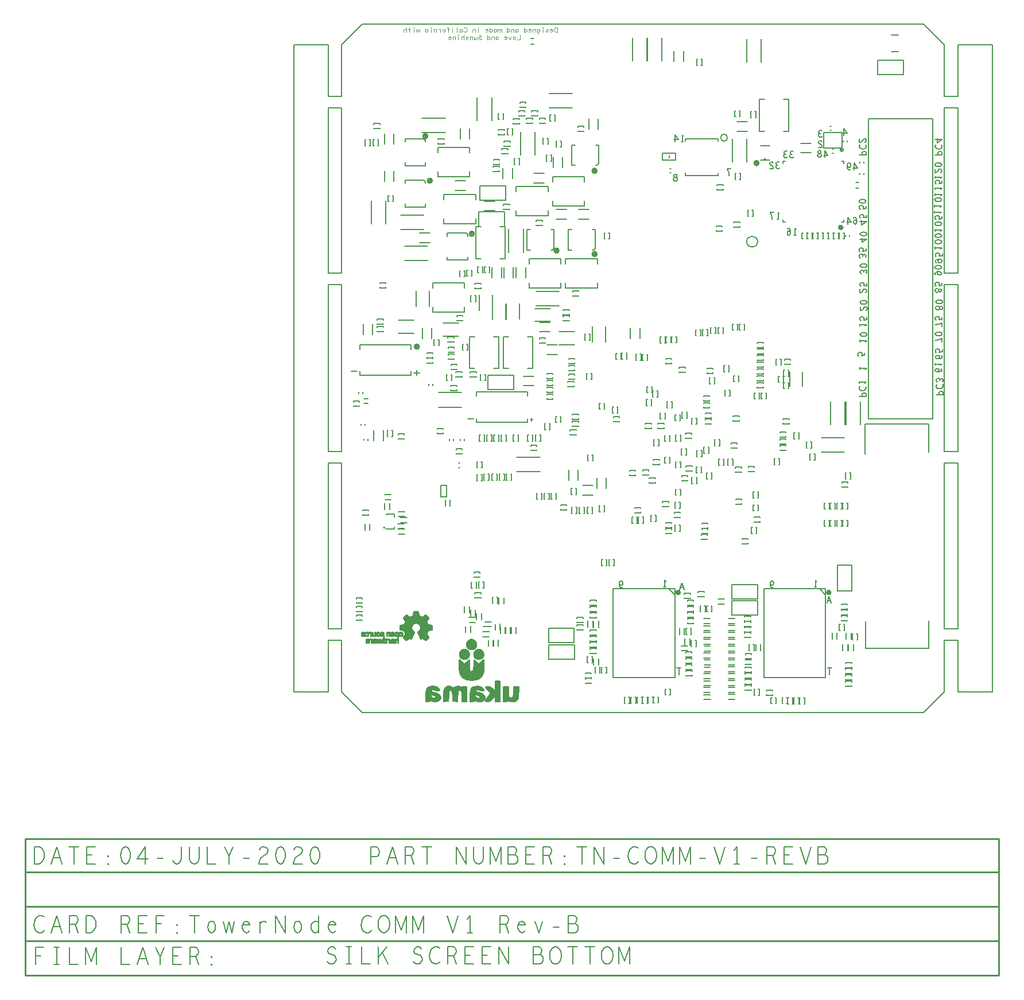
<source format=gbr>
G04 ================== begin FILE IDENTIFICATION RECORD ==================*
G04 Layout Name:  E:/CAD/CAD/FACEBOOK/COM V1/WORK/22-12-20/COM_V1_P2_21-12-2020_4.brd*
G04 Film Name:    COM_V1_P2-SB.gbr*
G04 File Format:  Gerber RS274X*
G04 File Origin:  Cadence Allegro 16.6-2015-S108*
G04 Origin Date:  Fri Dec 25 11:50:58 2020*
G04 *
G04 Layer:  DRAWING FORMAT/FILM_LABEL_OUTLINE*
G04 Layer:  REF DES/SILKSCREEN_BOTTOM*
G04 Layer:  PACKAGE GEOMETRY/SILKSCREEN_BOTTOM*
G04 Layer:  BOARD GEOMETRY/OUTLINE*
G04 Layer:  BOARD GEOMETRY/SILKSCREEN_BOTTOM*
G04 *
G04 Offset:    (0.000 0.000)*
G04 Mirror:    No*
G04 Mode:      Positive*
G04 Rotation:  0*
G04 FullContactRelief:  No*
G04 UndefLineWidth:     6.000*
G04 ================== end FILE IDENTIFICATION RECORD ====================*
%FSLAX55Y55*MOIN*%
%IR0*IPPOS*OFA0.00000B0.00000*MIA0B0*SFA1.00000B1.00000*%
%ADD10C,.004*%
%ADD11C,.005*%
%ADD12C,.006*%
%ADD13C,.0083*%
%ADD14C,.0059*%
%ADD15C,.005906*%
%ADD16C,.008299*%
%ADD17C,.01*%
%ADD18C,.0157*%
%ADD19C,.015748*%
G75*
%LPD*%
G75*
G54D10*
G01X103568Y393619D02*
Y391119D01*
X101902D01*
G01X100235D02*
X100485Y391161D01*
X100735Y391327D01*
X100902Y391619D01*
X100985Y391952D01*
X100902Y392286D01*
X100735Y392577D01*
X100485Y392744D01*
X100235Y392786D01*
X99985Y392744D01*
X99735Y392577D01*
X99568Y392286D01*
X99526Y391952D01*
X99568Y391619D01*
X99735Y391327D01*
X99985Y391161D01*
X100235Y391119D01*
G01X98485Y392786D02*
X97735Y391119D01*
X96985Y392786D01*
G01X95860Y392244D02*
X94526D01*
X94652Y392536D01*
X94860Y392702D01*
X95151Y392786D01*
X95443Y392744D01*
X95693Y392619D01*
X95860Y392327D01*
X95943Y392077D01*
Y391827D01*
X95860Y391577D01*
X95652Y391327D01*
X95402Y391161D01*
X95110Y391119D01*
X94818Y391202D01*
X94526Y391452D01*
G01X89485Y391119D02*
Y392786D01*
G01Y392494D02*
X89652Y392661D01*
X89902Y392744D01*
X90193Y392786D01*
X90485Y392702D01*
X90735Y392536D01*
X90902Y392286D01*
X90985Y391952D01*
X90902Y391619D01*
X90735Y391369D01*
X90485Y391202D01*
X90193Y391119D01*
X89902Y391161D01*
X89652Y391286D01*
X89485Y391452D01*
G01X88443Y391119D02*
Y392786D01*
G01Y392369D02*
X88276Y392577D01*
X88026Y392744D01*
X87693Y392786D01*
X87402Y392744D01*
X87152Y392577D01*
X87026Y392286D01*
Y391119D01*
G01X84485Y393619D02*
Y391119D01*
G01Y391494D02*
X84652Y391286D01*
X84902Y391161D01*
X85193Y391119D01*
X85526Y391202D01*
X85776Y391411D01*
X85943Y391661D01*
X85985Y391952D01*
X85943Y392244D01*
X85776Y392494D01*
X85526Y392702D01*
X85193Y392786D01*
X84902Y392744D01*
X84693Y392661D01*
X84485Y392494D01*
G01X81110Y391452D02*
X80776Y391244D01*
X80402Y391119D01*
X80068D01*
X79735Y391244D01*
X79485Y391452D01*
X79360Y391744D01*
X79443Y392036D01*
X79652Y392286D01*
X80026Y392452D01*
X80526Y392536D01*
X80818Y392702D01*
X80943Y392994D01*
X80860Y393286D01*
X80652Y393494D01*
X80360Y393619D01*
X80068D01*
X79776Y393536D01*
X79526Y393327D01*
G01X78443Y392786D02*
Y391619D01*
X78276Y391327D01*
X78026Y391161D01*
X77735Y391119D01*
X77443Y391161D01*
X77193Y391327D01*
X77026Y391619D01*
G01Y391119D02*
Y392786D01*
G01X75943Y391119D02*
Y392786D01*
G01Y392369D02*
X75776Y392577D01*
X75526Y392744D01*
X75193Y392786D01*
X74902Y392744D01*
X74652Y392577D01*
X74526Y392286D01*
Y391119D01*
G01X73360Y391411D02*
X73152Y391244D01*
X72860Y391119D01*
X72610D01*
X72360Y391202D01*
X72193Y391327D01*
X72110Y391494D01*
X72152Y391744D01*
X72318Y391869D01*
X73068Y392119D01*
X73235Y392411D01*
X73152Y392619D01*
X72985Y392744D01*
X72735Y392786D01*
X72485Y392744D01*
X72235Y392619D01*
G01X70943Y391119D02*
Y393619D01*
G01Y392411D02*
X70735Y392619D01*
X70526Y392744D01*
X70193Y392786D01*
X69943Y392744D01*
X69652Y392577D01*
X69526Y392327D01*
Y391119D01*
G01X67735Y392786D02*
Y391119D01*
G01Y393452D02*
X67818Y393494D01*
Y393577D01*
X67735Y393619D01*
X67651Y393577D01*
Y393494D01*
X67735Y393452D01*
G01X65943Y391119D02*
Y392786D01*
G01Y392369D02*
X65776Y392577D01*
X65526Y392744D01*
X65193Y392786D01*
X64902Y392744D01*
X64651Y392577D01*
X64526Y392286D01*
Y391119D01*
G01X63360Y392244D02*
X62026D01*
X62152Y392536D01*
X62360Y392702D01*
X62651Y392786D01*
X62943Y392744D01*
X63193Y392619D01*
X63360Y392327D01*
X63443Y392077D01*
Y391827D01*
X63360Y391577D01*
X63152Y391327D01*
X62902Y391161D01*
X62610Y391119D01*
X62318Y391202D01*
X62026Y391452D01*
G01X125168Y395429D02*
Y397929D01*
X124335D01*
X124002Y397804D01*
X123752Y397637D01*
X123543Y397388D01*
X123377Y397096D01*
X123335Y396679D01*
X123377Y396262D01*
X123543Y395971D01*
X123752Y395721D01*
X124002Y395554D01*
X124335Y395429D01*
X125168D01*
G01X122377Y396554D02*
X121043D01*
X121168Y396846D01*
X121377Y397012D01*
X121668Y397096D01*
X121960Y397054D01*
X122210Y396929D01*
X122377Y396637D01*
X122460Y396387D01*
Y396137D01*
X122377Y395887D01*
X122168Y395637D01*
X121918Y395471D01*
X121627Y395429D01*
X121335Y395512D01*
X121043Y395762D01*
G01X119877Y395721D02*
X119668Y395554D01*
X119377Y395429D01*
X119127D01*
X118877Y395512D01*
X118710Y395637D01*
X118627Y395804D01*
X118668Y396054D01*
X118835Y396179D01*
X119585Y396429D01*
X119752Y396721D01*
X119668Y396929D01*
X119502Y397054D01*
X119252Y397096D01*
X119002Y397054D01*
X118752Y396929D01*
G01X116752Y397096D02*
Y395429D01*
G01Y397762D02*
X116835Y397804D01*
Y397887D01*
X116752Y397929D01*
X116668Y397887D01*
Y397804D01*
X116752Y397762D01*
G01X114835Y394804D02*
X114543Y394637D01*
X114210Y394596D01*
X113918Y394637D01*
X113668Y394846D01*
X113502Y395137D01*
Y397096D01*
G01Y396762D02*
X113668Y396929D01*
X113918Y397054D01*
X114210Y397096D01*
X114543Y397012D01*
X114752Y396846D01*
X114918Y396554D01*
X115002Y396262D01*
X114960Y396012D01*
X114793Y395721D01*
X114543Y395512D01*
X114210Y395429D01*
X113960Y395471D01*
X113668Y395637D01*
X113502Y395804D01*
G01X112460Y395429D02*
Y397096D01*
G01Y396679D02*
X112293Y396887D01*
X112043Y397054D01*
X111710Y397096D01*
X111418Y397054D01*
X111168Y396887D01*
X111043Y396596D01*
Y395429D01*
G01X109877Y396554D02*
X108543D01*
X108668Y396846D01*
X108877Y397012D01*
X109168Y397096D01*
X109460Y397054D01*
X109710Y396929D01*
X109877Y396637D01*
X109960Y396387D01*
Y396137D01*
X109877Y395887D01*
X109668Y395637D01*
X109418Y395471D01*
X109127Y395429D01*
X108835Y395512D01*
X108543Y395762D01*
G01X106002Y397929D02*
Y395429D01*
G01Y395804D02*
X106168Y395596D01*
X106418Y395471D01*
X106710Y395429D01*
X107043Y395512D01*
X107293Y395721D01*
X107460Y395971D01*
X107502Y396262D01*
X107460Y396554D01*
X107293Y396804D01*
X107043Y397012D01*
X106710Y397096D01*
X106418Y397054D01*
X106210Y396971D01*
X106002Y396804D01*
G01X101002Y395429D02*
Y397096D01*
G01Y396804D02*
X101168Y396971D01*
X101418Y397054D01*
X101710Y397096D01*
X102002Y397012D01*
X102252Y396846D01*
X102418Y396596D01*
X102502Y396262D01*
X102418Y395929D01*
X102252Y395679D01*
X102002Y395512D01*
X101710Y395429D01*
X101418Y395471D01*
X101168Y395596D01*
X101002Y395762D01*
G01X99960Y395429D02*
Y397096D01*
G01Y396679D02*
X99793Y396887D01*
X99543Y397054D01*
X99210Y397096D01*
X98918Y397054D01*
X98668Y396887D01*
X98543Y396596D01*
Y395429D01*
G01X96002Y397929D02*
Y395429D01*
G01Y395804D02*
X96168Y395596D01*
X96418Y395471D01*
X96710Y395429D01*
X97043Y395512D01*
X97293Y395721D01*
X97460Y395971D01*
X97502Y396262D01*
X97460Y396554D01*
X97293Y396804D01*
X97043Y397012D01*
X96710Y397096D01*
X96418Y397054D01*
X96210Y396971D01*
X96002Y396804D01*
G01X93002Y395429D02*
Y397096D01*
G01Y396637D02*
X92877Y396846D01*
X92668Y397012D01*
X92377Y397096D01*
X92085Y397012D01*
X91877Y396846D01*
X91752Y396637D01*
Y395429D01*
G01Y396637D02*
X91627Y396846D01*
X91418Y397012D01*
X91127Y397096D01*
X90835Y397012D01*
X90627Y396846D01*
X90502Y396596D01*
Y395429D01*
G01X88502D02*
Y397096D01*
G01Y396804D02*
X88668Y396971D01*
X88918Y397054D01*
X89210Y397096D01*
X89502Y397012D01*
X89752Y396846D01*
X89918Y396596D01*
X90002Y396262D01*
X89918Y395929D01*
X89752Y395679D01*
X89502Y395512D01*
X89210Y395429D01*
X88918Y395471D01*
X88668Y395596D01*
X88502Y395762D01*
G01X86002Y397929D02*
Y395429D01*
G01Y395804D02*
X86168Y395596D01*
X86418Y395471D01*
X86710Y395429D01*
X87043Y395512D01*
X87293Y395721D01*
X87460Y395971D01*
X87502Y396262D01*
X87460Y396554D01*
X87293Y396804D01*
X87043Y397012D01*
X86710Y397096D01*
X86418Y397054D01*
X86210Y396971D01*
X86002Y396804D01*
G01X84877Y396554D02*
X83543D01*
X83668Y396846D01*
X83877Y397012D01*
X84168Y397096D01*
X84460Y397054D01*
X84710Y396929D01*
X84877Y396637D01*
X84960Y396387D01*
Y396137D01*
X84877Y395887D01*
X84668Y395637D01*
X84418Y395471D01*
X84127Y395429D01*
X83835Y395512D01*
X83543Y395762D01*
G01X79252Y397096D02*
Y395429D01*
G01Y397762D02*
X79335Y397804D01*
Y397887D01*
X79252Y397929D01*
X79168Y397887D01*
Y397804D01*
X79252Y397762D01*
G01X77460Y395429D02*
Y397096D01*
G01Y396679D02*
X77293Y396887D01*
X77043Y397054D01*
X76710Y397096D01*
X76418Y397054D01*
X76168Y396887D01*
X76043Y396596D01*
Y395429D01*
G01X70835Y397721D02*
X71085Y397846D01*
X71377Y397929D01*
X71710D01*
X72085Y397804D01*
X72377Y397596D01*
X72585Y397346D01*
X72752Y396929D01*
X72793Y396554D01*
X72710Y396179D01*
X72585Y395929D01*
X72335Y395679D01*
X72043Y395512D01*
X71752Y395429D01*
X71460D01*
X71168Y395512D01*
X70918Y395637D01*
X70710Y395804D01*
G01X68502Y395429D02*
Y397096D01*
G01Y396804D02*
X68668Y396971D01*
X68918Y397054D01*
X69210Y397096D01*
X69502Y397012D01*
X69752Y396846D01*
X69918Y396596D01*
X70002Y396262D01*
X69918Y395929D01*
X69752Y395679D01*
X69502Y395512D01*
X69210Y395429D01*
X68918Y395471D01*
X68668Y395596D01*
X68502Y395762D01*
G01X66752Y395429D02*
Y397929D01*
G01X64252Y397096D02*
Y395429D01*
G01Y397762D02*
X64335Y397804D01*
Y397887D01*
X64252Y397929D01*
X64168Y397887D01*
Y397804D01*
X64252Y397762D01*
G01X62002Y395429D02*
Y397554D01*
X61918Y397762D01*
X61752Y397887D01*
X61502Y397929D01*
X61252Y397846D01*
X61127Y397637D01*
G01X61627Y396929D02*
X62460D01*
G01X59252Y395429D02*
X59502Y395471D01*
X59752Y395637D01*
X59918Y395929D01*
X60002Y396262D01*
X59918Y396596D01*
X59752Y396887D01*
X59502Y397054D01*
X59252Y397096D01*
X59002Y397054D01*
X58752Y396887D01*
X58585Y396596D01*
X58543Y396262D01*
X58585Y395929D01*
X58752Y395637D01*
X59002Y395471D01*
X59252Y395429D01*
G01X57335D02*
Y397096D01*
G01Y396762D02*
X57127Y396929D01*
X56918Y397054D01*
X56627Y397096D01*
X56418Y397054D01*
X56168Y396929D01*
G01X54960Y395429D02*
Y397096D01*
G01Y396679D02*
X54793Y396887D01*
X54543Y397054D01*
X54210Y397096D01*
X53918Y397054D01*
X53668Y396887D01*
X53543Y396596D01*
Y395429D01*
G01X51752Y397096D02*
Y395429D01*
G01Y397762D02*
X51835Y397804D01*
Y397887D01*
X51752Y397929D01*
X51668Y397887D01*
Y397804D01*
X51752Y397762D01*
G01X48502Y395429D02*
Y397096D01*
G01Y396804D02*
X48668Y396971D01*
X48918Y397054D01*
X49210Y397096D01*
X49502Y397012D01*
X49752Y396846D01*
X49918Y396596D01*
X50002Y396262D01*
X49918Y395929D01*
X49752Y395679D01*
X49502Y395512D01*
X49210Y395429D01*
X48918Y395471D01*
X48668Y395596D01*
X48502Y395762D01*
G01X45293Y397096D02*
X44793Y395429D01*
X44252Y397096D01*
X43710Y395429D01*
X43210Y397096D01*
G01X41752D02*
Y395429D01*
G01Y397762D02*
X41835Y397804D01*
Y397887D01*
X41752Y397929D01*
X41668Y397887D01*
Y397804D01*
X41752Y397762D01*
G01X39252Y397929D02*
Y395429D01*
G01X39835Y397096D02*
X38668D01*
G01X37460Y395429D02*
Y397929D01*
G01Y396721D02*
X37252Y396929D01*
X37043Y397054D01*
X36710Y397096D01*
X36460Y397054D01*
X36168Y396887D01*
X36043Y396637D01*
Y395429D01*
G54D11*
G01X-27874Y388000D02*
Y12000D01*
G01D02*
X-7874D01*
G01Y42000D02*
Y12000D01*
G01Y42000D02*
X0D01*
G01X-7874Y48700D02*
X0D01*
G01X-7874Y144800D02*
Y48700D01*
G01Y248500D02*
X0D01*
G01X-7874Y255200D02*
X0D01*
G01X-7874Y151500D02*
X0D01*
G01X-7874Y144800D02*
X0D01*
G01X-7874Y248500D02*
Y151500D01*
G01Y351300D02*
Y255200D01*
G01Y388000D02*
Y358000D01*
G01D02*
X0D01*
G01X-7874Y351300D02*
X0D01*
G01X-27874Y388000D02*
X-7874D01*
G01X12000Y0D02*
X0Y12000D01*
G01X12000Y0D02*
X338000D01*
G01X0Y42000D02*
Y12000D01*
G01Y144800D02*
Y48700D01*
G01Y351300D02*
Y255200D01*
G01Y248500D02*
Y151500D01*
G01X76492Y170688D02*
X73149D01*
G01X45384Y197439D02*
X42064D01*
G01X43655Y198799D02*
Y196067D01*
G01X8973Y198124D02*
X5653D01*
G01X13534Y166981D02*
Y167718D01*
G01X11172Y167784D02*
Y167003D01*
G01X15323Y158108D02*
Y158845D01*
G01X12961Y158911D02*
Y158130D01*
G01X50416Y190825D02*
Y190088D01*
G01X52778Y190022D02*
Y190803D01*
G01X10048Y186181D02*
Y185444D01*
G01X12410Y185378D02*
Y186159D01*
G01X67898Y142427D02*
X68635D01*
G01X68701Y144789D02*
X67920D01*
G01X71119Y158060D02*
Y158797D01*
G01X68757Y158863D02*
Y158082D01*
G01X64969Y158059D02*
Y158796D01*
G01X62607Y158862D02*
Y158081D01*
G01X0Y388000D02*
Y358000D01*
G01Y388000D02*
X12000Y400000D01*
G01X338000D02*
X12000D01*
G01X190457Y313675D02*
X191194D01*
G01X191260Y316037D02*
X190479D01*
G01X350000Y12000D02*
X338000Y0D01*
G01X350000Y12000D02*
Y42000D01*
G01Y48700D02*
X357874D01*
G01X350000Y42000D02*
X357874D01*
G01X350000Y48700D02*
Y144800D01*
G01Y255200D02*
X357874D01*
G01X350000Y248500D02*
X357874D01*
G01X350000Y144800D02*
X357874D01*
G01X350000Y151500D02*
X357874D01*
G01X350000D02*
Y248500D01*
G01Y255200D02*
Y351300D01*
G01D02*
X357874D01*
G01X350000Y358000D02*
X357874D01*
G01X350000D02*
Y388000D01*
G01X293587Y331715D02*
Y332342D01*
G01X291225Y332309D02*
Y331737D01*
G01X283492Y338189D02*
X284119D01*
G01X284086Y340551D02*
X283514D01*
G01X285708Y327269D02*
X284971D01*
G01X284905Y324907D02*
X285686D01*
G01X292416Y277436D02*
Y276699D01*
G01X294778Y276633D02*
Y277414D01*
G01X300922Y320107D02*
Y319370D01*
G01X303284Y319304D02*
Y320085D01*
G01Y312552D02*
Y313289D01*
G01X300922Y313355D02*
Y312574D01*
G01X338000Y400000D02*
X350000Y388000D01*
G01X377874Y12000D02*
Y388000D01*
G01X357874Y12000D02*
Y42000D01*
G01Y12000D02*
X377874D01*
G01X357874Y48700D02*
Y144800D01*
G01Y151500D02*
Y248500D01*
G01Y255200D02*
Y351300D01*
G01Y358000D02*
Y388000D01*
G01D02*
X377874D01*
G54D12*
G01X-172757Y-118840D02*
X-173507Y-118340D01*
X-174382Y-118007D01*
X-175382D01*
X-176507Y-118507D01*
X-177382Y-119340D01*
X-178007Y-120340D01*
X-178507Y-122007D01*
X-178632Y-123507D01*
X-178382Y-125007D01*
X-178007Y-126007D01*
X-177257Y-127007D01*
X-176382Y-127674D01*
X-175507Y-128007D01*
X-174632D01*
X-173757Y-127674D01*
X-173007Y-127174D01*
X-172382Y-126507D01*
G01X-168632Y-128007D02*
X-165507Y-118007D01*
X-162382Y-128007D01*
G01X-163507Y-124507D02*
X-167507D01*
G01X-158007Y-128007D02*
Y-118007D01*
X-154882D01*
X-153882Y-118507D01*
X-153257Y-119174D01*
X-153007Y-120507D01*
X-153257Y-121840D01*
X-154007Y-122673D01*
X-154882Y-123174D01*
X-158007D01*
G01X-154882D02*
X-153007Y-128007D01*
G01X-148257D02*
Y-118007D01*
X-145757D01*
X-144757Y-118507D01*
X-144007Y-119174D01*
X-143382Y-120173D01*
X-142882Y-121340D01*
X-142757Y-123007D01*
X-142882Y-124674D01*
X-143382Y-125840D01*
X-144007Y-126840D01*
X-144757Y-127507D01*
X-145757Y-128007D01*
X-148257D01*
G01X-128007D02*
Y-118007D01*
X-124882D01*
X-123882Y-118507D01*
X-123257Y-119174D01*
X-123007Y-120507D01*
X-123257Y-121840D01*
X-124007Y-122673D01*
X-124882Y-123174D01*
X-128007D01*
G01X-124882D02*
X-123007Y-128007D01*
G01X-113007D02*
X-118007D01*
Y-118007D01*
X-113007D01*
G01X-115007Y-122840D02*
X-118007D01*
G01X-107882Y-128007D02*
Y-118007D01*
X-103132D01*
G01X-104882Y-122840D02*
X-107882D01*
G01X-95507Y-128340D02*
X-95757Y-128173D01*
Y-127840D01*
X-95507Y-127674D01*
X-95257Y-127840D01*
Y-128173D01*
X-95507Y-128340D01*
G01Y-123840D02*
X-95757Y-123673D01*
Y-123340D01*
X-95507Y-123174D01*
X-95257Y-123340D01*
Y-123673D01*
X-95507Y-123840D01*
G01X-85507Y-118007D02*
Y-128007D01*
G01X-88382Y-118007D02*
X-82632D01*
G01X-75507Y-128007D02*
X-76257Y-127840D01*
X-77007Y-127174D01*
X-77507Y-126007D01*
X-77757Y-124674D01*
X-77507Y-123340D01*
X-77007Y-122174D01*
X-76257Y-121507D01*
X-75507Y-121340D01*
X-74757Y-121507D01*
X-74007Y-122174D01*
X-73507Y-123340D01*
X-73382Y-124674D01*
X-73507Y-126007D01*
X-74007Y-127174D01*
X-74757Y-127840D01*
X-75507Y-128007D01*
G01X-68632Y-121340D02*
X-67132Y-128007D01*
X-65507Y-121340D01*
X-63882Y-128007D01*
X-62382Y-121340D01*
G01X-57382Y-123507D02*
X-53382D01*
X-53757Y-122340D01*
X-54382Y-121674D01*
X-55257Y-121340D01*
X-56132Y-121507D01*
X-56882Y-122007D01*
X-57382Y-123174D01*
X-57632Y-124174D01*
Y-125173D01*
X-57382Y-126174D01*
X-56757Y-127174D01*
X-56007Y-127840D01*
X-55132Y-128007D01*
X-54257Y-127674D01*
X-53382Y-126674D01*
G01X-47257Y-128007D02*
Y-121340D01*
G01Y-122673D02*
X-46632Y-122007D01*
X-46007Y-121507D01*
X-45132Y-121340D01*
X-44507Y-121507D01*
X-43757Y-122007D01*
G01X-38382Y-128007D02*
Y-118007D01*
X-32632Y-128007D01*
Y-118007D01*
G01X-25507Y-128007D02*
X-26257Y-127840D01*
X-27007Y-127174D01*
X-27507Y-126007D01*
X-27757Y-124674D01*
X-27507Y-123340D01*
X-27007Y-122174D01*
X-26257Y-121507D01*
X-25507Y-121340D01*
X-24757Y-121507D01*
X-24007Y-122174D01*
X-23507Y-123340D01*
X-23382Y-124674D01*
X-23507Y-126007D01*
X-24007Y-127174D01*
X-24757Y-127840D01*
X-25507Y-128007D01*
G01X-13257Y-118007D02*
Y-128007D01*
G01Y-126507D02*
X-13757Y-127340D01*
X-14507Y-127840D01*
X-15382Y-128007D01*
X-16382Y-127674D01*
X-17132Y-126840D01*
X-17632Y-125840D01*
X-17757Y-124674D01*
X-17632Y-123507D01*
X-17132Y-122507D01*
X-16382Y-121674D01*
X-15382Y-121340D01*
X-14507Y-121507D01*
X-13882Y-121840D01*
X-13257Y-122507D01*
G01X-7382Y-123507D02*
X-3382D01*
X-3757Y-122340D01*
X-4382Y-121674D01*
X-5257Y-121340D01*
X-6132Y-121507D01*
X-6882Y-122007D01*
X-7382Y-123174D01*
X-7632Y-124174D01*
Y-125173D01*
X-7382Y-126174D01*
X-6757Y-127174D01*
X-6007Y-127840D01*
X-5132Y-128007D01*
X-4257Y-127674D01*
X-3382Y-126674D01*
G01X17243Y-118840D02*
X16493Y-118340D01*
X15618Y-118007D01*
X14618D01*
X13493Y-118507D01*
X12618Y-119340D01*
X11993Y-120340D01*
X11493Y-122007D01*
X11368Y-123507D01*
X11618Y-125007D01*
X11993Y-126007D01*
X12743Y-127007D01*
X13618Y-127674D01*
X14493Y-128007D01*
X15368D01*
X16243Y-127674D01*
X16993Y-127174D01*
X17618Y-126507D01*
G01X24493Y-128007D02*
X23493Y-127840D01*
X22618Y-127174D01*
X21868Y-126174D01*
X21368Y-125007D01*
X21118Y-123673D01*
Y-122340D01*
X21368Y-121007D01*
X21868Y-119840D01*
X22618Y-118840D01*
X23493Y-118173D01*
X24493Y-118007D01*
X25493Y-118173D01*
X26368Y-118840D01*
X27118Y-119840D01*
X27618Y-121007D01*
X27868Y-122340D01*
Y-123673D01*
X27618Y-125007D01*
X27118Y-126174D01*
X26368Y-127174D01*
X25493Y-127840D01*
X24493Y-128007D01*
G01X31243D02*
Y-118007D01*
X34493Y-126340D01*
X37743Y-118007D01*
Y-128007D01*
G01X41243D02*
Y-118007D01*
X44493Y-126340D01*
X47743Y-118007D01*
Y-128007D01*
G01X61368Y-118007D02*
X64493Y-128007D01*
X67618Y-118007D01*
G01X74493Y-128007D02*
Y-118007D01*
X72993Y-120007D01*
G01Y-128007D02*
X75993D01*
G01X91993D02*
Y-118007D01*
X95118D01*
X96118Y-118507D01*
X96743Y-119174D01*
X96993Y-120507D01*
X96743Y-121840D01*
X95993Y-122673D01*
X95118Y-123174D01*
X91993D01*
G01X95118D02*
X96993Y-128007D01*
G01X102618Y-123507D02*
X106618D01*
X106243Y-122340D01*
X105618Y-121674D01*
X104743Y-121340D01*
X103868Y-121507D01*
X103118Y-122007D01*
X102618Y-123174D01*
X102368Y-124174D01*
Y-125173D01*
X102618Y-126174D01*
X103243Y-127174D01*
X103993Y-127840D01*
X104868Y-128007D01*
X105743Y-127674D01*
X106618Y-126674D01*
G01X112243Y-121340D02*
X114493Y-128007D01*
X116743Y-121340D01*
G01X122868Y-124674D02*
X126118D01*
G01X135493Y-122673D02*
X135993Y-122174D01*
X136368Y-121340D01*
X136618Y-120173D01*
X136368Y-119174D01*
X135868Y-118507D01*
X134993Y-118007D01*
X131618D01*
Y-128007D01*
X135743D01*
X136618Y-127340D01*
X137118Y-126340D01*
X137368Y-125173D01*
X137118Y-124007D01*
X136368Y-123007D01*
X135493Y-122673D01*
X131618D01*
G01X-177882Y-146507D02*
Y-136507D01*
X-173132D01*
G01X-174882Y-141340D02*
X-177882D01*
G01X-167007Y-136507D02*
X-164007D01*
G01X-165507D02*
Y-146507D01*
G01X-167007D02*
X-164007D01*
G01X-158007Y-136507D02*
Y-146507D01*
X-153007D01*
G01X-148757D02*
Y-136507D01*
X-145507Y-144840D01*
X-142257Y-136507D01*
Y-146507D01*
G01X-128007Y-136507D02*
Y-146507D01*
X-123007D01*
G01X-118632D02*
X-115507Y-136507D01*
X-112382Y-146507D01*
G01X-113507Y-143007D02*
X-117507D01*
G01X-105507Y-146507D02*
Y-142007D01*
X-108007Y-136507D01*
G01X-103007D02*
X-105507Y-142007D01*
G01X-93007Y-146507D02*
X-98007D01*
Y-136507D01*
X-93007D01*
G01X-95007Y-141340D02*
X-98007D01*
G01X-88007Y-146507D02*
Y-136507D01*
X-84882D01*
X-83882Y-137007D01*
X-83257Y-137673D01*
X-83007Y-139007D01*
X-83257Y-140340D01*
X-84007Y-141173D01*
X-84882Y-141674D01*
X-88007D01*
G01X-84882D02*
X-83007Y-146507D01*
G01X-75507Y-146840D02*
X-75757Y-146673D01*
Y-146340D01*
X-75507Y-146174D01*
X-75257Y-146340D01*
Y-146673D01*
X-75507Y-146840D01*
G01Y-142340D02*
X-75757Y-142174D01*
Y-141840D01*
X-75507Y-141674D01*
X-75257Y-141840D01*
Y-142174D01*
X-75507Y-142340D01*
G01X-178257Y-88007D02*
Y-78007D01*
X-175757D01*
X-174757Y-78507D01*
X-174007Y-79174D01*
X-173382Y-80173D01*
X-172882Y-81340D01*
X-172757Y-83007D01*
X-172882Y-84674D01*
X-173382Y-85840D01*
X-174007Y-86840D01*
X-174757Y-87507D01*
X-175757Y-88007D01*
X-178257D01*
G01X-168632D02*
X-165507Y-78007D01*
X-162382Y-88007D01*
G01X-163507Y-84507D02*
X-167507D01*
G01X-155507Y-78007D02*
Y-88007D01*
G01X-158382Y-78007D02*
X-152632D01*
G01X-143007Y-88007D02*
X-148007D01*
Y-78007D01*
X-143007D01*
G01X-145007Y-82840D02*
X-148007D01*
G01X-135507Y-88340D02*
X-135757Y-88173D01*
Y-87840D01*
X-135507Y-87674D01*
X-135257Y-87840D01*
Y-88173D01*
X-135507Y-88340D01*
G01Y-83840D02*
X-135757Y-83674D01*
Y-83340D01*
X-135507Y-83174D01*
X-135257Y-83340D01*
Y-83674D01*
X-135507Y-83840D01*
G01X-125507Y-78007D02*
X-126507Y-78340D01*
X-127257Y-79174D01*
X-127757Y-80173D01*
X-128132Y-81507D01*
X-128257Y-83007D01*
X-128132Y-84507D01*
X-127757Y-85840D01*
X-127257Y-86840D01*
X-126507Y-87674D01*
X-125507Y-88007D01*
X-124507Y-87674D01*
X-123757Y-86840D01*
X-123257Y-85840D01*
X-122882Y-84507D01*
X-122757Y-83007D01*
X-122882Y-81507D01*
X-123257Y-80173D01*
X-123757Y-79174D01*
X-124507Y-78340D01*
X-125507Y-78007D01*
G01X-114007Y-88007D02*
Y-78007D01*
X-118632Y-85174D01*
X-112382D01*
G01X-107132Y-84674D02*
X-103882D01*
G01X-98007Y-86007D02*
X-97382Y-87007D01*
X-96632Y-87674D01*
X-95757Y-88007D01*
X-94757Y-87674D01*
X-94007Y-87007D01*
X-93257Y-86007D01*
X-93007Y-84674D01*
Y-78007D01*
G01X-88257D02*
Y-85174D01*
X-87757Y-86674D01*
X-86757Y-87674D01*
X-85507Y-88007D01*
X-84257Y-87674D01*
X-83257Y-86674D01*
X-82757Y-85174D01*
Y-78007D01*
G01X-78007D02*
Y-88007D01*
X-73007D01*
G01X-65507D02*
Y-83507D01*
X-68007Y-78007D01*
G01X-63007D02*
X-65507Y-83507D01*
G01X-57132Y-84674D02*
X-53882D01*
G01X-47882Y-79673D02*
X-47132Y-78674D01*
X-46257Y-78173D01*
X-45257Y-78007D01*
X-44007Y-78340D01*
X-43132Y-79174D01*
X-42882Y-80173D01*
X-43007Y-81174D01*
X-43507Y-82007D01*
X-46007Y-83674D01*
X-47132Y-84840D01*
X-47882Y-86507D01*
X-48132Y-88007D01*
X-42882D01*
G01X-35507Y-78007D02*
X-36507Y-78340D01*
X-37257Y-79174D01*
X-37757Y-80173D01*
X-38132Y-81507D01*
X-38257Y-83007D01*
X-38132Y-84507D01*
X-37757Y-85840D01*
X-37257Y-86840D01*
X-36507Y-87674D01*
X-35507Y-88007D01*
X-34507Y-87674D01*
X-33757Y-86840D01*
X-33257Y-85840D01*
X-32882Y-84507D01*
X-32757Y-83007D01*
X-32882Y-81507D01*
X-33257Y-80173D01*
X-33757Y-79174D01*
X-34507Y-78340D01*
X-35507Y-78007D01*
G01X-27882Y-79673D02*
X-27132Y-78674D01*
X-26257Y-78173D01*
X-25257Y-78007D01*
X-24007Y-78340D01*
X-23132Y-79174D01*
X-22882Y-80173D01*
X-23007Y-81174D01*
X-23507Y-82007D01*
X-26007Y-83674D01*
X-27132Y-84840D01*
X-27882Y-86507D01*
X-28132Y-88007D01*
X-22882D01*
G01X-15507Y-78007D02*
X-16507Y-78340D01*
X-17257Y-79174D01*
X-17757Y-80173D01*
X-18132Y-81507D01*
X-18257Y-83007D01*
X-18132Y-84507D01*
X-17757Y-85840D01*
X-17257Y-86840D01*
X-16507Y-87674D01*
X-15507Y-88007D01*
X-14507Y-87674D01*
X-13757Y-86840D01*
X-13257Y-85840D01*
X-12882Y-84507D01*
X-12757Y-83007D01*
X-12882Y-81507D01*
X-13257Y-80173D01*
X-13757Y-79174D01*
X-14507Y-78340D01*
X-15507Y-78007D01*
G01X-8476Y-144844D02*
X-7476Y-145677D01*
X-6351Y-146177D01*
X-5351D01*
X-4351Y-145677D01*
X-3601Y-144844D01*
X-3226Y-143677D01*
X-3476Y-142510D01*
X-4101Y-141510D01*
X-5226Y-140844D01*
X-6726Y-140510D01*
X-7601Y-139844D01*
X-7976Y-138677D01*
X-7726Y-137510D01*
X-7101Y-136677D01*
X-6226Y-136177D01*
X-5351D01*
X-4476Y-136510D01*
X-3726Y-137344D01*
G01X2649Y-136177D02*
X5649D01*
G01X4149D02*
Y-146177D01*
G01X2649D02*
X5649D01*
G01X11649Y-136177D02*
Y-146177D01*
X16649D01*
G01X21399D02*
Y-136177D01*
G01X26149D02*
X21399Y-142344D01*
G01X26899Y-146177D02*
X23524Y-139510D01*
G01X41524Y-144844D02*
X42524Y-145677D01*
X43649Y-146177D01*
X44649D01*
X45649Y-145677D01*
X46399Y-144844D01*
X46774Y-143677D01*
X46524Y-142510D01*
X45899Y-141510D01*
X44774Y-140844D01*
X43274Y-140510D01*
X42399Y-139844D01*
X42024Y-138677D01*
X42274Y-137510D01*
X42899Y-136677D01*
X43774Y-136177D01*
X44649D01*
X45524Y-136510D01*
X46274Y-137344D01*
G01X56899Y-137010D02*
X56149Y-136510D01*
X55274Y-136177D01*
X54274D01*
X53149Y-136677D01*
X52274Y-137510D01*
X51649Y-138510D01*
X51149Y-140177D01*
X51024Y-141677D01*
X51274Y-143177D01*
X51649Y-144177D01*
X52399Y-145177D01*
X53274Y-145844D01*
X54149Y-146177D01*
X55024D01*
X55899Y-145844D01*
X56649Y-145344D01*
X57274Y-144677D01*
G01X61649Y-146177D02*
Y-136177D01*
X64774D01*
X65774Y-136677D01*
X66399Y-137344D01*
X66649Y-138677D01*
X66399Y-140010D01*
X65649Y-140844D01*
X64774Y-141344D01*
X61649D01*
G01X64774D02*
X66649Y-146177D01*
G01X76649D02*
X71649D01*
Y-136177D01*
X76649D01*
G01X74649Y-141010D02*
X71649D01*
G01X86649Y-146177D02*
X81649D01*
Y-136177D01*
X86649D01*
G01X84649Y-141010D02*
X81649D01*
G01X91274Y-146177D02*
Y-136177D01*
X97024Y-146177D01*
Y-136177D01*
G01X115149Y-140844D02*
X115649Y-140344D01*
X116024Y-139510D01*
X116274Y-138344D01*
X116024Y-137344D01*
X115524Y-136677D01*
X114649Y-136177D01*
X111274D01*
Y-146177D01*
X115399D01*
X116274Y-145510D01*
X116774Y-144510D01*
X117024Y-143344D01*
X116774Y-142177D01*
X116024Y-141177D01*
X115149Y-140844D01*
X111274D01*
G01X124149Y-146177D02*
X123149Y-146010D01*
X122274Y-145344D01*
X121524Y-144344D01*
X121024Y-143177D01*
X120774Y-141844D01*
Y-140510D01*
X121024Y-139177D01*
X121524Y-138010D01*
X122274Y-137010D01*
X123149Y-136344D01*
X124149Y-136177D01*
X125149Y-136344D01*
X126024Y-137010D01*
X126774Y-138010D01*
X127274Y-139177D01*
X127524Y-140510D01*
Y-141844D01*
X127274Y-143177D01*
X126774Y-144344D01*
X126024Y-145344D01*
X125149Y-146010D01*
X124149Y-146177D01*
G01X134149Y-136177D02*
Y-146177D01*
G01X131274Y-136177D02*
X137024D01*
G01X144149D02*
Y-146177D01*
G01X141274Y-136177D02*
X147024D01*
G01X154149Y-146177D02*
X153149Y-146010D01*
X152274Y-145344D01*
X151524Y-144344D01*
X151024Y-143177D01*
X150774Y-141844D01*
Y-140510D01*
X151024Y-139177D01*
X151524Y-138010D01*
X152274Y-137010D01*
X153149Y-136344D01*
X154149Y-136177D01*
X155149Y-136344D01*
X156024Y-137010D01*
X156774Y-138010D01*
X157274Y-139177D01*
X157524Y-140510D01*
Y-141844D01*
X157274Y-143177D01*
X156774Y-144344D01*
X156024Y-145344D01*
X155149Y-146010D01*
X154149Y-146177D01*
G01X160899D02*
Y-136177D01*
X164149Y-144510D01*
X167399Y-136177D01*
Y-146177D01*
G01X16993Y-88007D02*
Y-78007D01*
X19993D01*
X20993Y-78507D01*
X21743Y-79673D01*
X21993Y-81007D01*
X21743Y-82340D01*
X21118Y-83340D01*
X19993Y-83840D01*
X16993D01*
G01X26368Y-88007D02*
X29493Y-78007D01*
X32618Y-88007D01*
G01X31493Y-84507D02*
X27493D01*
G01X36993Y-88007D02*
Y-78007D01*
X40118D01*
X41118Y-78507D01*
X41743Y-79174D01*
X41993Y-80507D01*
X41743Y-81840D01*
X40993Y-82673D01*
X40118Y-83174D01*
X36993D01*
G01X40118D02*
X41993Y-88007D01*
G01X49493Y-78007D02*
Y-88007D01*
G01X46618Y-78007D02*
X52368D01*
G01X66618Y-88007D02*
Y-78007D01*
X72368Y-88007D01*
Y-78007D01*
G01X76743D02*
Y-85174D01*
X77243Y-86674D01*
X78243Y-87674D01*
X79493Y-88007D01*
X80743Y-87674D01*
X81743Y-86674D01*
X82243Y-85174D01*
Y-78007D01*
G01X86243Y-88007D02*
Y-78007D01*
X89493Y-86340D01*
X92743Y-78007D01*
Y-88007D01*
G01X100493Y-82673D02*
X100993Y-82174D01*
X101368Y-81340D01*
X101618Y-80173D01*
X101368Y-79174D01*
X100868Y-78507D01*
X99993Y-78007D01*
X96618D01*
Y-88007D01*
X100743D01*
X101618Y-87340D01*
X102118Y-86340D01*
X102368Y-85174D01*
X102118Y-84007D01*
X101368Y-83007D01*
X100493Y-82673D01*
X96618D01*
G01X111993Y-88007D02*
X106993D01*
Y-78007D01*
X111993D01*
G01X109993Y-82840D02*
X106993D01*
G01X116993Y-88007D02*
Y-78007D01*
X120118D01*
X121118Y-78507D01*
X121743Y-79174D01*
X121993Y-80507D01*
X121743Y-81840D01*
X120993Y-82673D01*
X120118Y-83174D01*
X116993D01*
G01X120118D02*
X121993Y-88007D01*
G01X129493Y-88340D02*
X129243Y-88173D01*
Y-87840D01*
X129493Y-87674D01*
X129743Y-87840D01*
Y-88173D01*
X129493Y-88340D01*
G01Y-83840D02*
X129243Y-83674D01*
Y-83340D01*
X129493Y-83174D01*
X129743Y-83340D01*
Y-83674D01*
X129493Y-83840D01*
G01X139493Y-78007D02*
Y-88007D01*
G01X136618Y-78007D02*
X142368D01*
G01X146618Y-88007D02*
Y-78007D01*
X152368Y-88007D01*
Y-78007D01*
G01X157868Y-84674D02*
X161118D01*
G01X172243Y-78840D02*
X171493Y-78340D01*
X170618Y-78007D01*
X169618D01*
X168493Y-78507D01*
X167618Y-79340D01*
X166993Y-80340D01*
X166493Y-82007D01*
X166368Y-83507D01*
X166618Y-85007D01*
X166993Y-86007D01*
X167743Y-87007D01*
X168618Y-87674D01*
X169493Y-88007D01*
X170368D01*
X171243Y-87674D01*
X171993Y-87174D01*
X172618Y-86507D01*
G01X179493Y-88007D02*
X178493Y-87840D01*
X177618Y-87174D01*
X176868Y-86174D01*
X176368Y-85007D01*
X176118Y-83674D01*
Y-82340D01*
X176368Y-81007D01*
X176868Y-79840D01*
X177618Y-78840D01*
X178493Y-78173D01*
X179493Y-78007D01*
X180493Y-78173D01*
X181368Y-78840D01*
X182118Y-79840D01*
X182618Y-81007D01*
X182868Y-82340D01*
Y-83674D01*
X182618Y-85007D01*
X182118Y-86174D01*
X181368Y-87174D01*
X180493Y-87840D01*
X179493Y-88007D01*
G01X186243D02*
Y-78007D01*
X189493Y-86340D01*
X192743Y-78007D01*
Y-88007D01*
G01X196243D02*
Y-78007D01*
X199493Y-86340D01*
X202743Y-78007D01*
Y-88007D01*
G01X207868Y-84674D02*
X211118D01*
G01X216368Y-78007D02*
X219493Y-88007D01*
X222618Y-78007D01*
G01X229493Y-88007D02*
Y-78007D01*
X227993Y-80007D01*
G01Y-88007D02*
X230993D01*
G01X237868Y-84674D02*
X241118D01*
G01X246993Y-88007D02*
Y-78007D01*
X250118D01*
X251118Y-78507D01*
X251743Y-79174D01*
X251993Y-80507D01*
X251743Y-81840D01*
X250993Y-82673D01*
X250118Y-83174D01*
X246993D01*
G01X250118D02*
X251993Y-88007D01*
G01X261993D02*
X256993D01*
Y-78007D01*
X261993D01*
G01X259993Y-82840D02*
X256993D01*
G01X266368Y-78007D02*
X269493Y-88007D01*
X272618Y-78007D01*
G01X280493Y-82673D02*
X280993Y-82174D01*
X281368Y-81340D01*
X281618Y-80173D01*
X281368Y-79174D01*
X280868Y-78507D01*
X279993Y-78007D01*
X276618D01*
Y-88007D01*
X280743D01*
X281618Y-87340D01*
X282118Y-86340D01*
X282368Y-85174D01*
X282118Y-84007D01*
X281368Y-83007D01*
X280493Y-82673D01*
X276618D01*
G01X87015Y49886D02*
X83315D01*
G01Y52786D02*
X86915D01*
G01X86053Y46922D02*
X82353D01*
G01Y49822D02*
X85953D01*
G01X32727Y106470D02*
X36427D01*
G01Y103570D02*
X32827D01*
G01X25059Y117842D02*
Y121542D01*
G01X27959D02*
Y117942D01*
G01X25026Y126462D02*
X28726D01*
G01Y123562D02*
X25126D01*
G01X32706Y109706D02*
X36406D01*
G01Y106806D02*
X32806D01*
G01X63078Y123705D02*
Y120005D01*
G01X60178D02*
Y123605D01*
G01X34072Y113132D02*
X37772D01*
G01Y110232D02*
X34172D01*
G01X32752Y116738D02*
X36452D01*
G01Y113838D02*
X32852D01*
G01X74820Y55826D02*
Y59526D01*
G01X77720D02*
Y55926D01*
G01X90954Y42196D02*
Y38496D01*
G01X88054D02*
Y42096D01*
G01X16411Y109626D02*
Y105926D01*
G01X13511D02*
Y109526D01*
G01X74801Y50182D02*
Y46482D01*
G01X71901D02*
Y50082D01*
G01X81948Y46882D02*
X85648D01*
G01Y43982D02*
X82048D01*
G01X98035Y49616D02*
Y45916D01*
G01X95135D02*
Y49516D01*
G01X78235Y53916D02*
Y57616D01*
G01X81135D02*
Y54016D01*
G01X92017Y51540D02*
Y47840D01*
G01X89117D02*
Y51440D01*
G01X91281Y63066D02*
Y66766D01*
G01X94181D02*
Y63166D01*
G01X101315Y49616D02*
Y45916D01*
G01X98415D02*
Y49516D01*
G01X74007Y55297D02*
X77707D01*
G01Y52397D02*
X74107D01*
G01X71403Y57829D02*
Y61529D01*
G01X74303D02*
Y57929D01*
G01X88081Y42219D02*
Y38519D01*
G01X85181D02*
Y42119D01*
G01X94980Y49639D02*
Y45939D01*
G01X92080D02*
Y49539D01*
G01X110922Y170134D02*
X109722D01*
G01X110372Y171001D02*
Y169268D01*
G01X214013Y19590D02*
X210313D01*
G01X214096Y7499D02*
X210396D01*
G01Y10399D02*
X213996D01*
G01X214070Y11718D02*
X210370D01*
G01Y14618D02*
X213970D01*
G01X224575Y18526D02*
X228275D01*
G01Y15626D02*
X224675D01*
G01X214083Y15546D02*
X210383D01*
G01Y18446D02*
X213983D01*
G01X228196Y19554D02*
X224596D01*
G01X224496Y14492D02*
X228196D01*
G01Y11592D02*
X224596D01*
G01X224522Y10538D02*
X228222D01*
G01Y7638D02*
X224622D01*
G01X195836Y25937D02*
Y21937D01*
G01X196986Y25937D02*
X194686D01*
G01X197149Y38733D02*
X200849D01*
G01Y35833D02*
X197249D01*
G01X149207Y53152D02*
Y49452D01*
G01X146307D02*
Y53052D01*
G01X143017Y49522D02*
Y53222D01*
G01X145917D02*
Y49622D01*
G01X147110Y22866D02*
Y26566D01*
G01X150010D02*
Y22966D01*
G01X146331Y27512D02*
Y31212D01*
G01X149231D02*
Y27612D01*
G01X199068Y48999D02*
Y45299D01*
G01X196168D02*
Y48899D01*
G01X202098Y43020D02*
Y39320D01*
G01X199198D02*
Y42920D01*
G01X210313Y22490D02*
X213913D01*
G01X214029Y47509D02*
X210329D01*
G01Y50409D02*
X213929D01*
G01X224576Y50542D02*
X228276D01*
G01Y47642D02*
X224676D01*
G01X214090Y43594D02*
X210390D01*
G01Y46494D02*
X213990D01*
G01X214044Y51587D02*
X210344D01*
G01Y54487D02*
X213944D01*
G01X214113Y35588D02*
X210413D01*
G01Y38488D02*
X214013D01*
G01X224549Y42491D02*
X228249D01*
G01Y39591D02*
X224649D01*
G01X224509Y34530D02*
X228209D01*
G01Y31630D02*
X224609D01*
G01X214117Y27609D02*
X210417D01*
G01Y30509D02*
X214017D01*
G01X224522Y26510D02*
X228222D01*
G01Y23610D02*
X224622D01*
G01X214077Y31596D02*
X210377D01*
G01Y34496D02*
X213977D01*
G01X218506Y65939D02*
X222206D01*
G01Y63039D02*
X218606D01*
G01X224589Y46534D02*
X228289D01*
G01Y43634D02*
X224689D01*
G01X224615Y54567D02*
X228315D01*
G01Y51667D02*
X224715D01*
G01X224482Y38497D02*
X228182D01*
G01Y35597D02*
X224582D01*
G01X214119Y23535D02*
X210419D01*
G01Y26435D02*
X214019D01*
G01X224496Y22454D02*
X228196D01*
G01X224588Y30548D02*
X228288D01*
G01Y27648D02*
X224688D01*
G01X214097Y39658D02*
X210397D01*
G01Y42558D02*
X213997D01*
G01X187626Y72820D02*
Y76820D01*
X188226Y76020D01*
G01Y72820D02*
X187026D01*
G01X163146Y72972D02*
X162796Y72638D01*
X162396Y72505D01*
X161996Y72638D01*
X161646Y73038D01*
X161396Y73638D01*
X161296Y74238D01*
Y74972D01*
X161396Y75572D01*
X161646Y76105D01*
X161946Y76372D01*
X162296Y76505D01*
X162696Y76372D01*
X162996Y76105D01*
X163196Y75705D01*
X163296Y75172D01*
X163196Y74705D01*
X162946Y74238D01*
X162646Y73972D01*
X162296Y73905D01*
X161896Y74038D01*
X161596Y74372D01*
X161296Y74972D01*
G01X198890Y71288D02*
X197640Y75288D01*
X196390Y71288D01*
G01X196840Y72688D02*
X198440D01*
G01X193974Y324917D02*
X186274D01*
G01D02*
Y320917D01*
G01D02*
X193974D01*
G01D02*
Y324917D01*
G01X190124Y323704D02*
Y322130D01*
G01X225049Y311888D02*
X224949Y312755D01*
X224799Y313488D01*
X224599Y314155D01*
X224349Y314888D01*
X223949Y315888D01*
X225949D01*
G01X197764Y331757D02*
Y335757D01*
X198364Y334957D01*
G01Y331757D02*
X197164D01*
G01X193564D02*
Y335757D01*
X195414Y332890D01*
X192914D01*
G01X193772Y308739D02*
X193422Y308806D01*
X193022Y309006D01*
X192772Y309339D01*
X192672Y309806D01*
X192772Y310272D01*
X193072Y310672D01*
X193522Y310872D01*
X194022D01*
X194322Y311006D01*
X194572Y311339D01*
X194672Y311806D01*
X194522Y312272D01*
X194172Y312606D01*
X193772Y312739D01*
X193372Y312606D01*
X193022Y312272D01*
X192872Y311806D01*
X192972Y311339D01*
X193222Y311006D01*
X193522Y310872D01*
X194022D01*
X194472Y310672D01*
X194772Y310272D01*
X194872Y309806D01*
X194772Y309339D01*
X194522Y309006D01*
X194122Y308806D01*
X193772Y308739D01*
G01X224080Y333967D02*
G03I-2008J0D01*
G01X218590Y313219D02*
Y311855D01*
G01X199673Y331872D02*
Y333134D01*
X218590D01*
Y331794D01*
G01Y311855D02*
X199673D01*
Y313490D01*
G01X283337Y25937D02*
Y21937D01*
G01X284487Y25937D02*
X282187D01*
G01X293914Y39571D02*
Y35871D01*
G01X291014D02*
Y39471D01*
G01X294247Y35797D02*
Y39497D01*
G01X297146D02*
Y35897D01*
G01X243352Y39660D02*
Y35960D01*
G01X240452D02*
Y39560D01*
G01X237930Y27868D02*
X234230D01*
G01Y30768D02*
X237830D01*
G01X284823Y42545D02*
Y46245D01*
G01X287723D02*
Y42645D01*
G01X295866Y46439D02*
Y42739D01*
G01X292966D02*
Y46339D01*
G01X275126Y72820D02*
Y76820D01*
X275726Y76020D01*
G01Y72820D02*
X274526D01*
G01X250647Y72972D02*
X250297Y72638D01*
X249897Y72505D01*
X249497Y72638D01*
X249147Y73038D01*
X248897Y73638D01*
X248797Y74238D01*
Y74972D01*
X248897Y75572D01*
X249147Y76105D01*
X249447Y76372D01*
X249797Y76505D01*
X250197Y76372D01*
X250497Y76105D01*
X250697Y75705D01*
X250797Y75172D01*
X250697Y74705D01*
X250447Y74238D01*
X250147Y73972D01*
X249797Y73905D01*
X249397Y74038D01*
X249097Y74372D01*
X248797Y74972D01*
G01X284276Y63489D02*
X283026Y67489D01*
X281776Y63489D01*
G01X282226Y64889D02*
X283826D01*
G01X345235Y184778D02*
X349235D01*
Y185978D01*
X349035Y186378D01*
X348568Y186678D01*
X348035Y186778D01*
X347501Y186678D01*
X347101Y186428D01*
X346901Y185978D01*
Y184778D01*
G01X348901Y190478D02*
X349101Y190178D01*
X349235Y189828D01*
Y189428D01*
X349035Y188978D01*
X348701Y188628D01*
X348301Y188378D01*
X347635Y188178D01*
X347035Y188128D01*
X346435Y188228D01*
X346035Y188378D01*
X345635Y188678D01*
X345368Y189028D01*
X345235Y189378D01*
Y189728D01*
X345368Y190078D01*
X345568Y190378D01*
X345835Y190628D01*
G01X346035Y191878D02*
X345568Y192178D01*
X345301Y192578D01*
X345235Y193028D01*
X345301Y193428D01*
X345635Y193828D01*
X346035Y194078D01*
X346435Y194128D01*
X346901Y194028D01*
X347235Y193678D01*
X347368Y193328D01*
Y192878D01*
G01Y193328D02*
X347568Y193628D01*
X347901Y193878D01*
X348301Y193978D01*
X348701Y193878D01*
X349035Y193628D01*
X349235Y193178D01*
X349168Y192728D01*
X348901Y192278D01*
G01X300437Y183636D02*
X304437D01*
Y184836D01*
X304237Y185236D01*
X303770Y185536D01*
X303237Y185636D01*
X302704Y185536D01*
X302304Y185286D01*
X302104Y184836D01*
Y183636D01*
G01X304104Y189336D02*
X304304Y189036D01*
X304437Y188686D01*
Y188286D01*
X304237Y187836D01*
X303904Y187486D01*
X303504Y187236D01*
X302837Y187036D01*
X302237Y186986D01*
X301637Y187086D01*
X301237Y187236D01*
X300837Y187536D01*
X300570Y187886D01*
X300437Y188236D01*
Y188586D01*
X300570Y188936D01*
X300770Y189236D01*
X301037Y189486D01*
G01X300437Y191836D02*
X304437D01*
X303637Y191236D01*
G01X300437D02*
Y192436D01*
G01X345228Y261442D02*
X344895Y261792D01*
X344762Y262192D01*
X344895Y262592D01*
X345295Y262942D01*
X345895Y263192D01*
X346495Y263292D01*
X347228D01*
X347828Y263192D01*
X348362Y262942D01*
X348629Y262642D01*
X348762Y262292D01*
X348629Y261892D01*
X348362Y261592D01*
X347962Y261392D01*
X347428Y261292D01*
X346962Y261392D01*
X346495Y261642D01*
X346228Y261942D01*
X346162Y262292D01*
X346295Y262692D01*
X346628Y262992D01*
X347228Y263292D01*
G01X345362Y264792D02*
X345028Y265092D01*
X344829Y265442D01*
X344762Y265892D01*
X344895Y266342D01*
X345162Y266692D01*
X345628Y266942D01*
X346162Y266992D01*
X346695Y266892D01*
X347029Y266642D01*
X347295Y266292D01*
X347362Y265942D01*
X347295Y265592D01*
X347029Y265142D01*
X348762Y265292D01*
Y266642D01*
G01X344835Y254278D02*
X344502Y254628D01*
X344368Y255028D01*
X344502Y255428D01*
X344902Y255778D01*
X345502Y256028D01*
X346102Y256128D01*
X346835D01*
X347435Y256028D01*
X347968Y255778D01*
X348235Y255478D01*
X348368Y255128D01*
X348235Y254728D01*
X347968Y254428D01*
X347568Y254228D01*
X347035Y254128D01*
X346568Y254228D01*
X346102Y254478D01*
X345835Y254778D01*
X345768Y255128D01*
X345902Y255528D01*
X346235Y255828D01*
X346835Y256128D01*
G01X348368Y258728D02*
X348235Y258328D01*
X347902Y258028D01*
X347502Y257828D01*
X346968Y257678D01*
X346368Y257628D01*
X345768Y257678D01*
X345235Y257828D01*
X344835Y258028D01*
X344502Y258328D01*
X344368Y258728D01*
X344502Y259128D01*
X344835Y259428D01*
X345235Y259628D01*
X345768Y259778D01*
X346368Y259828D01*
X346968Y259778D01*
X347502Y259628D01*
X347902Y259428D01*
X348235Y259128D01*
X348368Y258728D01*
G01X301867Y254855D02*
X301400Y255155D01*
X301133Y255555D01*
X301067Y256005D01*
X301133Y256405D01*
X301467Y256805D01*
X301867Y257055D01*
X302267Y257105D01*
X302733Y257005D01*
X303067Y256655D01*
X303200Y256305D01*
Y255855D01*
G01Y256305D02*
X303400Y256605D01*
X303733Y256855D01*
X304133Y256955D01*
X304533Y256855D01*
X304867Y256605D01*
X305067Y256155D01*
X305000Y255705D01*
X304733Y255255D01*
G01X305067Y259555D02*
X304933Y259155D01*
X304600Y258855D01*
X304200Y258655D01*
X303667Y258505D01*
X303067Y258455D01*
X302467Y258505D01*
X301933Y258655D01*
X301533Y258855D01*
X301200Y259155D01*
X301067Y259555D01*
X301200Y259955D01*
X301533Y260255D01*
X301933Y260455D01*
X302467Y260605D01*
X303067Y260655D01*
X303667Y260605D01*
X304200Y260455D01*
X304600Y260255D01*
X304933Y259955D01*
X305067Y259555D01*
G01X344526Y245208D02*
X344593Y245558D01*
X344792Y245958D01*
X345126Y246208D01*
X345593Y246308D01*
X346059Y246208D01*
X346459Y245908D01*
X346659Y245458D01*
Y244958D01*
X346793Y244658D01*
X347126Y244408D01*
X347592Y244308D01*
X348059Y244458D01*
X348393Y244808D01*
X348526Y245208D01*
X348393Y245608D01*
X348059Y245958D01*
X347592Y246108D01*
X347126Y246008D01*
X346793Y245758D01*
X346659Y245458D01*
Y244958D01*
X346459Y244508D01*
X346059Y244208D01*
X345593Y244108D01*
X345126Y244208D01*
X344792Y244458D01*
X344593Y244858D01*
X344526Y245208D01*
G01X345126Y247708D02*
X344792Y248008D01*
X344593Y248358D01*
X344526Y248808D01*
X344659Y249258D01*
X344926Y249608D01*
X345393Y249858D01*
X345926Y249908D01*
X346459Y249808D01*
X346793Y249558D01*
X347059Y249208D01*
X347126Y248858D01*
X347059Y248508D01*
X346793Y248058D01*
X348526Y248208D01*
Y249558D01*
G01X304164Y244062D02*
X304564Y244362D01*
X304764Y244712D01*
X304831Y245112D01*
X304697Y245612D01*
X304364Y245962D01*
X303964Y246062D01*
X303564Y246012D01*
X303231Y245812D01*
X302564Y244812D01*
X302097Y244362D01*
X301431Y244062D01*
X300831Y243962D01*
Y246062D01*
G01X301431Y247512D02*
X301097Y247811D01*
X300897Y248162D01*
X300831Y248612D01*
X300964Y249062D01*
X301231Y249412D01*
X301697Y249662D01*
X302231Y249712D01*
X302764Y249612D01*
X303097Y249362D01*
X303364Y249012D01*
X303431Y248662D01*
X303364Y248312D01*
X303097Y247862D01*
X304831Y248012D01*
Y249362D01*
G01X344998Y235052D02*
X345065Y235402D01*
X345265Y235802D01*
X345598Y236052D01*
X346065Y236152D01*
X346532Y236052D01*
X346932Y235752D01*
X347132Y235302D01*
Y234802D01*
X347265Y234502D01*
X347598Y234252D01*
X348065Y234152D01*
X348532Y234302D01*
X348865Y234652D01*
X348998Y235052D01*
X348865Y235452D01*
X348532Y235802D01*
X348065Y235952D01*
X347598Y235852D01*
X347265Y235602D01*
X347132Y235302D01*
Y234802D01*
X346932Y234352D01*
X346532Y234052D01*
X346065Y233952D01*
X345598Y234052D01*
X345265Y234302D01*
X345065Y234702D01*
X344998Y235052D01*
G01X348998Y238652D02*
X348865Y238252D01*
X348532Y237952D01*
X348132Y237752D01*
X347598Y237602D01*
X346998Y237552D01*
X346398Y237602D01*
X345865Y237752D01*
X345465Y237952D01*
X345132Y238252D01*
X344998Y238652D01*
X345132Y239052D01*
X345465Y239352D01*
X345865Y239552D01*
X346398Y239702D01*
X346998Y239752D01*
X347598Y239702D01*
X348132Y239552D01*
X348532Y239352D01*
X348865Y239052D01*
X348998Y238652D01*
G01X304479Y233748D02*
X304879Y234048D01*
X305079Y234398D01*
X305146Y234798D01*
X305012Y235298D01*
X304679Y235648D01*
X304279Y235748D01*
X303879Y235698D01*
X303546Y235498D01*
X302879Y234498D01*
X302412Y234048D01*
X301745Y233748D01*
X301146Y233648D01*
Y235748D01*
G01X305146Y238298D02*
X305012Y237898D01*
X304679Y237598D01*
X304279Y237398D01*
X303745Y237248D01*
X303145Y237198D01*
X302545Y237248D01*
X302012Y237398D01*
X301612Y237598D01*
X301279Y237898D01*
X301146Y238298D01*
X301279Y238698D01*
X301612Y238998D01*
X302012Y239198D01*
X302545Y239348D01*
X303145Y239398D01*
X303745Y239348D01*
X304279Y239198D01*
X304679Y238998D01*
X305012Y238698D01*
X305146Y238298D01*
G01X344526Y225268D02*
X345393Y225368D01*
X346126Y225518D01*
X346793Y225718D01*
X347526Y225968D01*
X348526Y226368D01*
Y224368D01*
G01X345126Y227868D02*
X344792Y228168D01*
X344593Y228518D01*
X344526Y228968D01*
X344659Y229418D01*
X344926Y229768D01*
X345393Y230018D01*
X345926Y230068D01*
X346459Y229968D01*
X346793Y229718D01*
X347059Y229368D01*
X347126Y229018D01*
X347059Y228668D01*
X346793Y228218D01*
X348526Y228368D01*
Y229718D01*
G01X300831Y225172D02*
X304831D01*
X304031Y224572D01*
G01X300831D02*
Y225772D01*
G01X301431Y227672D02*
X301097Y227972D01*
X300897Y228322D01*
X300831Y228772D01*
X300964Y229222D01*
X301231Y229572D01*
X301697Y229822D01*
X302231Y229872D01*
X302764Y229772D01*
X303097Y229522D01*
X303364Y229172D01*
X303431Y228822D01*
X303364Y228472D01*
X303097Y228022D01*
X304831Y228172D01*
Y229522D01*
G01X344684Y216214D02*
X345550Y216314D01*
X346283Y216464D01*
X346950Y216664D01*
X347684Y216914D01*
X348684Y217314D01*
Y215314D01*
G01Y219914D02*
X348550Y219514D01*
X348217Y219214D01*
X347817Y219014D01*
X347283Y218864D01*
X346683Y218814D01*
X346083Y218864D01*
X345550Y219014D01*
X345150Y219214D01*
X344817Y219514D01*
X344684Y219914D01*
X344817Y220314D01*
X345150Y220614D01*
X345550Y220814D01*
X346083Y220964D01*
X346683Y221014D01*
X347283Y220964D01*
X347817Y220814D01*
X348217Y220614D01*
X348550Y220314D01*
X348684Y219914D01*
G01X300988Y215960D02*
X304988D01*
X304188Y215360D01*
G01X300988D02*
Y216560D01*
G01X304988Y219560D02*
X304855Y219160D01*
X304521Y218860D01*
X304121Y218660D01*
X303588Y218510D01*
X302988Y218460D01*
X302388Y218510D01*
X301854Y218660D01*
X301454Y218860D01*
X301121Y219160D01*
X300988Y219560D01*
X301121Y219960D01*
X301454Y220260D01*
X301854Y220460D01*
X302388Y220610D01*
X302988Y220660D01*
X303588Y220610D01*
X304121Y220460D01*
X304521Y220260D01*
X304855Y219960D01*
X304988Y219560D01*
G01X346429Y205523D02*
X346896Y205873D01*
X347162Y206173D01*
X347296Y206573D01*
X347162Y206923D01*
X346896Y207173D01*
X346496Y207373D01*
X346029Y207423D01*
X345629Y207373D01*
X345229Y207173D01*
X344896Y206873D01*
X344762Y206523D01*
X344896Y206123D01*
X345296Y205773D01*
X345896Y205573D01*
X346562Y205523D01*
X347429Y205623D01*
X347896Y205773D01*
X348362Y206023D01*
X348696Y206373D01*
X348762Y206723D01*
X348629Y207073D01*
X348296Y207323D01*
G01X345362Y208973D02*
X345029Y209273D01*
X344829Y209623D01*
X344762Y210073D01*
X344896Y210523D01*
X345162Y210873D01*
X345629Y211123D01*
X346162Y211173D01*
X346696Y211073D01*
X347029Y210823D01*
X347296Y210473D01*
X347362Y210123D01*
X347296Y209773D01*
X347029Y209323D01*
X348762Y209473D01*
Y210823D01*
G01X300328Y206976D02*
X299995Y207276D01*
X299795Y207626D01*
X299728Y208076D01*
X299862Y208526D01*
X300128Y208876D01*
X300595Y209126D01*
X301128Y209176D01*
X301662Y209076D01*
X301995Y208826D01*
X302262Y208476D01*
X302328Y208126D01*
X302262Y207776D01*
X301995Y207326D01*
X303728Y207476D01*
Y208826D01*
G01X300831Y199888D02*
X304831D01*
X304031Y199288D01*
G01X300831D02*
Y200488D01*
G01X346193Y197886D02*
X346659Y198236D01*
X346926Y198536D01*
X347059Y198936D01*
X346926Y199286D01*
X346659Y199536D01*
X346259Y199736D01*
X345793Y199786D01*
X345393Y199736D01*
X344993Y199536D01*
X344659Y199236D01*
X344526Y198886D01*
X344659Y198486D01*
X345059Y198136D01*
X345659Y197936D01*
X346326Y197886D01*
X347192Y197986D01*
X347659Y198136D01*
X348126Y198386D01*
X348459Y198736D01*
X348526Y199086D01*
X348393Y199436D01*
X348059Y199686D01*
G01X344526Y202436D02*
X348526D01*
X347726Y201836D01*
G01X344526D02*
Y203036D01*
G01X278914Y331560D02*
X278614Y331960D01*
X278264Y332160D01*
X277864Y332227D01*
X277364Y332094D01*
X277014Y331760D01*
X276914Y331360D01*
X276964Y330960D01*
X277164Y330627D01*
X278164Y329960D01*
X278614Y329494D01*
X278914Y328827D01*
X279014Y328227D01*
X276914D01*
G01X279157Y335114D02*
X278857Y334647D01*
X278457Y334380D01*
X278007Y334314D01*
X277607Y334380D01*
X277207Y334714D01*
X276957Y335114D01*
X276907Y335514D01*
X277007Y335980D01*
X277357Y336314D01*
X277707Y336447D01*
X278157D01*
G01X277707D02*
X277407Y336647D01*
X277157Y336980D01*
X277057Y337380D01*
X277157Y337780D01*
X277407Y338114D01*
X277857Y338314D01*
X278307Y338247D01*
X278757Y337980D01*
G01X291604Y335427D02*
Y339427D01*
X293454Y336560D01*
X290954D01*
G01X344684Y324019D02*
X348684D01*
Y325219D01*
X348484Y325619D01*
X348017Y325919D01*
X347484Y326019D01*
X346950Y325919D01*
X346550Y325669D01*
X346350Y325219D01*
Y324019D01*
G01X348350Y329719D02*
X348550Y329419D01*
X348684Y329069D01*
Y328669D01*
X348484Y328219D01*
X348150Y327869D01*
X347750Y327619D01*
X347084Y327419D01*
X346484Y327369D01*
X345884Y327469D01*
X345484Y327619D01*
X345084Y327919D01*
X344817Y328269D01*
X344684Y328619D01*
Y328969D01*
X344817Y329319D01*
X345017Y329619D01*
X345284Y329869D01*
G01X344684Y332819D02*
X348684D01*
X345817Y330969D01*
Y333469D01*
G01X300673Y324052D02*
X304673D01*
Y325252D01*
X304473Y325652D01*
X304006Y325952D01*
X303473Y326052D01*
X302940Y325952D01*
X302540Y325702D01*
X302340Y325252D01*
Y324052D01*
G01X304340Y329752D02*
X304540Y329452D01*
X304673Y329102D01*
Y328702D01*
X304473Y328252D01*
X304140Y327902D01*
X303740Y327652D01*
X303073Y327452D01*
X302473Y327402D01*
X301873Y327502D01*
X301473Y327652D01*
X301073Y327952D01*
X300806Y328302D01*
X300673Y328652D01*
Y329002D01*
X300806Y329352D01*
X301006Y329652D01*
X301273Y329902D01*
G01X304006Y331302D02*
X304406Y331602D01*
X304606Y331952D01*
X304673Y332352D01*
X304540Y332852D01*
X304206Y333202D01*
X303806Y333302D01*
X303406Y333252D01*
X303073Y333052D01*
X302406Y332052D01*
X301940Y331602D01*
X301273Y331302D01*
X300673Y331202D01*
Y333302D01*
G01X344447Y311116D02*
X348447D01*
X347647Y310516D01*
G01X344447D02*
Y311716D01*
G01X347780Y313766D02*
X348180Y314066D01*
X348380Y314416D01*
X348447Y314816D01*
X348313Y315316D01*
X347980Y315666D01*
X347580Y315766D01*
X347180Y315716D01*
X346847Y315516D01*
X346180Y314516D01*
X345713Y314066D01*
X345047Y313766D01*
X344447Y313666D01*
Y315766D01*
G01X348447Y318316D02*
X348313Y317916D01*
X347980Y317616D01*
X347580Y317416D01*
X347047Y317266D01*
X346447Y317216D01*
X345847Y317266D01*
X345313Y317416D01*
X344913Y317616D01*
X344580Y317916D01*
X344447Y318316D01*
X344580Y318716D01*
X344913Y319016D01*
X345313Y319216D01*
X345847Y319366D01*
X346447Y319416D01*
X347047Y319366D01*
X347580Y319216D01*
X347980Y319016D01*
X348313Y318716D01*
X348447Y318316D01*
G01X344683Y300881D02*
X348683D01*
X347883Y300281D01*
G01X344683D02*
Y301481D01*
G01Y304481D02*
X348683D01*
X347883Y303881D01*
G01X344683D02*
Y305081D01*
G01X345283Y306981D02*
X344949Y307281D01*
X344749Y307631D01*
X344683Y308081D01*
X344816Y308531D01*
X345083Y308881D01*
X345549Y309131D01*
X346083Y309181D01*
X346616Y309081D01*
X346949Y308831D01*
X347216Y308481D01*
X347283Y308131D01*
X347216Y307781D01*
X346949Y307331D01*
X348683Y307481D01*
Y308831D01*
G01X344526Y280332D02*
X348526D01*
X347726Y279732D01*
G01X344526D02*
Y280932D01*
G01X348526Y283932D02*
X348392Y283532D01*
X348059Y283232D01*
X347659Y283032D01*
X347125Y282882D01*
X346525Y282832D01*
X345925Y282882D01*
X345392Y283032D01*
X344992Y283232D01*
X344659Y283532D01*
X344526Y283932D01*
X344659Y284332D01*
X344992Y284632D01*
X345392Y284832D01*
X345925Y284982D01*
X346525Y285032D01*
X347125Y284982D01*
X347659Y284832D01*
X348059Y284632D01*
X348392Y284332D01*
X348526Y283932D01*
G01X345125Y286432D02*
X344792Y286732D01*
X344592Y287082D01*
X344526Y287532D01*
X344659Y287982D01*
X344925Y288332D01*
X345392Y288582D01*
X345925Y288632D01*
X346459Y288532D01*
X346792Y288282D01*
X347059Y287932D01*
X347125Y287582D01*
X347059Y287232D01*
X346792Y286782D01*
X348526Y286932D01*
Y288282D01*
G01X300752Y285292D02*
X304752D01*
X301885Y283442D01*
Y285942D01*
G01X301352Y287192D02*
X301018Y287492D01*
X300819Y287842D01*
X300752Y288292D01*
X300885Y288742D01*
X301152Y289092D01*
X301618Y289342D01*
X302152Y289392D01*
X302685Y289292D01*
X303019Y289042D01*
X303285Y288692D01*
X303352Y288342D01*
X303285Y287992D01*
X303019Y287542D01*
X304752Y287692D01*
Y289042D01*
G01X344447Y269861D02*
X348447D01*
X347647Y269261D01*
G01X344447D02*
Y270461D01*
G01X348447Y273461D02*
X348313Y273061D01*
X347980Y272761D01*
X347580Y272561D01*
X347047Y272411D01*
X346447Y272361D01*
X345847Y272411D01*
X345313Y272561D01*
X344913Y272761D01*
X344580Y273061D01*
X344447Y273461D01*
X344580Y273861D01*
X344913Y274161D01*
X345313Y274361D01*
X345847Y274511D01*
X346447Y274561D01*
X347047Y274511D01*
X347580Y274361D01*
X347980Y274161D01*
X348313Y273861D01*
X348447Y273461D01*
G01Y277061D02*
X348313Y276661D01*
X347980Y276361D01*
X347580Y276161D01*
X347047Y276011D01*
X346447Y275961D01*
X345847Y276011D01*
X345313Y276161D01*
X344913Y276361D01*
X344580Y276661D01*
X344447Y277061D01*
X344580Y277461D01*
X344913Y277761D01*
X345313Y277961D01*
X345847Y278111D01*
X346447Y278161D01*
X347047Y278111D01*
X347580Y277961D01*
X347980Y277761D01*
X348313Y277461D01*
X348447Y277061D01*
G01X301067Y275057D02*
X305067D01*
X302200Y273207D01*
Y275707D01*
G01X305067Y278057D02*
X304933Y277657D01*
X304600Y277357D01*
X304200Y277157D01*
X303667Y277007D01*
X303067Y276957D01*
X302467Y277007D01*
X301933Y277157D01*
X301533Y277357D01*
X301200Y277657D01*
X301067Y278057D01*
X301200Y278457D01*
X301533Y278757D01*
X301933Y278957D01*
X302467Y279107D01*
X303067Y279157D01*
X303667Y279107D01*
X304200Y278957D01*
X304600Y278757D01*
X304933Y278457D01*
X305067Y278057D01*
G01X301237Y264067D02*
X300770Y264367D01*
X300503Y264767D01*
X300437Y265217D01*
X300503Y265617D01*
X300837Y266017D01*
X301237Y266267D01*
X301637Y266317D01*
X302103Y266217D01*
X302437Y265867D01*
X302570Y265517D01*
Y265067D01*
G01Y265517D02*
X302770Y265817D01*
X303103Y266067D01*
X303503Y266167D01*
X303903Y266067D01*
X304237Y265817D01*
X304437Y265367D01*
X304370Y264917D01*
X304103Y264467D01*
G01X301037Y267667D02*
X300703Y267967D01*
X300503Y268317D01*
X300437Y268767D01*
X300570Y269217D01*
X300837Y269567D01*
X301303Y269817D01*
X301837Y269867D01*
X302370Y269767D01*
X302703Y269517D01*
X302970Y269167D01*
X303037Y268817D01*
X302970Y268467D01*
X302703Y268017D01*
X304437Y268167D01*
Y269517D01*
G01X301115Y292331D02*
X300782Y292631D01*
X300582Y292981D01*
X300516Y293431D01*
X300649Y293881D01*
X300915Y294231D01*
X301382Y294481D01*
X301915Y294531D01*
X302449Y294431D01*
X302782Y294181D01*
X303049Y293831D01*
X303115Y293481D01*
X303049Y293131D01*
X302782Y292681D01*
X304516Y292831D01*
Y294181D01*
G01Y297031D02*
X304382Y296631D01*
X304049Y296331D01*
X303649Y296131D01*
X303115Y295981D01*
X302515Y295931D01*
X301915Y295981D01*
X301382Y296131D01*
X300982Y296331D01*
X300649Y296631D01*
X300516Y297031D01*
X300649Y297431D01*
X300982Y297731D01*
X301382Y297931D01*
X301915Y298081D01*
X302515Y298131D01*
X303115Y298081D01*
X303649Y297931D01*
X304049Y297731D01*
X304382Y297431D01*
X304516Y297031D01*
G01X344368Y290725D02*
X348368D01*
X347568Y290125D01*
G01X344368D02*
Y291325D01*
G01Y294325D02*
X348368D01*
X347568Y293725D01*
G01X344368D02*
Y294925D01*
G01X348368Y297925D02*
X348235Y297525D01*
X347901Y297225D01*
X347501Y297025D01*
X346968Y296875D01*
X346368Y296825D01*
X345768Y296875D01*
X345234Y297025D01*
X344834Y297225D01*
X344501Y297525D01*
X344368Y297925D01*
X344501Y298325D01*
X344834Y298625D01*
X345234Y298825D01*
X345768Y298975D01*
X346368Y299025D01*
X346968Y298975D01*
X347501Y298825D01*
X347901Y298625D01*
X348235Y298325D01*
X348368Y297925D01*
G01X254379Y316680D02*
X254079Y316213D01*
X253679Y315947D01*
X253229Y315880D01*
X252829Y315947D01*
X252429Y316280D01*
X252179Y316680D01*
X252129Y317080D01*
X252229Y317547D01*
X252579Y317880D01*
X252929Y318013D01*
X253379D01*
G01X252929D02*
X252629Y318213D01*
X252379Y318546D01*
X252279Y318946D01*
X252379Y319347D01*
X252629Y319680D01*
X253079Y319880D01*
X253529Y319813D01*
X253979Y319546D01*
G01X250629Y319213D02*
X250329Y319613D01*
X249979Y319813D01*
X249579Y319880D01*
X249079Y319747D01*
X248729Y319413D01*
X248629Y319013D01*
X248679Y318613D01*
X248879Y318280D01*
X249879Y317613D01*
X250329Y317147D01*
X250629Y316480D01*
X250729Y315880D01*
X248629D01*
G01X253419Y286622D02*
Y290622D01*
X254019Y289822D01*
G01Y286622D02*
X252819D01*
G01X249919D02*
X249819Y287489D01*
X249669Y288222D01*
X249469Y288889D01*
X249219Y289622D01*
X248819Y290622D01*
X250819D01*
G01X263309Y277257D02*
Y281257D01*
X263909Y280457D01*
G01Y277257D02*
X262709D01*
G01X260659Y278923D02*
X260309Y279390D01*
X260009Y279657D01*
X259609Y279790D01*
X259259Y279657D01*
X259009Y279390D01*
X258809Y278990D01*
X258759Y278523D01*
X258809Y278123D01*
X259009Y277723D01*
X259309Y277390D01*
X259659Y277257D01*
X260059Y277390D01*
X260409Y277790D01*
X260609Y278390D01*
X260659Y279057D01*
X260559Y279923D01*
X260409Y280390D01*
X260159Y280857D01*
X259809Y281190D01*
X259459Y281257D01*
X259109Y281123D01*
X258859Y280790D01*
G01X299108Y285335D02*
X298758Y285802D01*
X298458Y286068D01*
X298058Y286202D01*
X297708Y286068D01*
X297458Y285802D01*
X297258Y285402D01*
X297208Y284935D01*
X297258Y284535D01*
X297458Y284135D01*
X297758Y283802D01*
X298108Y283668D01*
X298508Y283802D01*
X298858Y284202D01*
X299058Y284802D01*
X299108Y285468D01*
X299008Y286335D01*
X298858Y286802D01*
X298608Y287268D01*
X298258Y287602D01*
X297908Y287668D01*
X297558Y287535D01*
X297308Y287202D01*
G01X293958Y283668D02*
Y287668D01*
X295808Y284802D01*
X293308D01*
G01X297617Y315273D02*
Y319273D01*
X299467Y316406D01*
X296967D01*
G01X295467Y315740D02*
X295117Y315406D01*
X294717Y315273D01*
X294317Y315406D01*
X293967Y315806D01*
X293717Y316406D01*
X293617Y317006D01*
Y317740D01*
X293717Y318340D01*
X293967Y318873D01*
X294267Y319140D01*
X294617Y319273D01*
X295017Y319140D01*
X295317Y318873D01*
X295517Y318473D01*
X295617Y317940D01*
X295517Y317473D01*
X295267Y317006D01*
X294967Y316740D01*
X294617Y316673D01*
X294217Y316806D01*
X293917Y317140D01*
X293617Y317740D01*
G01X280453Y322536D02*
Y326536D01*
X282303Y323670D01*
X279803D01*
G01X277453Y322536D02*
X277103Y322603D01*
X276703Y322803D01*
X276453Y323136D01*
X276353Y323603D01*
X276453Y324070D01*
X276753Y324470D01*
X277203Y324670D01*
X277703D01*
X278003Y324803D01*
X278253Y325136D01*
X278353Y325603D01*
X278203Y326070D01*
X277853Y326403D01*
X277453Y326536D01*
X277053Y326403D01*
X276703Y326070D01*
X276553Y325603D01*
X276653Y325136D01*
X276903Y324803D01*
X277203Y324670D01*
X277703D01*
X278153Y324470D01*
X278453Y324070D01*
X278553Y323603D01*
X278453Y323136D01*
X278203Y322803D01*
X277803Y322603D01*
X277453Y322536D01*
G01X262550Y323080D02*
X262250Y322614D01*
X261850Y322347D01*
X261400Y322280D01*
X261000Y322347D01*
X260600Y322680D01*
X260350Y323080D01*
X260300Y323480D01*
X260400Y323947D01*
X260750Y324280D01*
X261100Y324414D01*
X261550D01*
G01X261100D02*
X260800Y324614D01*
X260550Y324947D01*
X260450Y325347D01*
X260550Y325747D01*
X260800Y326080D01*
X261250Y326280D01*
X261700Y326214D01*
X262150Y325947D01*
G01X258950Y323080D02*
X258650Y322614D01*
X258250Y322347D01*
X257800Y322280D01*
X257400Y322347D01*
X257000Y322680D01*
X256750Y323080D01*
X256700Y323480D01*
X256800Y323947D01*
X257150Y324280D01*
X257500Y324414D01*
X257950D01*
G01X257500D02*
X257200Y324614D01*
X256950Y324947D01*
X256850Y325347D01*
X256950Y325747D01*
X257200Y326080D01*
X257650Y326280D01*
X258100Y326214D01*
X258550Y325947D01*
G01X12000Y-2D02*
X337997D01*
G01X80697Y20475D02*
G03X81615Y21555I-4210J4509D01*
G01X75462Y18708D02*
G03X78434Y19160I0J10004D01*
G01X78434D02*
G03X80697Y20476I-1745J5608D01*
G01X70226Y20476D02*
G03X72489Y19160I4008J4293D01*
G01X72490Y19160D02*
G03X75462Y18708I2972J9552D01*
G01X80374Y20195D02*
X70550D01*
G01X80298Y20135D02*
X70625D01*
G01X80220Y20075D02*
X70704D01*
G01X81812Y21877D02*
X69123D01*
G01X81778Y21817D02*
X69156D01*
G01X81742Y21757D02*
X69191D01*
G01X81706Y21697D02*
X69226D01*
G01X81668Y21637D02*
X69263D01*
G01X81630Y21576D02*
X69302D01*
G01X81589Y21516D02*
X69341D01*
G01X81548Y21456D02*
X69382D01*
G01X81505Y21396D02*
X69424D01*
G01X81462Y21336D02*
X69467D01*
G01X81417Y21276D02*
X69511D01*
G01X81372Y21216D02*
X69556D01*
G01X81325Y21156D02*
X69602D01*
G01X81276Y21096D02*
X69650D01*
G01X81227Y21036D02*
X69699D01*
G01X81176Y20976D02*
X69749D01*
G01X81124Y20916D02*
X69801D01*
G01X81071Y20856D02*
X69854D01*
G01X81016Y20796D02*
X69908D01*
G01X80960Y20736D02*
X69964D01*
G01X80902Y20676D02*
X70022D01*
G01X80842Y20616D02*
X70081D01*
G01X80781Y20555D02*
X70142D01*
G01X80718Y20495D02*
X70205D01*
G01X80654Y20435D02*
X70270D01*
G01X80587Y20375D02*
X70336D01*
G01X80518Y20315D02*
X70405D01*
G01X80447Y20255D02*
X70476D01*
G01X79577Y19654D02*
X71347D01*
G01X79468Y19594D02*
X71456D01*
G01X80138Y20015D02*
X70785D01*
G01X80054Y19954D02*
X70870D01*
G01X79966Y19894D02*
X70957D01*
G01X79875Y19834D02*
X71048D01*
G01X79780Y19774D02*
X71144D01*
G01X79681Y19714D02*
X71243D01*
G01X78654Y19234D02*
X72269D01*
G01X78476Y19174D02*
X72448D01*
G01X78279Y19114D02*
X72645D01*
G01X78066Y19053D02*
X72858D01*
G01X77832Y18993D02*
X73092D01*
G01X77570Y18933D02*
X73354D01*
G01X77269Y18873D02*
X73655D01*
G01X76904Y18813D02*
X74020D01*
G01X79353Y19534D02*
X71571D01*
G01X79232Y19474D02*
X71692D01*
G01X79102Y19414D02*
X71821D01*
G01X78964Y19354D02*
X71959D01*
G01X78816Y19294D02*
X72108D01*
G01X68768Y22722D02*
G03X69324Y21542I4361J1335D01*
G01X69325Y21542D02*
G03X70226Y20475I4960J3281D01*
G01X76403Y18753D02*
X74520D01*
G01X81615Y21555D02*
G03X82176Y22736I-3741J2502D01*
G01X67398Y6610D02*
X64586D01*
G01X67398Y6670D02*
X64584D01*
G01X67398Y6730D02*
X64582D01*
G01X67398Y6790D02*
X64580D01*
G01X67398Y6850D02*
X64578D01*
G01X67398Y6910D02*
X64576D01*
G01X67398Y6970D02*
X64574D01*
G01X67398Y7030D02*
X64572D01*
G01X67398Y7090D02*
X64570D01*
G01X67398Y7150D02*
X64568D01*
G01X67398Y7210D02*
X64566D01*
G01X67398Y7271D02*
X64563D01*
G01X67398Y7331D02*
X64561D01*
G01X67398Y7390D02*
X64559D01*
G01X67398Y7451D02*
X64557D01*
G01X67398Y7511D02*
X64555D01*
G01X67398Y7571D02*
X64553D01*
G01X67398Y7631D02*
X64551D01*
G01X67398Y7691D02*
X64549D01*
G01X67398Y7751D02*
X64547D01*
G01X67398Y7811D02*
X64545D01*
G01X67398Y7871D02*
X64543D01*
G01X67398Y7931D02*
X64540D01*
G01X67398Y7991D02*
X64538D01*
G01X67398Y8051D02*
X64536D01*
G01X67398Y8111D02*
X64534D01*
G01X67398Y8172D02*
X64532D01*
G01X67398Y8232D02*
X64530D01*
G01X67398Y8292D02*
X64528D01*
G01X67398Y8352D02*
X64526D01*
G01X67398Y8412D02*
X64524D01*
G01X67398Y8472D02*
X64522D01*
G01X67398Y8532D02*
X64520D01*
G01X67398Y8592D02*
X64517D01*
G01X67398Y8652D02*
X64515D01*
G01X67398Y8712D02*
X64513D01*
G01X67398Y8772D02*
X64511D01*
G01X67398Y8832D02*
X64509D01*
G01X67398Y8892D02*
X64507D01*
G01X67398Y8953D02*
X64505D01*
G01X67398Y9013D02*
X64503D01*
G01X67398Y9073D02*
X64501D01*
G01X67398Y9133D02*
X64499D01*
G01X67398Y9193D02*
X64497D01*
G01X67398Y9253D02*
X64495D01*
G01X67398Y9313D02*
X64492D01*
G01X67398Y9373D02*
X64490D01*
G01X67399Y9433D02*
X64488D01*
G01X67399Y9493D02*
X64486D01*
G01X65993Y6481D02*
X64587Y6583D01*
G01D02*
X64490Y9377D01*
G01X62107Y9725D02*
X61942Y6583D01*
G01D02*
X60536Y6481D01*
G01X61480Y6549D02*
X59131D01*
G01X61943Y6610D02*
X59131D01*
G01X61946Y6670D02*
X59131D01*
G01X61949Y6730D02*
X59131D01*
G01X61952Y6790D02*
X59131D01*
G01X61956Y6850D02*
X59131D01*
G01X61959Y6910D02*
X59131D01*
G01X61962Y6970D02*
X59131D01*
G01X61965Y7030D02*
X59131D01*
G01X61968Y7090D02*
X59131D01*
G01X61972Y7150D02*
X59131D01*
G01X61975Y7210D02*
X59131D01*
G01X61978Y7271D02*
X59131D01*
G01X61981Y7331D02*
X59131D01*
G01X61984Y7390D02*
X59131D01*
G01X61987Y7451D02*
X59131D01*
G01X61991Y7511D02*
X59131D01*
G01X61994Y7571D02*
X59131D01*
G01X61997Y7631D02*
X59131D01*
G01X62000Y7691D02*
X59131D01*
G01X62003Y7751D02*
X59131D01*
G01X62006Y7811D02*
X59131D01*
G01X62009Y7871D02*
X59131D01*
G01X62013Y7931D02*
X59131D01*
G01X62016Y7991D02*
X59131D01*
G01X62019Y8051D02*
X59131D01*
G01X62022Y8111D02*
X59131D01*
G01X62025Y8172D02*
X59131D01*
G01X62028Y8232D02*
X59131D01*
G01X60536Y6481D02*
X59131Y6380D01*
G01X60650Y6489D02*
X59131D01*
G01X64490Y9377D02*
G03X64365Y11308I-31974J-1111D01*
G01X62032Y8292D02*
X59131D01*
G01X62035Y8352D02*
X59131D01*
G01X62038Y8412D02*
X59131D01*
G01X62041Y8472D02*
X59131D01*
G01X62044Y8532D02*
X59131D01*
G01X62048Y8592D02*
X59131D01*
G01X62051Y8652D02*
X59131D01*
G01X62054Y8712D02*
X59131D01*
G01X62057Y8772D02*
X59131D01*
G01X62060Y8832D02*
X59131D01*
G01X62063Y8892D02*
X59131D01*
G01X62066Y8953D02*
X59131D01*
G01X62070Y9013D02*
X59131D01*
G01X62073Y9073D02*
X59131D01*
G01X62076Y9133D02*
X59131D01*
G01X62079Y9193D02*
X59131D01*
G01X62082Y9253D02*
X59131D01*
G01X62085Y9313D02*
X59131D01*
G01X62089Y9373D02*
X59131D01*
G01X62092Y9433D02*
X59131D01*
G01X62095Y9493D02*
X59131D01*
G01X59819Y6429D02*
X59131D01*
G01Y6380D02*
Y9326D01*
G01X59213Y11644D02*
G03X59131Y9325I32765J-2318D01*
G01X53185Y8164D02*
X48936D01*
G01Y8224D02*
X53005D01*
G01X52886Y8283D02*
X48936D01*
G01Y8343D02*
X52766D01*
G01X52646Y8403D02*
X48936D01*
G01X52586Y8463D02*
X48936D01*
G01Y8523D02*
X52526D01*
G01X52467Y8583D02*
X48936D01*
G01Y8642D02*
X52407D01*
G01X52347Y8702D02*
X48936D01*
G01X52287Y8762D02*
X48936D01*
G01Y8822D02*
X52227D01*
G01X52167Y8882D02*
X48936D01*
G01Y8942D02*
X52167D01*
G01X52108Y9002D02*
X48936D01*
G01Y9062D02*
X52108D01*
G01X52048Y9121D02*
X48936D01*
G01Y9181D02*
X52048D01*
G01Y9241D02*
X48936D01*
G01Y9301D02*
X51988D01*
G01Y9361D02*
X48936D01*
G01Y9421D02*
X51988D01*
G01Y9480D02*
X48936D01*
G01X48938Y6417D02*
Y9544D01*
G01X50233Y6417D02*
X48938D01*
G01X51716Y6850D02*
X48938D01*
G01X51655Y6790D02*
X48938D01*
G01X51629Y6730D02*
X48938D01*
G01X51583Y6670D02*
X48938D01*
G01X51471Y6610D02*
X48938D01*
G01X51295Y6549D02*
X48938D01*
G01X51050Y6489D02*
X48938D01*
G01X51181Y6519D02*
G03X51518Y6628I-558J2286D01*
G01Y6628D02*
G03X51643Y6762I-83J203D01*
G01X51766Y6868D02*
G03X51643Y6762I27J-156D01*
G01X52021Y6868D02*
G03X51766Y6868I-127J-745D01*
G01X50579Y6429D02*
X48938D01*
G01X50233Y6418D02*
G03X50737Y6442I1J5075D01*
G01X50737Y6443D02*
G03X51181Y6519I-321J3206D01*
G01X57392Y8111D02*
X48938D01*
G01X57364Y8051D02*
X48938D01*
G01X57334Y7991D02*
X48938D01*
G01X57302Y7931D02*
X48938D01*
G01X57268Y7871D02*
X48938D01*
G01X57231Y7811D02*
X48938D01*
G01X57193Y7751D02*
X48938D01*
G01X57152Y7691D02*
X48938D01*
G01X57109Y7631D02*
X48938D01*
G01X57064Y7571D02*
X48938D01*
G01X57016Y7511D02*
X48938D01*
G01X56965Y7451D02*
X48938D01*
G01X56910Y7390D02*
X48938D01*
G01X56853Y7331D02*
X48938D01*
G01X56792Y7271D02*
X48938D01*
G01X56729Y7210D02*
X48938D01*
G01X56662Y7150D02*
X48938D01*
G01X56591Y7090D02*
X48938D01*
G01X56516Y7030D02*
X48938D01*
G01X56437Y6970D02*
X48938D01*
G01X56353Y6910D02*
X48938D01*
G01X52391Y6765D02*
G03X52021Y6868I-681J-1729D01*
G01X52863Y6555D02*
G03X52391Y6765I-2638J-5290D01*
G01X51945Y10087D02*
G03X51975Y9483I4557J-81D01*
G01X52269Y8773D02*
G03X52912Y8264I1400J1110D01*
G01X51974Y9483D02*
G03X52269Y8773I1394J162D01*
G01X52863Y6555D02*
G03X53496Y6284I2600J5212D01*
G01Y6284D02*
G03X54000Y6178I638J1779D01*
G01X54399Y6189D02*
X53891D01*
G01X53705Y8111D02*
X53515D01*
G01X52912Y8264D02*
G03X53689Y8111I698J1493D01*
G01X53689Y8111D02*
G03X54355Y8369I-54J1126D01*
G01X57434Y8224D02*
X54142D01*
G01X54262Y8283D02*
X57434D01*
G01X57494Y8343D02*
X54322D01*
G01X54382Y8403D02*
X57494D01*
G01Y8463D02*
X54502D01*
G01Y8523D02*
X57494D01*
G01X57554Y8583D02*
X54561D01*
G01X54621Y8642D02*
X57554D01*
G01Y8702D02*
X54621D01*
G01Y8762D02*
X57554D01*
G01X54663Y8818D02*
G03X54622Y9284I-553J186D01*
G01X54667Y8822D02*
X54663Y8818D01*
G01X57554Y8822D02*
X54667D01*
G01X54681Y8882D02*
X57554D01*
G01Y8942D02*
X54681D01*
G01Y9002D02*
X57494D01*
G01Y9121D02*
X54681D01*
G01Y9062D02*
X57494D01*
G01X54681Y9181D02*
X57494D01*
G01Y9241D02*
X54621D01*
G01Y9301D02*
X57434D01*
G01Y9361D02*
X54561D01*
G01X57374Y9421D02*
X54561D01*
G01X54502Y9480D02*
X57374D01*
G01X57536Y8788D02*
G03X57283Y9652I-1603J0D01*
G01X57369Y8061D02*
G03X57536Y8788I-1498J726D01*
G01X53963Y8164D02*
X57434D01*
G01X56149Y6780D02*
G03X56886Y7364I-1725J2933D01*
G01D02*
G03X57370Y8061I-1985J1895D01*
G01X54971Y6309D02*
X53428D01*
G01X54719Y6249D02*
X53605D01*
G01X54000Y6178D02*
G03X54528Y6210I144J2024D01*
G01X56262Y6850D02*
X52114D01*
G01X56165Y6790D02*
X52324D01*
G01X56061Y6730D02*
X52478D01*
G01X55948Y6670D02*
X52619D01*
G01X55827Y6610D02*
X52750D01*
G01X55694Y6549D02*
X52874D01*
G01X55548Y6489D02*
X52998D01*
G01X55382Y6429D02*
X53131D01*
G01X55189Y6369D02*
X53274D01*
G01X54529Y6210D02*
G03X55244Y6385I-1389J7198D01*
G01X55244Y6385D02*
G03X56148Y6780I-1179J3938D01*
G01X54622Y9284D02*
G03X54202Y9709I-953J-521D01*
G01X54355Y8369D02*
G03X54662Y8818I-636J766D01*
G01X67854Y12617D02*
X63932D01*
G01X67908Y12677D02*
X63875D01*
G01X67973Y12737D02*
X63808D01*
G01X68049Y12797D02*
X63726D01*
G01X68144Y12858D02*
X63621D01*
G01X68261Y12918D02*
X63477D01*
G01X68424Y12978D02*
X59438D01*
G01X63645Y12846D02*
G03X62963Y12965I-524J-986D01*
G01X62963Y12965D02*
G03X62582Y12777I97J-676D01*
G01X62454Y12617D02*
X59351D01*
G01X62495Y12677D02*
X59364D01*
G01X62544Y12737D02*
X59378D01*
G01X62604Y12797D02*
X59392D01*
G01X62681Y12858D02*
X59407D01*
G01X62793Y12918D02*
X59422D01*
G01X61667Y15219D02*
G03X60803Y14861I1675J-5266D01*
G01X62386Y15313D02*
G03X61667Y15218I-95J-2053D01*
G01X63103Y15153D02*
G03X62385Y15313I-817J-1975D01*
G01X63968Y14714D02*
G03X63103Y15153I-3252J-5331D01*
G01X63968Y14714D02*
G03X64561Y14378I5363J8790D01*
G01D02*
G03X64905Y14275I439J842D01*
G01X64768Y14299D02*
X60098D01*
G01X64599Y14359D02*
X60151D01*
G01X64483Y14419D02*
X60207D01*
G01X64372Y14480D02*
X60268D01*
G01X64264Y14540D02*
X60334D01*
G01X64159Y14600D02*
X60405D01*
G01X64057Y14660D02*
X60482D01*
G01X63958Y14720D02*
X60567D01*
G01X63857Y14780D02*
X60660D01*
G01X63751Y14840D02*
X60765D01*
G01X63640Y14900D02*
X60882D01*
G01X63524Y14960D02*
X61006D01*
G01X63401Y15020D02*
X61140D01*
G01X63271Y15080D02*
X61283D01*
G01X63133Y15141D02*
X61440D01*
G01X62976Y15200D02*
X61612D01*
G01X62765Y15260D02*
X61821D01*
G01X60008Y14187D02*
G03X59494Y13170I2623J-1965D01*
G01X60804Y14860D02*
G03X60008Y14187I1072J-2073D01*
G01X67399Y9553D02*
X64484D01*
G01X67400Y9613D02*
X64481D01*
G01X67400Y9674D02*
X64479D01*
G01X67401Y9734D02*
X64476D01*
G01X67402Y9794D02*
X64473D01*
G01X67403Y9854D02*
X64470D01*
G01X67404Y9914D02*
X64467D01*
G01X67405Y9974D02*
X64464D01*
G01X67406Y10034D02*
X64460D01*
G01X67407Y10094D02*
X64457D01*
G01X67408Y10154D02*
X64454D01*
G01X67410Y10214D02*
X64450D01*
G01X67412Y10274D02*
X64446D01*
G01X67413Y10334D02*
X64443D01*
G01X67415Y10394D02*
X64439D01*
G01X67417Y10454D02*
X64435D01*
G01X67419Y10514D02*
X64430D01*
G01X67421Y10575D02*
X64426D01*
G01X67423Y10635D02*
X64422D01*
G01X67426Y10695D02*
X64417D01*
G01X67428Y10755D02*
X64413D01*
G01X67430Y10815D02*
X64408D01*
G01X67433Y10875D02*
X64403D01*
G01X67436Y10935D02*
X64398D01*
G01X67439Y10995D02*
X64393D01*
G01X67442Y11055D02*
X64388D01*
G01X67445Y11115D02*
X64382D01*
G01X67448Y11175D02*
X64377D01*
G01X67451Y11235D02*
X64371D01*
G01X67454Y11295D02*
X64366D01*
G01X67459Y11356D02*
X64360D01*
G01X67766Y12497D02*
X64022D01*
G01X67806Y12557D02*
X63980D01*
G01X67464Y11416D02*
X64353D01*
G01X67471Y11476D02*
X64345D01*
G01X67478Y11536D02*
X64335D01*
G01X67487Y11596D02*
X64325D01*
G01X67496Y11656D02*
X64314D01*
G01X67507Y11716D02*
X64301D01*
G01X67519Y11776D02*
X64288D01*
G01X67531Y11836D02*
X64273D01*
G01X67545Y11896D02*
X64257D01*
G01X67560Y11956D02*
X64240D01*
G01X67576Y12016D02*
X64222D01*
G01X67594Y12077D02*
X64203D01*
G01X67612Y12137D02*
X64183D01*
G01X67632Y12197D02*
X64161D01*
G01X67653Y12257D02*
X64138D01*
G01X67675Y12317D02*
X64114D01*
G01X67701Y12377D02*
X64088D01*
G01X67731Y12437D02*
X64058D01*
G01X64364Y11308D02*
G03X64100Y12349I-3492J-333D01*
G01X62224Y11601D02*
G03X62107Y9725I97136J-6999D01*
G01X62098Y9553D02*
X59132D01*
G01X62101Y9613D02*
X59132D01*
G01X62104Y9674D02*
X59132D01*
G01X62108Y9734D02*
X59133D01*
G01X62111Y9794D02*
X59134D01*
G01X62114Y9854D02*
X59135D01*
G01X62117Y9914D02*
X59136D01*
G01X62120Y9974D02*
X59137D01*
G01X62124Y10034D02*
X59138D01*
G01X62127Y10094D02*
X59140D01*
G01X62131Y10154D02*
X59141D01*
G01X62134Y10214D02*
X59143D01*
G01X62138Y10274D02*
X59144D01*
G01X62141Y10334D02*
X59146D01*
G01X62144Y10394D02*
X59148D01*
G01X62148Y10454D02*
X59150D01*
G01X62152Y10514D02*
X59152D01*
G01X62156Y10575D02*
X59154D01*
G01X62159Y10635D02*
X59157D01*
G01X62163Y10695D02*
X59159D01*
G01X62167Y10755D02*
X59162D01*
G01X62171Y10815D02*
X59164D01*
G01X62174Y10875D02*
X59167D01*
G01X62178Y10935D02*
X59170D01*
G01X62182Y10995D02*
X59173D01*
G01X62186Y11055D02*
X59176D01*
G01X62190Y11115D02*
X59179D01*
G01X62194Y11175D02*
X59183D01*
G01X62198Y11235D02*
X59186D01*
G01X62202Y11295D02*
X59190D01*
G01X62207Y11356D02*
X59193D01*
G01X64100Y12349D02*
G03X63645Y12846I-930J-396D01*
G01X62582Y12777D02*
G03X62355Y12388I593J-606D01*
G01X62355D02*
G03X62224Y11601I4146J-1093D01*
G01X62211Y11416D02*
X59197D01*
G01X62215Y11476D02*
X59201D01*
G01X62219Y11536D02*
X59205D01*
G01X62224Y11596D02*
X59209D01*
G01X62228Y11656D02*
X59214D01*
G01X62234Y11716D02*
X59218D01*
G01X62240Y11776D02*
X59223D01*
G01X62247Y11836D02*
X59229D01*
G01X62256Y11896D02*
X59235D01*
G01X62264Y11956D02*
X59242D01*
G01X62274Y12016D02*
X59249D01*
G01X62285Y12077D02*
X59257D01*
G01X62297Y12137D02*
X59265D01*
G01X62309Y12197D02*
X59274D01*
G01X62323Y12257D02*
X59283D01*
G01X62337Y12317D02*
X59293D01*
G01X62352Y12377D02*
X59304D01*
G01X62370Y12437D02*
X59315D01*
G01X62392Y12497D02*
X59326D01*
G01X62420Y12557D02*
X59338D01*
G01X59494Y13170D02*
G03X59213Y11644I6679J-2019D01*
G01X72690Y13038D02*
X59455D01*
G01X72690Y13098D02*
X59472D01*
G01X72690Y13158D02*
X59490D01*
G01X72690Y13218D02*
X59508D01*
G01X72690Y13278D02*
X59528D01*
G01X72690Y13338D02*
X59549D01*
G01X72690Y13398D02*
X59572D01*
G01X72690Y13458D02*
X59596D01*
G01X72690Y13518D02*
X59621D01*
G01X72690Y13578D02*
X59647D01*
G01X72690Y13639D02*
X59675D01*
G01X72690Y13699D02*
X59705D01*
G01X72690Y13759D02*
X59736D01*
G01X72690Y13819D02*
X59769D01*
G01X72690Y13879D02*
X59803D01*
G01X72690Y13939D02*
X59839D01*
G01X72690Y13999D02*
X59877D01*
G01X72690Y14059D02*
X59917D01*
G01X72690Y14119D02*
X59958D01*
G01X72690Y14179D02*
X60002D01*
G01X72690Y14239D02*
X60048D01*
G01X49219Y13076D02*
G03X49000Y11706I6623J-1763D01*
G01X49632Y13988D02*
G03X49219Y13076I2537J-1697D01*
G01X50291Y14628D02*
G03X49632Y13989I1159J-1855D01*
G01X52079Y12557D02*
X49102D01*
G01X52083Y12497D02*
X49091D01*
G01X52093Y12437D02*
X49081D01*
G01X52109Y12377D02*
X49071D01*
G01X52133Y12317D02*
X49062D01*
G01X52164Y12257D02*
X49054D01*
G01X52205Y12197D02*
X49046D01*
G01X52256Y12137D02*
X49038D01*
G01X52318Y12077D02*
X49031D01*
G01X52398Y12016D02*
X49025D01*
G01X52504Y11956D02*
X49019D01*
G01X52632Y11896D02*
X49013D01*
G01X52784Y11836D02*
X49008D01*
G01X52407Y15168D02*
G03X51148Y14978I767J-9335D01*
G01Y14978D02*
G03X50291Y14628I591J-2669D01*
G01X53018Y13338D02*
X49301D01*
G01X52746Y13278D02*
X49280D01*
G01X52595Y13218D02*
X49260D01*
G01X52481Y13158D02*
X49242D01*
G01X52390Y13098D02*
X49225D01*
G01X52312Y13038D02*
X49209D01*
G01X52246Y12978D02*
X49194D01*
G01X52196Y12918D02*
X49179D01*
G01X52157Y12858D02*
X49164D01*
G01X52127Y12797D02*
X49151D01*
G01X52105Y12737D02*
X49138D01*
G01X52090Y12677D02*
X49125D01*
G01X52082Y12617D02*
X49114D01*
G01X48936Y9540D02*
X51988D01*
G01Y9600D02*
X48936D01*
G01X51928Y9660D02*
X48936D01*
G01Y9720D02*
X51928D01*
G01Y9780D02*
X48936D01*
G01X51928Y9840D02*
X48995D01*
G01X48936Y9899D02*
X51928D01*
G01Y9959D02*
X48936D01*
G01Y10019D02*
X51928D01*
G01Y10079D02*
X48995D01*
G01X48945Y10209D02*
G01X51973D02*
X48945D01*
G01X48942Y10271D02*
G03X48940Y10270I0J-2D01*
G01X52010Y10271D02*
X48942D01*
G01X48956Y10147D02*
X48954Y10148D01*
G01X51955Y10147D02*
X48956D01*
G01X49000Y11706D02*
G03X48938Y9544I37635J-2163D01*
G01X52975Y11776D02*
X49004D01*
G01X53217Y11716D02*
X49000D01*
G01X53474Y11656D02*
X48997D01*
G01X53745Y11596D02*
X48993D01*
G01X54036Y11536D02*
X48990D01*
G01X54310Y11476D02*
X48987D01*
G01X54481Y15080D02*
X51684D01*
G01X54715Y15020D02*
X51350D01*
G01X54906Y14960D02*
X51073D01*
G01X55062Y14900D02*
X50868D01*
G01X55194Y14840D02*
X50706D01*
G01X55311Y14780D02*
X50570D01*
G01X55416Y14720D02*
X50450D01*
G01X55512Y14660D02*
X50344D01*
G01X55601Y14600D02*
X50248D01*
G01X55686Y14540D02*
X50161D01*
G01X55767Y14480D02*
X50082D01*
G01X55845Y14419D02*
X50010D01*
G01X55918Y14359D02*
X49944D01*
G01X55989Y14299D02*
X49884D01*
G01X56058Y14239D02*
X49827D01*
G01X56123Y14179D02*
X49775D01*
G01X56186Y14119D02*
X49726D01*
G01X56246Y14059D02*
X49681D01*
G01X56304Y13999D02*
X49639D01*
G01X56360Y13939D02*
X49599D01*
G01X56413Y13879D02*
X49562D01*
G01X56464Y13819D02*
X49526D01*
G01X56513Y13759D02*
X49492D01*
G01X56561Y13699D02*
X49460D01*
G01X56606Y13639D02*
X49430D01*
G01X56650Y13578D02*
X49401D01*
G01X56692Y13518D02*
X49374D01*
G01X56732Y13458D02*
X49348D01*
G01X56766Y13398D02*
X49324D01*
G01X56477Y10514D02*
X48950D01*
G01X56555Y10454D02*
X48948D01*
G01X56629Y10394D02*
X48947D01*
G01X56699Y10334D02*
X48946D01*
G01X54545Y11416D02*
X48984D01*
G01X54753Y11356D02*
X48981D01*
G01X54941Y11295D02*
X48978D01*
G01X55114Y11235D02*
X48975D01*
G01X55274Y11175D02*
X48973D01*
G01X55424Y11115D02*
X48970D01*
G01X55564Y11055D02*
X48968D01*
G01X55692Y10995D02*
X48965D01*
G01X55812Y10935D02*
X48963D01*
G01X55923Y10875D02*
X48961D01*
G01X56028Y10815D02*
X48959D01*
G01X56127Y10755D02*
X48957D01*
G01X56221Y10695D02*
X48955D01*
G01X56311Y10635D02*
X48953D01*
G01X56396Y10575D02*
X48952D01*
G01X52468Y11975D02*
G03X53020Y11765I1160J2214D01*
G01X52184Y12227D02*
G03X52468Y11975I652J449D01*
G01X52079Y12562D02*
G03X52184Y12227I590J0D01*
G01X52282Y13012D02*
G03X52079Y12562I399J-450D01*
G01X52824Y13301D02*
G03X52282Y13012I329J-1271D01*
G01X52062Y10274D02*
X52057D01*
G01X52088Y10289D02*
G03X51945Y10087I76J-206D01*
G01X52419Y10306D02*
G03X52089Y10289I-138J-541D01*
G01X53251Y15200D02*
X53149D01*
G01X54167Y15141D02*
X52123D01*
G01X53725Y15186D02*
G03X52407Y15168I-527J-9677D01*
G01X53486Y13328D02*
G03X52824Y13301I-269J-1546D01*
G01X54002Y13060D02*
G03X53486Y13327I-681J-681D01*
G01X53450Y10025D02*
G03X52419Y10306I-9230J-31851D01*
G01X54202Y9709D02*
G03X53450Y10025I-1738J-3083D01*
G01X53020Y11765D02*
G03X54039Y11535I5232J20861D01*
G01X54793Y14997D02*
G03X53725Y15186I-1311J-4298D01*
G01X56194Y14111D02*
G03X55503Y14666I-3149J-3214D01*
G01X55503Y14665D02*
G03X54793Y14997I-1526J-2339D01*
G01X56795Y13338D02*
X53416D01*
G01X56819Y13278D02*
X53666D01*
G01X56838Y13218D02*
X53794D01*
G01X56713Y13487D02*
G03X56194Y14111I-3315J-2231D01*
G01X56874Y12958D02*
G03X56713Y13487I-948J0D01*
G01X54002Y13059D02*
G03X54506Y12807I633J633D01*
G01X56853Y13158D02*
X53887D01*
G01X56864Y13098D02*
X53962D01*
G01X56871Y13038D02*
X54025D01*
G01X56874Y12978D02*
X54097D01*
G01X56871Y12918D02*
X54188D01*
G01X56852Y12858D02*
X54313D01*
G01X56812Y12797D02*
X54572D01*
G01X56723Y12737D02*
X55110D01*
G01X54506Y12807D02*
G03X55591Y12709I1436J9835D01*
G01X55591Y12708D02*
G03X56653Y12722I390J11041D01*
G01Y12722D02*
G03X56875Y12958I-14J236D01*
G01X57374Y9540D02*
X54442D01*
G01X54382Y9600D02*
X57314D01*
G01X57255Y9660D02*
X54262D01*
G01X54202Y9720D02*
X57255D01*
G01X57195Y9780D02*
X54083D01*
G01X57135Y9840D02*
X53963D01*
G01X53843Y9899D02*
X57135D01*
G01X57075Y9959D02*
X53664D01*
G01X57015Y10019D02*
X53544D01*
G01X53305Y10079D02*
X56955D01*
G01X56896Y10139D02*
X53065D01*
G01X52886Y10199D02*
X56836D01*
G01X56776Y10258D02*
X52586D01*
G01X57283Y9652D02*
G03X56552Y10457I-2743J-1756D01*
G01X56552D02*
G03X55432Y11112I-2942J-3745D01*
G01X55432Y11112D02*
G03X54039Y11535I-2853J-6892D01*
G01X80981Y6385D02*
G03X81885Y6780I-1179J3938D01*
G01X80265Y6210D02*
G03X80981Y6385I-1389J7198D01*
G01X80926Y6369D02*
X79010D01*
G01X81118Y6429D02*
X78868D01*
G01X81284Y6489D02*
X78735D01*
G01X81431Y6549D02*
X78610D01*
G01X81564Y6610D02*
X78487D01*
G01X81685Y6670D02*
X78356D01*
G01X81797Y6730D02*
X78215D01*
G01X81902Y6790D02*
X78061D01*
G01X81999Y6850D02*
X77850D01*
G01X82089Y6910D02*
X74674D01*
G01X82174Y6970D02*
X74674D01*
G01X82253Y7030D02*
X74674D01*
G01X82328Y7090D02*
X74674D01*
G01X82398Y7150D02*
X74674D01*
G01X82465Y7210D02*
X74674D01*
G01X82529Y7271D02*
X74674D01*
G01X82589Y7331D02*
X74674D01*
G01X82647Y7390D02*
X74674D01*
G01X82701Y7451D02*
X74674D01*
G01X82752Y7511D02*
X74674D01*
G01X82800Y7571D02*
X74674D01*
G01X82846Y7631D02*
X74674D01*
G01X82889Y7691D02*
X74674D01*
G01X82929Y7751D02*
X74674D01*
G01X82968Y7811D02*
X74674D01*
G01X83004Y7871D02*
X74674D01*
G01X83038Y7931D02*
X74674D01*
G01X83070Y7991D02*
X74674D01*
G01X83101Y8051D02*
X74674D01*
G01X83129Y8111D02*
X74674D01*
G01X79737Y6178D02*
G03X80265Y6210I144J2024D01*
G01X80136Y6189D02*
X79628D01*
G01X80456Y6249D02*
X79341D01*
G01X80707Y6309D02*
X79165D01*
G01X79425Y8111D02*
G03X80091Y8369I-54J1126D01*
G01X79232Y6284D02*
G03X79737Y6178I638J1779D01*
G01X78648Y8264D02*
G03X79425Y8111I698J1493D01*
G01X79441Y8111D02*
X79252D01*
G01X80091Y8369D02*
G03X80399Y8818I-636J766D01*
G01X80358Y9284D02*
G03X79939Y9709I-953J-521D01*
G01X78600Y6555D02*
G03X79232Y6284I2600J5212D01*
G01X76474Y6443D02*
G03X76918Y6519I-321J3206D01*
G01X75969Y6418D02*
G03X76474Y6442I1J5075D01*
G01X76315Y6429D02*
X74674D01*
G01X78600Y6555D02*
G03X78128Y6765I-2638J-5290D01*
G01Y6765D02*
G03X77757Y6868I-681J-1729D01*
G01Y6868D02*
G03X77502Y6868I-127J-745D01*
G01X77502Y6868D02*
G03X77379Y6762I27J-156D01*
G01X77255Y6628D02*
G03X77379Y6762I-83J203D01*
G01X76918Y6519D02*
G03X77255Y6628I-558J2286D01*
G01X76786Y6489D02*
X74674D01*
G01X77031Y6549D02*
X74674D01*
G01X77207Y6610D02*
X74674D01*
G01X77319Y6670D02*
X74674D01*
G01X77366Y6730D02*
X74674D01*
G01X77392Y6790D02*
X74674D01*
G01X77452Y6850D02*
X74674D01*
G01X77711Y9483D02*
G03X78005Y8773I1394J162D01*
G01X78005D02*
G03X78648Y8264I1400J1110D01*
G01X77682Y10087D02*
G03X77711Y9483I4557J-81D01*
G01X75969Y6417D02*
X74674D01*
G01D02*
Y9544D01*
G01X77724Y9480D02*
X74672D01*
G01Y9421D02*
X77724D01*
G01Y9361D02*
X74672D01*
G01Y9301D02*
X77724D01*
G01X77784Y9241D02*
X74672D01*
G01Y9181D02*
X77784D01*
G01Y9121D02*
X74672D01*
G01Y9062D02*
X77844D01*
G01Y9002D02*
X74672D01*
G01Y8942D02*
X77904D01*
G01Y8882D02*
X74672D01*
G01Y8822D02*
X77964D01*
G01X78024Y8762D02*
X74672D01*
G01X78083Y8702D02*
X74672D01*
G01Y8642D02*
X78143D01*
G01X78203Y8583D02*
X74672D01*
G01Y8523D02*
X78263D01*
G01X78323Y8463D02*
X74672D01*
G01X78383Y8403D02*
X74672D01*
G01Y8343D02*
X78502D01*
G01X78622Y8283D02*
X74672D01*
G01Y8224D02*
X78742D01*
G01X78921Y8164D02*
X74672D01*
G01X80238Y9480D02*
X83111D01*
G01Y9421D02*
X80298D01*
G01X83171Y9361D02*
X80298D01*
G01X80358Y9301D02*
X83171D01*
G01X83230Y9241D02*
X80358D01*
G01X80418Y9181D02*
X83230D01*
G01X80418Y9062D02*
X83230D01*
G01Y9121D02*
X80418D01*
G01Y9002D02*
X83230D01*
G01X83290Y8942D02*
X80418D01*
G01Y8882D02*
X83290D01*
G01X80399Y8818D02*
G03X80358Y9284I-553J186D01*
G01X80403Y8822D02*
X80399Y8818D01*
G01X83290Y8822D02*
X80403D01*
G01X80358Y8762D02*
X83290D01*
G01Y8702D02*
X80358D01*
G01Y8642D02*
X83290D01*
G01Y8583D02*
X80298D01*
G01X80238Y8523D02*
X83230D01*
G01Y8463D02*
X80238D01*
G01X80118Y8403D02*
X83230D01*
G01Y8343D02*
X80058D01*
G01X79999Y8283D02*
X83171D01*
G01Y8224D02*
X79879D01*
G01X79699Y8164D02*
X83171D01*
G01X67398Y9309D02*
Y6380D01*
G01D02*
X65993Y6481D01*
G01X67398Y6429D02*
X66710D01*
G01X67398Y6489D02*
X65879D01*
G01X67398Y6549D02*
X65049D01*
G01X67453Y11270D02*
G03X67398Y9309I35162J-1962D01*
G01X70044Y6417D02*
Y8876D01*
G01Y8876D02*
G03X69975Y10758I-25657J-2D01*
G01X71367Y6417D02*
X70044D01*
G01X72690Y10717D02*
Y6417D01*
G01D02*
X71367D01*
G01X72690Y6429D02*
X70044D01*
G01X72690Y6489D02*
X70044D01*
G01X72690Y6549D02*
X70044D01*
G01X72690Y6610D02*
X70044D01*
G01X72690Y6670D02*
X70044D01*
G01X72690Y6730D02*
X70044D01*
G01X72690Y6790D02*
X70044D01*
G01X72690Y6850D02*
X70044D01*
G01X72690Y6910D02*
X70044D01*
G01X72690Y6970D02*
X70044D01*
G01X72690Y7030D02*
X70044D01*
G01X72690Y7090D02*
X70044D01*
G01X72690Y7150D02*
X70044D01*
G01X72690Y7210D02*
X70044D01*
G01X72690Y7271D02*
X70044D01*
G01X72690Y7331D02*
X70044D01*
G01X72690Y7390D02*
X70044D01*
G01X72690Y7451D02*
X70044D01*
G01X72690Y7511D02*
X70044D01*
G01X72690Y7571D02*
X70044D01*
G01X72690Y7631D02*
X70044D01*
G01X72690Y7691D02*
X70044D01*
G01X72690Y7751D02*
X70044D01*
G01X72690Y7811D02*
X70044D01*
G01X72690Y7871D02*
X70044D01*
G01X72690Y7931D02*
X70044D01*
G01X72690Y7991D02*
X70044D01*
G01X72690Y8051D02*
X70044D01*
G01X72690Y8111D02*
X70044D01*
G01X72690Y8172D02*
X70044D01*
G01X72690Y8232D02*
X70044D01*
G01X72690Y8292D02*
X70044D01*
G01X72690Y8352D02*
X70044D01*
G01X72690Y8412D02*
X70044D01*
G01X72690Y8472D02*
X70044D01*
G01X72690Y8532D02*
X70044D01*
G01X72690Y8592D02*
X70044D01*
G01X72690Y8652D02*
X70044D01*
G01X72690Y8712D02*
X70044D01*
G01X72690Y8772D02*
X70044D01*
G01X72690Y8832D02*
X70044D01*
G01X72690Y8892D02*
X70044D01*
G01X72690Y8953D02*
X70044D01*
G01X72690Y9013D02*
X70044D01*
G01X72690Y9073D02*
X70043D01*
G01X72690Y9133D02*
X70043D01*
G01X72690Y9193D02*
X70042D01*
G01X72690Y9253D02*
X70041D01*
G01X72690Y9313D02*
X70040D01*
G01X72690Y9373D02*
X70039D01*
G01X72690Y9433D02*
X70038D01*
G01X72690Y9493D02*
X70037D01*
G01X81328Y12708D02*
G03X82389Y12722I390J11041D01*
G01X80243Y12807D02*
G03X81328Y12709I1436J9835D01*
G01X82459Y12737D02*
X80847D01*
G01X82548Y12797D02*
X80308D01*
G01X82588Y12858D02*
X80049D01*
G01X82608Y12918D02*
X79924D01*
G01X82611Y12978D02*
X79833D01*
G01X82608Y13038D02*
X79762D01*
G01X82601Y13098D02*
X79698D01*
G01X82590Y13158D02*
X79624D01*
G01X79739Y13059D02*
G03X80243Y12807I633J633D01*
G01X82575Y13218D02*
X79530D01*
G01X82555Y13278D02*
X79402D01*
G01X82532Y13338D02*
X79153D01*
G01X82502Y13398D02*
X75061D01*
G01X82468Y13458D02*
X75085D01*
G01X82428Y13518D02*
X75110D01*
G01X82386Y13578D02*
X75137D01*
G01X82342Y13639D02*
X75166D01*
G01X82297Y13699D02*
X75196D01*
G01X82250Y13759D02*
X75229D01*
G01X82201Y13819D02*
X75262D01*
G01X79739Y13060D02*
G03X79223Y13327I-681J-681D01*
G01X77818Y12617D02*
X74850D01*
G01X77827Y12677D02*
X74862D01*
G01X77842Y12737D02*
X74874D01*
G01X77864Y12797D02*
X74887D01*
G01X77894Y12858D02*
X74901D01*
G01X77932Y12918D02*
X74915D01*
G01X77983Y12978D02*
X74930D01*
G01X78048Y13038D02*
X74945D01*
G01X78126Y13098D02*
X74961D01*
G01X78218Y13158D02*
X74978D01*
G01X78560Y13301D02*
G03X78018Y13012I329J-1271D01*
G01X79223Y13328D02*
G03X78560Y13301I-269J-1546D01*
G01X78331Y13218D02*
X74997D01*
G01X78483Y13278D02*
X75017D01*
G01X78755Y13338D02*
X75038D01*
G01X81240Y14665D02*
G03X80529Y14997I-1526J-2339D01*
G01X81930Y14111D02*
G03X81240Y14666I-3149J-3214D01*
G01X82149Y13879D02*
X75298D01*
G01X82096Y13939D02*
X75336D01*
G01X82040Y13999D02*
X75375D01*
G01X81982Y14059D02*
X75417D01*
G01X81922Y14119D02*
X75463D01*
G01X81859Y14179D02*
X75511D01*
G01X81794Y14239D02*
X75564D01*
G01X81726Y14299D02*
X75620D01*
G01X81655Y14359D02*
X75681D01*
G01X81581Y14419D02*
X75747D01*
G01X81504Y14480D02*
X75819D01*
G01X81423Y14540D02*
X75897D01*
G01X81338Y14600D02*
X75984D01*
G01X81248Y14660D02*
X76080D01*
G01X81153Y14720D02*
X76187D01*
G01X81048Y14780D02*
X76306D01*
G01X80931Y14840D02*
X76443D01*
G01X80529Y14997D02*
G03X79461Y15186I-1311J-4298D01*
G01X80798Y14900D02*
X76604D01*
G01X80642Y14960D02*
X76809D01*
G01X80452Y15020D02*
X77086D01*
G01X80218Y15080D02*
X77420D01*
G01X79461Y15186D02*
G03X78143Y15168I-527J-9677D01*
G01X79903Y15141D02*
X77859D01*
G01X76884Y14978D02*
G03X76028Y14628I591J-2669D01*
G01X78143Y15168D02*
G03X76884Y14978I767J-9335D01*
G01X78987Y15200D02*
X78885D01*
G01X81168Y11112D02*
G03X79776Y11535I-2853J-6892D01*
G01X82289Y10457D02*
G03X81168Y11112I-2942J-3745D01*
G01X82436Y10334D02*
X74682D01*
G01X82366Y10394D02*
X74684D01*
G01X82292Y10454D02*
X74685D01*
G01X82214Y10514D02*
X74686D01*
G01X82132Y10575D02*
X74688D01*
G01X82047Y10635D02*
X74690D01*
G01X81958Y10695D02*
X74692D01*
G01X81864Y10755D02*
X74693D01*
G01X81764Y10815D02*
X74696D01*
G01X81660Y10875D02*
X74697D01*
G01X81548Y10935D02*
X74700D01*
G01X81429Y10995D02*
X74702D01*
G01X81300Y11055D02*
X74704D01*
G01X81161Y11115D02*
X74707D01*
G01X81011Y11175D02*
X74709D01*
G01X80850Y11235D02*
X74712D01*
G01X80677Y11295D02*
X74715D01*
G01X80489Y11356D02*
X74717D01*
G01X79939Y9709D02*
G03X79186Y10025I-1738J-3083D01*
G01X80281Y11416D02*
X74720D01*
G01X80047Y11476D02*
X74724D01*
G01X78756Y11765D02*
G03X79775Y11535I5232J20861D01*
G01X79772Y11536D02*
X74727D01*
G01X79482Y11596D02*
X74730D01*
G01X78156Y10306D02*
G03X77825Y10289I-138J-541D01*
G01X77825Y10289D02*
G03X77681Y10087I76J-206D01*
G01X78018Y13012D02*
G03X77816Y12562I399J-450D01*
G01D02*
G03X77920Y12227I590J0D01*
G01X77920D02*
G03X78204Y11975I652J449D01*
G01X78204D02*
G03X78756Y11765I1160J2214D01*
G01X79210Y11656D02*
X74733D01*
G01X78954Y11716D02*
X74737D01*
G01X78712Y11776D02*
X74740D01*
G01X78520Y11836D02*
X74745D01*
G01X78369Y11896D02*
X74750D01*
G01X78240Y11956D02*
X74755D01*
G01X78134Y12016D02*
X74761D01*
G01X78055Y12077D02*
X74767D01*
G01X77992Y12137D02*
X74774D01*
G01X77942Y12197D02*
X74782D01*
G01X77900Y12257D02*
X74790D01*
G01X77869Y12317D02*
X74799D01*
G01X77845Y12377D02*
X74808D01*
G01X77829Y12437D02*
X74817D01*
G01X77819Y12497D02*
X74828D01*
G01X77816Y12557D02*
X74839D01*
G01X76028Y14628D02*
G03X75368Y13989I1159J-1855D01*
G01X75368Y13988D02*
G03X74956Y13076I2537J-1697D01*
G01X74736Y11706D02*
G03X74674Y9544I37635J-2163D01*
G01X74955Y13076D02*
G03X74736Y11706I6623J-1763D01*
G01X77799Y10274D02*
X77793D01*
G01X79186Y10025D02*
G03X78156Y10306I-9230J-31851D01*
G01X74692Y10147D02*
X74691Y10148D01*
G01X77691Y10147D02*
X74692D01*
G01X74678Y10271D02*
G03X74677Y10270I0J-2D01*
G01X77747Y10271D02*
X74678D01*
G01X74681Y10209D02*
G01X77709D02*
X74681D01*
G01X77664Y10079D02*
X74732D01*
G01X74672Y10019D02*
X77664D01*
G01Y9959D02*
X74672D01*
G01Y9899D02*
X77664D01*
G01Y9840D02*
X74732D01*
G01X77664Y9780D02*
X74672D01*
G01Y9720D02*
X77664D01*
G01Y9660D02*
X74672D01*
G01X77724Y9600D02*
X74672D01*
G01Y9540D02*
X77724D01*
G01X82512Y10258D02*
X78323D01*
G01X78622Y10199D02*
X82572D01*
G01X82632Y10139D02*
X78802D01*
G01X79041Y10079D02*
X82692D01*
G01X82752Y10019D02*
X79280D01*
G01X82812Y9959D02*
X79400D01*
G01X79580Y9899D02*
X82871D01*
G01Y9840D02*
X79699D01*
G01X82931Y9780D02*
X79819D01*
G01X79939Y9720D02*
X82991D01*
G01Y9660D02*
X79999D01*
G01X80118Y9600D02*
X83051D01*
G01X83111Y9540D02*
X80178D01*
G01X68796Y13032D02*
G03X68102Y12833I0J-1308D01*
G01X68254Y15149D02*
G03X67185Y15193I-718J-4491D01*
G01X69135Y14843D02*
G03X68254Y15149I-1301J-2321D01*
G01X69507Y14660D02*
X65586D01*
G01X69374Y14720D02*
X65661D01*
G01X69252Y14780D02*
X65745D01*
G01X69140Y14840D02*
X65842D01*
G01X69027Y14900D02*
X65954D01*
G01X68899Y14960D02*
X66092D01*
G01X68749Y15020D02*
X66270D01*
G01X68565Y15080D02*
X66488D01*
G01X68307Y15141D02*
X66771D01*
G01X67769Y15200D02*
X67302D01*
G01X67186Y15193D02*
G03X66176Y14991I328J-4253D01*
G01X66176Y14990D02*
G03X65479Y14561I556J-1683D01*
G01X64905Y14275D02*
G03X65179Y14333I47J460D01*
G01Y14333D02*
G03X65479Y14561I-689J1216D01*
G01X67671Y12305D02*
G03X67453Y11270I3280J-1231D01*
G01X68102Y12833D02*
G03X67671Y12306I563J-901D01*
G01X69685Y14600D02*
X65519D01*
G01X72690Y14299D02*
X65105D01*
G01X72690Y14359D02*
X65224D01*
G01X72690Y14419D02*
X65313D01*
G01X72690Y14480D02*
X65390D01*
G01X72690Y14540D02*
X65457D01*
G01X69349Y12767D02*
G03X68796Y13032I-553J-447D01*
G01X69135Y14843D02*
G03X69492Y14666I1897J3384D01*
G01X69492Y14666D02*
G03X69783Y14578I539J1245D01*
G01X69783Y14578D02*
G03X69972Y14583I82J445D01*
G01X69972Y14583D02*
G03X70044Y14675I-22J92D01*
G01X70128Y14807D02*
G03X70044Y14675I62J-132D01*
G01X70433Y14916D02*
G03X70128Y14807I442J-1714D01*
G01X70860Y14991D02*
G03X70433Y14916I273J-2788D01*
G01X69975Y10758D02*
G03X69741Y12024I-5888J-433D01*
G01X69741D02*
G03X69349Y12767I-2093J-629D01*
G01X72690Y12617D02*
X69460D01*
G01X72690Y12677D02*
X69418D01*
G01X72690Y12737D02*
X69373D01*
G01X72690Y12797D02*
X69323D01*
G01X72690Y12858D02*
X69262D01*
G01X72690Y12918D02*
X69182D01*
G01X72690Y12978D02*
X69067D01*
G01X71367Y15016D02*
G03X70860Y14991I-1J-5212D01*
G01X71367Y15016D02*
X72690D01*
G01Y14600D02*
X70007D01*
G01X72690Y14660D02*
X70043D01*
G01X72690Y14720D02*
X70051D01*
G01X72690Y14780D02*
X70089D01*
G01X72690Y14840D02*
X70205D01*
G01X72690Y14900D02*
X70376D01*
G01X72690Y14960D02*
X70636D01*
G01X72690Y9553D02*
X70035D01*
G01X72690Y9613D02*
X70034D01*
G01X72690Y9674D02*
X70032D01*
G01X72690Y9734D02*
X70030D01*
G01X72690Y9794D02*
X70028D01*
G01X72690Y9854D02*
X70026D01*
G01X72690Y9914D02*
X70023D01*
G01X72690Y9974D02*
X70021D01*
G01X72690Y10034D02*
X70018D01*
G01X72690Y10094D02*
X70015D01*
G01X72690Y10154D02*
X70012D01*
G01X72690Y10214D02*
X70009D01*
G01X72690Y10274D02*
X70006D01*
G01X72690Y10334D02*
X70003D01*
G01X72690Y10394D02*
X69999D01*
G01X72690Y10454D02*
X69995D01*
G01X72690Y10514D02*
X69992D01*
G01X72690Y10575D02*
X69988D01*
G01X72690Y10635D02*
X69984D01*
G01X72690Y10695D02*
X69980D01*
G01X72690Y10755D02*
X69975D01*
G01X72690Y10815D02*
X69970D01*
G01X72690Y10875D02*
X69965D01*
G01X72690Y10935D02*
X69959D01*
G01X72690Y10995D02*
X69953D01*
G01X72690Y11055D02*
X69945D01*
G01X72690Y11115D02*
X69938D01*
G01X72690Y11175D02*
X69929D01*
G01X72690Y11235D02*
X69920D01*
G01X72690Y11295D02*
X69911D01*
G01X72690Y11356D02*
X69900D01*
G01X72690Y15016D02*
Y10717D01*
G01Y11416D02*
X69889D01*
G01X72690Y11476D02*
X69878D01*
G01X72690Y11536D02*
X69865D01*
G01X72690Y11596D02*
X69852D01*
G01X72690Y11656D02*
X69839D01*
G01X72690Y11716D02*
X69824D01*
G01X72690Y11776D02*
X69810D01*
G01X72690Y11836D02*
X69794D01*
G01X72690Y11896D02*
X69778D01*
G01X72690Y11956D02*
X69761D01*
G01X72690Y12016D02*
X69743D01*
G01X72690Y12077D02*
X69724D01*
G01X72690Y12137D02*
X69704D01*
G01X72690Y12197D02*
X69681D01*
G01X72690Y12257D02*
X69656D01*
G01X72690Y12317D02*
X69630D01*
G01X72690Y12377D02*
X69601D01*
G01X72690Y12437D02*
X69569D01*
G01X72690Y12497D02*
X69535D01*
G01X72690Y12557D02*
X69499D01*
G01X95670Y6447D02*
G03X96116Y6536I-303J2688D01*
G01X95150Y6418D02*
G03X95670Y6447I-1J4635D01*
G01X95150Y6417D02*
X93855D01*
G01X95481Y6429D02*
X93855D01*
G01X97287Y6780D02*
G03X96997Y6997I-2401J-2909D01*
G01X96996D02*
G03X96813Y7060I-211J-313D01*
G01Y7060D02*
G03X96683Y7006I-11J-154D01*
G01X96683Y7006D02*
G03X96585Y6831I412J-346D01*
G01X96445Y6667D02*
G03X96585Y6831I-133J256D01*
G01X96116Y6536D02*
G03X96445Y6667I-491J1704D01*
G01X95932Y6489D02*
X93855D01*
G01X96162Y6549D02*
X93855D01*
G01X96323Y6610D02*
X93855D01*
G01X96449Y6670D02*
X93855D01*
G01X96525Y6730D02*
X93855D01*
G01X96567Y6790D02*
X93855D01*
G01X96592Y6850D02*
X93855D01*
G01X96619Y6910D02*
X93855D01*
G01X96655Y6970D02*
X93855D01*
G01X96709Y7030D02*
X93855D01*
G01Y6417D02*
Y10717D01*
G01X96887Y10122D02*
G03X97114Y9104I3209J180D01*
G01X97114D02*
G03X97570Y8592I940J378D01*
G01X98142Y8412D02*
X93855D01*
G01X97856Y8472D02*
X93855D01*
G01X97694Y8532D02*
X93855D01*
G01X97570Y8592D02*
X93855D01*
G01X97473Y8652D02*
X93855D01*
G01X97396Y8712D02*
X93855D01*
G01X97331Y8772D02*
X93855D01*
G01X97277Y8832D02*
X93855D01*
G01X97230Y8892D02*
X93855D01*
G01X97190Y8953D02*
X93855D01*
G01X97156Y9013D02*
X93855D01*
G01X97127Y9073D02*
X93855D01*
G01X97103Y9133D02*
X93855D01*
G01X97080Y9193D02*
X93855D01*
G01X97058Y9253D02*
X93855D01*
G01X97038Y9313D02*
X93855D01*
G01X97020Y9373D02*
X93855D01*
G01X97002Y9433D02*
X93855D01*
G01X96986Y9493D02*
X93855D01*
G01X101351Y6850D02*
X97199D01*
G01X101422Y6910D02*
X97120D01*
G01X101491Y6970D02*
X97035D01*
G01X101558Y7030D02*
X96936D01*
G01X101622Y7090D02*
X93855D01*
G01X101684Y7150D02*
X93855D01*
G01X101743Y7210D02*
X93855D01*
G01X101800Y7271D02*
X93855D01*
G01X101855Y7331D02*
X93855D01*
G01X101908Y7390D02*
X93855D01*
G01X101959Y7451D02*
X93855D01*
G01X102008Y7511D02*
X93855D01*
G01X102054Y7571D02*
X93855D01*
G01X102099Y7631D02*
X93855D01*
G01X102143Y7691D02*
X93855D01*
G01X102185Y7751D02*
X93855D01*
G01X102225Y7811D02*
X93855D01*
G01X102263Y7871D02*
X93855D01*
G01X102298Y7931D02*
X93855D01*
G01X102330Y7991D02*
X93855D01*
G01X102360Y8051D02*
X93855D01*
G01X102387Y8111D02*
X93855D01*
G01X102412Y8172D02*
X93855D01*
G01X102435Y8232D02*
X93855D01*
G01X102456Y8292D02*
X93855D01*
G01X102474Y8352D02*
X93855D01*
G01X91871Y12370D02*
Y6417D01*
G01X84172Y6436D02*
G03X84731Y6418I560J8562D01*
G01X83701Y6492D02*
G03X84172Y6436I762J4392D01*
G01X85114Y6429D02*
X84281D01*
G01X83348Y6571D02*
G03X83701Y6492I973J3499D01*
G01X83272Y6670D02*
G03X83348Y6571I103J0D01*
G01X83324Y6835D02*
G03X83272Y6670I237J-165D01*
G01X83762Y7454D02*
G03X83324Y6835I36167J-26060D01*
G01X84300Y8175D02*
G03X83762Y7454I21309J-16467D01*
G01X84939Y8983D02*
G03X84300Y8175I35744J-28921D01*
G01X83106Y8061D02*
G03X83272Y8788I-1498J726D01*
G01X82622Y7364D02*
G03X83106Y8061I-1985J1895D01*
G01X81885Y6780D02*
G03X82622Y7364I-1725J2933D01*
G01X83272Y8788D02*
G03X83019Y9652I-1603J0D01*
G01X84731Y6418D02*
G03X85611Y6480I0J6237D01*
G01X85670Y6489D02*
X83715D01*
G01X85902Y6549D02*
X83430D01*
G01X86053Y6610D02*
X83292D01*
G01X86272Y6730D02*
X83279D01*
G01X86363Y6790D02*
X83298D01*
G01X86447Y6850D02*
X83334D01*
G01X86524Y6910D02*
X83376D01*
G01X86595Y6970D02*
X83418D01*
G01X86662Y7030D02*
X83460D01*
G01X86725Y7090D02*
X83503D01*
G01X86784Y7150D02*
X83545D01*
G01X86841Y7210D02*
X83588D01*
G01X86898Y7271D02*
X83630D01*
G01X86954Y7331D02*
X83673D01*
G01X87011Y7390D02*
X83716D01*
G01X87067Y7451D02*
X83760D01*
G01X87122Y7511D02*
X83803D01*
G01X87178Y7571D02*
X83847D01*
G01X87233Y7631D02*
X83891D01*
G01X87288Y7691D02*
X83935D01*
G01X87342Y7751D02*
X83979D01*
G01X86172Y6670D02*
X83272D01*
G01X87557Y7991D02*
X84159D01*
G01X87610Y8051D02*
X84205D01*
G01X87662Y8111D02*
X84251D01*
G01X87715Y8172D02*
X84297D01*
G01X87767Y8232D02*
X84344D01*
G01X87396Y7811D02*
X84024D01*
G01X87450Y7871D02*
X84069D01*
G01X87504Y7931D02*
X84114D01*
G01X87819Y8292D02*
X84391D01*
G01X87871Y8352D02*
X84437D01*
G01X87924Y8412D02*
X84484D01*
G01X87976Y8472D02*
X84532D01*
G01X88028Y8532D02*
X84579D01*
G01X88080Y8592D02*
X84626D01*
G01X88133Y8652D02*
X84674D01*
G01X88185Y8712D02*
X84722D01*
G01X88237Y8772D02*
X84770D01*
G01X88289Y8832D02*
X84818D01*
G01X84939Y8983D02*
G03X86084Y10508I-20384J16495D01*
G01X86197Y6684D02*
G03X86770Y7136I-1332J2277D01*
G01X85611Y6480D02*
G03X86197Y6684I-228J1594D01*
G01X91871Y6417D02*
X90548D01*
G01D02*
X89225D01*
G01D02*
X89217Y8154D01*
G01X91871Y6429D02*
X89225D01*
G01X89217Y8154D02*
X89209Y9890D01*
G01D02*
X87699Y8154D01*
G01X86770Y7136D02*
G03X87699Y8154I-20533J19681D01*
G01X91871Y6489D02*
X89225D01*
G01X91871Y6549D02*
X89225D01*
G01X91871Y6610D02*
X89224D01*
G01X91871Y6670D02*
X89224D01*
G01X91871Y6730D02*
X89224D01*
G01X91871Y6790D02*
X89223D01*
G01X91871Y6850D02*
X89223D01*
G01X91871Y6910D02*
X89223D01*
G01X91871Y6970D02*
X89222D01*
G01X91871Y7030D02*
X89222D01*
G01X91871Y7090D02*
X89222D01*
G01X91871Y7150D02*
X89222D01*
G01X91871Y7210D02*
X89222D01*
G01X91871Y7271D02*
X89221D01*
G01X91871Y7331D02*
X89221D01*
G01X91871Y7390D02*
X89221D01*
G01X91871Y7451D02*
X89220D01*
G01X91871Y7511D02*
X89220D01*
G01X91871Y7571D02*
X89220D01*
G01X91871Y7631D02*
X89220D01*
G01X91871Y7691D02*
X89219D01*
G01X91871Y7751D02*
X89219D01*
G01X91871Y7811D02*
X89219D01*
G01X91871Y7871D02*
X89218D01*
G01X91871Y7931D02*
X89218D01*
G01X91871Y7991D02*
X89218D01*
G01X91871Y8051D02*
X89217D01*
G01X91871Y8111D02*
X89217D01*
G01X91871Y8172D02*
X89217D01*
G01X91871Y8232D02*
X89217D01*
G01X91871Y8292D02*
X89216D01*
G01X91871Y8352D02*
X89216D01*
G01X91871Y8412D02*
X89216D01*
G01X91871Y8472D02*
X89216D01*
G01X91871Y8532D02*
X89215D01*
G01X91871Y8592D02*
X89215D01*
G01X91871Y8652D02*
X89215D01*
G01X91871Y8712D02*
X89215D01*
G01X91871Y8772D02*
X89214D01*
G01X91871Y8832D02*
X89214D01*
G01X91871Y8892D02*
X89214D01*
G01X88342D02*
X84866D01*
G01X91871Y8953D02*
X89213D01*
G01X88394D02*
X84914D01*
G01X91871Y9013D02*
X89213D01*
G01X88446D02*
X84963D01*
G01X91871Y9073D02*
X89213D01*
G01X88498D02*
X85011D01*
G01X91871Y9133D02*
X89212D01*
G01X88550D02*
X85059D01*
G01X91871Y9193D02*
X89212D01*
G01X88603D02*
X85107D01*
G01X91871Y9253D02*
X89212D01*
G01X88655D02*
X85154D01*
G01X91871Y9313D02*
X89212D01*
G01X88707D02*
X85202D01*
G01X91871Y9373D02*
X89211D01*
G01X88760D02*
X85249D01*
G01X91871Y9433D02*
X89211D01*
G01X88812D02*
X85295D01*
G01X91871Y9493D02*
X89211D01*
G01X88864D02*
X85342D01*
G01X96831Y12617D02*
X93855D01*
G01X96831Y12677D02*
X93855D01*
G01X96831Y12737D02*
X93855D01*
G01X96831Y12797D02*
X93855D01*
G01X96831Y12858D02*
X93855D01*
G01X96831Y12918D02*
X93855D01*
G01X96831Y12978D02*
X93855D01*
G01X96831Y13038D02*
X93855D01*
G01X96831Y13098D02*
X93855D01*
G01X96831Y13158D02*
X93855D01*
G01X96831Y13218D02*
X93855D01*
G01X96831Y13278D02*
X93855D01*
G01X96831Y13338D02*
X93855D01*
G01X96831Y13398D02*
X93855D01*
G01X96831Y13458D02*
X93855D01*
G01X96831Y13518D02*
X93855D01*
G01X96831Y13578D02*
X93855D01*
G01X96831Y13639D02*
X93855D01*
G01X96831Y13699D02*
X93855D01*
G01X96831Y13759D02*
X93855D01*
G01X96831Y13819D02*
X93855D01*
G01Y15016D02*
X95343D01*
G01D02*
X96831D01*
G01Y13879D02*
X93855D01*
G01X96831Y13939D02*
X93855D01*
G01X96831Y13999D02*
X93855D01*
G01X96831Y14059D02*
X93855D01*
G01X96831Y14119D02*
X93855D01*
G01X96831Y14179D02*
X93855D01*
G01X96831Y14239D02*
X93855D01*
G01X96831Y14299D02*
X93855D01*
G01X96831Y14359D02*
X93855D01*
G01X96831Y14419D02*
X93855D01*
G01X96831Y14480D02*
X93855D01*
G01X96831Y14540D02*
X93855D01*
G01X96831Y14600D02*
X93855D01*
G01X96831Y14660D02*
X93855D01*
G01X96831Y14720D02*
X93855D01*
G01X96831Y14780D02*
X93855D01*
G01X96831Y14840D02*
X93855D01*
G01X96831Y14900D02*
X93855D01*
G01X96831Y14960D02*
X93855D01*
G01X96831Y12106D02*
G03X96887Y10122I35321J1D01*
G01X96971Y9553D02*
X93855D01*
G01X96957Y9613D02*
X93855D01*
G01X96944Y9674D02*
X93855D01*
G01X96933Y9734D02*
X93855D01*
G01X96923Y9794D02*
X93855D01*
G01X96914Y9854D02*
X93855D01*
G01X96906Y9914D02*
X93855D01*
G01X96899Y9974D02*
X93855D01*
G01X96893Y10034D02*
X93855D01*
G01X96889Y10094D02*
X93855D01*
G01X96885Y10154D02*
X93855D01*
G01X96882Y10214D02*
X93855D01*
G01X96879Y10274D02*
X93855D01*
G01X96876Y10334D02*
X93855D01*
G01X96873Y10394D02*
X93855D01*
G01X96870Y10454D02*
X93855D01*
G01X96867Y10514D02*
X93855D01*
G01X96865Y10575D02*
X93855D01*
G01X96862Y10635D02*
X93855D01*
G01X96860Y10695D02*
X93855D01*
G01X96857Y10755D02*
X93855D01*
G01X96855Y10815D02*
X93855D01*
G01X96853Y10875D02*
X93855D01*
G01X96851Y10935D02*
X93855D01*
G01X96849Y10995D02*
X93855D01*
G01X96847Y11055D02*
X93855D01*
G01X96845Y11115D02*
X93855D01*
G01X96844Y11175D02*
X93855D01*
G01X96842Y11235D02*
X93855D01*
G01X96841Y11295D02*
X93855D01*
G01X96839Y11356D02*
X93855D01*
G01Y10717D02*
Y15016D01*
G01X96831D02*
Y12106D01*
G01X96838Y11416D02*
X93855D01*
G01X96837Y11476D02*
X93855D01*
G01X96836Y11536D02*
X93855D01*
G01X96835Y11596D02*
X93855D01*
G01X96834Y11656D02*
X93855D01*
G01X96834Y11716D02*
X93855D01*
G01X96833Y11776D02*
X93855D01*
G01X96833Y11836D02*
X93855D01*
G01X96832Y11896D02*
X93855D01*
G01X96832Y11956D02*
X93855D01*
G01X96832Y12016D02*
X93855D01*
G01X96831Y12077D02*
X93855D01*
G01X96831Y12137D02*
X93855D01*
G01X96831Y12197D02*
X93855D01*
G01X96831Y12257D02*
X93855D01*
G01X96831Y12317D02*
X93855D01*
G01X96831Y12377D02*
X93855D01*
G01X96831Y12437D02*
X93855D01*
G01X96831Y12497D02*
X93855D01*
G01X96831Y12557D02*
X93855D01*
G01X91871Y18323D02*
Y12370D01*
G01X89225Y18323D02*
X90548D01*
G01D02*
X91871D01*
G01Y18084D02*
X89225D01*
G01X91871Y18144D02*
X89225D01*
G01X91871Y18204D02*
X89225D01*
G01X91871Y18264D02*
X89225D01*
G01X91871Y17123D02*
X89225D01*
G01X91871Y17183D02*
X89225D01*
G01X91871Y17243D02*
X89225D01*
G01X91871Y17303D02*
X89225D01*
G01X91871Y17363D02*
X89225D01*
G01X91871Y17423D02*
X89225D01*
G01X91871Y17483D02*
X89225D01*
G01X91871Y17544D02*
X89225D01*
G01X91871Y17604D02*
X89225D01*
G01X91871Y17664D02*
X89225D01*
G01X91871Y17724D02*
X89225D01*
G01X91871Y17784D02*
X89225D01*
G01X91871Y17844D02*
X89225D01*
G01X91871Y17904D02*
X89225D01*
G01X91871Y17964D02*
X89225D01*
G01X91871Y18024D02*
X89225D01*
G01X82389Y12722D02*
G03X82611Y12958I-14J236D01*
G01Y12958D02*
G03X82450Y13487I-948J0D01*
G01X84334Y13800D02*
G03X84788Y13345I10741J10238D01*
G01X83951Y14228D02*
G03X84334Y13801I7182J6053D01*
G01X82450Y13487D02*
G03X81931Y14111I-3315J-2231D01*
G01X83656Y14594D02*
G03X83951Y14228I8186J6283D01*
G01X83603Y14750D02*
G03X83656Y14594I256J0D01*
G01X83679Y14854D02*
G03X83603Y14750I33J-104D01*
G01X84012Y14938D02*
G03X83679Y14854I552J-2893D01*
G01X84462Y14997D02*
G03X84012Y14938I279J-3879D01*
G01X84996Y15016D02*
G03X84462Y14997I0J-7439D01*
G01X86048Y14900D02*
X83842D01*
G01X85762Y14960D02*
X84141D01*
G01X83019Y9652D02*
G03X82289Y10457I-2743J-1756D01*
G01X86021Y12052D02*
G03X84788Y13344I-15720J-13766D01*
G01X87346Y14059D02*
X84097D01*
G01X87280Y14119D02*
X84044D01*
G01X87212Y14179D02*
X83992D01*
G01X87144Y14239D02*
X83941D01*
G01X87075Y14299D02*
X83891D01*
G01X87005Y14359D02*
X83842D01*
G01X86934Y14419D02*
X83793D01*
G01X86857Y14480D02*
X83745D01*
G01X86775Y14540D02*
X83698D01*
G01X86686Y14600D02*
X83652D01*
G01X86590Y14660D02*
X83620D01*
G01X86484Y14720D02*
X83605D01*
G01X86366Y14780D02*
X83607D01*
G01X86227Y14840D02*
X83651D01*
G01X88160Y13278D02*
X84857D01*
G01X88099Y13338D02*
X84794D01*
G01X88037Y13398D02*
X84732D01*
G01X87976Y13458D02*
X84671D01*
G01X87915Y13518D02*
X84610D01*
G01X87854Y13578D02*
X84550D01*
G01X87793Y13639D02*
X84491D01*
G01X87731Y13699D02*
X84432D01*
G01X87668Y13759D02*
X84374D01*
G01X87605Y13819D02*
X84317D01*
G01X87542Y13879D02*
X84260D01*
G01X87477Y13939D02*
X84205D01*
G01X87412Y13999D02*
X84150D01*
G01X85795Y14955D02*
G03X84996Y15016I-800J-5234D01*
G01X86394Y14766D02*
G03X85795Y14956I-908J-1832D01*
G01X86987Y14375D02*
G03X86394Y14767I-1874J-2196D01*
G01X86084Y10508D02*
G03X86318Y11302I-1077J749D01*
G01X86318Y11302D02*
G03X86021Y12052I-1201J-41D01*
G01X91871Y16462D02*
X89225D01*
G01X91871Y16522D02*
X89225D01*
G01X91871Y16582D02*
X89225D01*
G01X91871Y16642D02*
X89225D01*
G01X91871Y12617D02*
X89225D01*
G01X88833D02*
X85508D01*
G01X91871Y12677D02*
X89225D01*
G01X88772D02*
X85451D01*
G01X91871Y12737D02*
X89225D01*
G01X88711D02*
X85394D01*
G01X91871Y12797D02*
X89225D01*
G01X88650D02*
X85336D01*
G01X91871Y12858D02*
X89225D01*
G01X88588D02*
X85277D01*
G01X91871Y12918D02*
X89225D01*
G01X88527D02*
X85219D01*
G01X91871Y12978D02*
X89225D01*
G01X88466D02*
X85160D01*
G01X91871Y13038D02*
X89225D01*
G01X88405D02*
X85100D01*
G01X87807Y13624D02*
G03X86987Y14375I-11214J-11426D01*
G01X91871Y13098D02*
X89225D01*
G01X88343D02*
X85040D01*
G01X91871Y13158D02*
X89225D01*
G01X88282D02*
X84979D01*
G01X91871Y13218D02*
X89225D01*
G01X91871Y13278D02*
X89225D01*
G01X91871Y13338D02*
X89225D01*
G01X91871Y13398D02*
X89225D01*
G01X91871Y13458D02*
X89225D01*
G01X91871Y13518D02*
X89225D01*
G01X91871Y13578D02*
X89225D01*
G01X91871Y13639D02*
X89225D01*
G01X91871Y13699D02*
X89225D01*
G01X91871Y13759D02*
X89225D01*
G01X91871Y13819D02*
X89225D01*
G01X88221Y13218D02*
X84918D01*
G01X91871Y16402D02*
X89225D01*
G01Y15278D02*
Y18323D01*
G01X91871Y13879D02*
X89225D01*
G01X91871Y13939D02*
X89225D01*
G01X91871Y13999D02*
X89225D01*
G01X91871Y14059D02*
X89225D01*
G01X91871Y14119D02*
X89225D01*
G01X91871Y14179D02*
X89225D01*
G01X91871Y14239D02*
X89225D01*
G01X91871Y14299D02*
X89225D01*
G01X91871Y14359D02*
X89225D01*
G01X91871Y14419D02*
X89225D01*
G01X91871Y14480D02*
X89225D01*
G01X91871Y14540D02*
X89225D01*
G01X91871Y14600D02*
X89225D01*
G01X91871Y14660D02*
X89225D01*
G01X91871Y14720D02*
X89225D01*
G01X91871Y14780D02*
X89225D01*
G01X91871Y14840D02*
X89225D01*
G01X91871Y14900D02*
X89225D01*
G01X91871Y14960D02*
X89225D01*
G01X91871Y15020D02*
X89225D01*
G01X91871Y15080D02*
X89225D01*
G01X91871Y15141D02*
X89225D01*
G01X91871Y15200D02*
X89225D01*
G01X91871Y15260D02*
X89225D01*
G01X91871Y15321D02*
X89225D01*
G01X91871Y15381D02*
X89225D01*
G01X91871Y15441D02*
X89225D01*
G01X91871Y15501D02*
X89225D01*
G01X91871Y15561D02*
X89225D01*
G01X91871Y15621D02*
X89225D01*
G01X91871Y15681D02*
X89225D01*
G01X91871Y15741D02*
X89225D01*
G01X91871Y15801D02*
X89225D01*
G01X91871Y15861D02*
X89225D01*
G01X91871Y15921D02*
X89225D01*
G01X91871Y15982D02*
X89225D01*
G01X91871Y16042D02*
X89225D01*
G01X91871Y16102D02*
X89225D01*
G01X91871Y16162D02*
X89225D01*
G01X91871Y16222D02*
X89225D01*
G01X91871Y16282D02*
X89225D01*
G01X91871Y16342D02*
X89225D01*
G01X91871Y9553D02*
X89210D01*
G01X88916D02*
X85388D01*
G01X91871Y9613D02*
X89210D01*
G01X88969D02*
X85433D01*
G01X91871Y9674D02*
X89210D01*
G01X89021D02*
X85479D01*
G01X91871Y9734D02*
X89210D01*
G01X89073D02*
X85524D01*
G01X91871Y9794D02*
X89210D01*
G01X89125D02*
X85569D01*
G01X91871Y9854D02*
X89209D01*
G01X89178D02*
X85614D01*
G01X91871Y9914D02*
X85658D01*
G01X91871Y9974D02*
X85702D01*
G01X91871Y10034D02*
X85746D01*
G01X91871Y10094D02*
X85790D01*
G01X91871Y10154D02*
X85833D01*
G01X91871Y10214D02*
X85876D01*
G01X91871Y10274D02*
X85919D01*
G01X91871Y10334D02*
X85962D01*
G01X91871Y10394D02*
X86004D01*
G01X91871Y10454D02*
X86046D01*
G01X91871Y10514D02*
X86088D01*
G01X91871Y10575D02*
X86127D01*
G01X91871Y10635D02*
X86162D01*
G01X91871Y10695D02*
X86192D01*
G01X91871Y10755D02*
X86219D01*
G01X91871Y10815D02*
X86242D01*
G01X91871Y10875D02*
X86262D01*
G01X91871Y10935D02*
X86278D01*
G01X91871Y10995D02*
X86292D01*
G01X91871Y11055D02*
X86303D01*
G01X91871Y11115D02*
X86311D01*
G01X91871Y11175D02*
X86316D01*
G01X91871Y11235D02*
X86318D01*
G01X91871Y11295D02*
X86318D01*
G01X91871Y11356D02*
X86315D01*
G01X87807Y13624D02*
X89225Y12232D01*
G01D02*
Y15278D01*
G01X91871Y11416D02*
X86309D01*
G01X91871Y11476D02*
X86299D01*
G01X91871Y11536D02*
X86286D01*
G01X91871Y11596D02*
X86271D01*
G01X91871Y11656D02*
X86252D01*
G01X91871Y11716D02*
X86229D01*
G01X91871Y11776D02*
X86202D01*
G01X91871Y11836D02*
X86172D01*
G01X91871Y11896D02*
X86137D01*
G01X91871Y11956D02*
X86097D01*
G01X91871Y12016D02*
X86051D01*
G01X91871Y12077D02*
X86000D01*
G01X91871Y12137D02*
X85947D01*
G01X91871Y12197D02*
X85893D01*
G01X91871Y12257D02*
X89225D01*
G01X89200D02*
X85839D01*
G01X91871Y12317D02*
X89225D01*
G01X89139D02*
X85785D01*
G01X91871Y12377D02*
X89225D01*
G01X89078D02*
X85731D01*
G01X91871Y12437D02*
X89225D01*
G01X89017D02*
X85676D01*
G01X91871Y12497D02*
X89225D01*
G01X88956D02*
X85620D01*
G01X91871Y12557D02*
X89225D01*
G01X88895D02*
X85564D01*
G01X91871Y16702D02*
X89225D01*
G01X91871Y16762D02*
X89225D01*
G01X91871Y16823D02*
X89225D01*
G01X91871Y16883D02*
X89225D01*
G01X91871Y16943D02*
X89225D01*
G01X91871Y17003D02*
X89225D01*
G01X91871Y17063D02*
X89225D01*
G01X97602Y6598D02*
G03X98115Y6442I1649J4491D01*
G01X97287Y6780D02*
G03X97602Y6598I688J833D01*
G01X97570Y8592D02*
G03X98320Y8402I750J1379D01*
G01X100922Y6549D02*
X97743D01*
G01X101026Y6610D02*
X97574D01*
G01X101117Y6670D02*
X97448D01*
G01X101199Y6730D02*
X97352D01*
G01X101276Y6790D02*
X97274D01*
G01X98115Y6442D02*
G03X98714Y6330I1339J5482D01*
G01X98320Y8402D02*
G03X99069Y8592I0J1570D01*
G01X100676Y6439D02*
G03X101167Y6706I-681J1836D01*
G01Y6706D02*
G03X101702Y7168I-2953J3954D01*
G01X100800Y6489D02*
X97937D01*
G01X100107Y6310D02*
G03X100676Y6439I-195J2186D01*
G01X99317Y6284D02*
G03X100107Y6310I155J7175D01*
G01X100095Y6309D02*
X98892D01*
G01X100454Y6369D02*
X98461D01*
G01X100651Y6429D02*
X98169D01*
G01X102491Y8412D02*
X98497D01*
G01X102506Y8472D02*
X98784D01*
G01X102519Y8532D02*
X98946D01*
G01X102532Y8592D02*
X99069D01*
G01X102544Y8652D02*
X99166D01*
G01X102556Y8712D02*
X99244D01*
G01X102566Y8772D02*
X99308D01*
G01X102577Y8832D02*
X99362D01*
G01X102586Y8892D02*
X99409D01*
G01X102595Y8953D02*
X99449D01*
G01X102603Y9013D02*
X99483D01*
G01X102610Y9073D02*
X99512D01*
G01X99069Y8592D02*
G03X99526Y9104I-484J890D01*
G01X99526D02*
G03X99752Y10122I-2982J1198D01*
G01X98714Y6330D02*
G03X99317Y6284I719J5442D01*
G01X102617Y9133D02*
X99536D01*
G01X102623Y9193D02*
X99560D01*
G01X102628Y9253D02*
X99581D01*
G01X102633Y9313D02*
X99601D01*
G01X102637Y9373D02*
X99620D01*
G01X102640Y9433D02*
X99637D01*
G01X102644Y9493D02*
X99654D01*
G01X102227Y7815D02*
G03X102502Y8456I-1683J1101D01*
G01X101702Y7168D02*
G03X102227Y7815I-2852J2855D01*
G01X102639Y9415D02*
G03X102732Y11550I-99993J5387D01*
G01X102502Y8456D02*
G03X102639Y9415I-5338J1254D01*
G01X99808Y15016D02*
X101326D01*
G01X99752Y10122D02*
G03X99808Y12106I-35266J1985D01*
G01X99808D02*
Y15016D01*
G01X102766Y12617D02*
X99808D01*
G01X102768Y12677D02*
X99808D01*
G01X102770Y12737D02*
X99808D01*
G01X102772Y12797D02*
X99808D01*
G01X102774Y12858D02*
X99808D01*
G01X102776Y12918D02*
X99808D01*
G01X102778Y12978D02*
X99808D01*
G01X102780Y13038D02*
X99808D01*
G01X102782Y13098D02*
X99808D01*
G01X102784Y13158D02*
X99808D01*
G01X102786Y13218D02*
X99808D01*
G01X102788Y13278D02*
X99808D01*
G01X102790Y13338D02*
X99808D01*
G01X102792Y13398D02*
X99808D01*
G01X102794Y13458D02*
X99808D01*
G01X102796Y13518D02*
X99808D01*
G01X102798Y13578D02*
X99808D01*
G01X102800Y13639D02*
X99808D01*
G01X102802Y13699D02*
X99808D01*
G01X102804Y13759D02*
X99808D01*
G01X102806Y13819D02*
X99808D01*
G01X101326Y15016D02*
X102844D01*
G01X102807Y13879D02*
X99808D01*
G01X102809Y13939D02*
X99808D01*
G01X102811Y13999D02*
X99808D01*
G01X102813Y14059D02*
X99808D01*
G01X102815Y14119D02*
X99808D01*
G01X102817Y14179D02*
X99808D01*
G01X102819Y14239D02*
X99808D01*
G01X102821Y14299D02*
X99808D01*
G01X102823Y14359D02*
X99808D01*
G01X102825Y14419D02*
X99808D01*
G01X102827Y14480D02*
X99808D01*
G01X102829Y14540D02*
X99808D01*
G01X102831Y14600D02*
X99808D01*
G01X102833Y14660D02*
X99808D01*
G01X102835Y14720D02*
X99808D01*
G01X102837Y14780D02*
X99808D01*
G01X102839Y14840D02*
X99808D01*
G01X102841Y14900D02*
X99808D01*
G01X102842Y14960D02*
X99808D01*
G01X102647Y9553D02*
X99668D01*
G01X102650Y9613D02*
X99682D01*
G01X102653Y9674D02*
X99695D01*
G01X102656Y9734D02*
X99706D01*
G01X102659Y9794D02*
X99717D01*
G01X102662Y9854D02*
X99726D01*
G01X102665Y9914D02*
X99734D01*
G01X102668Y9974D02*
X99740D01*
G01X102671Y10034D02*
X99746D01*
G01X102674Y10094D02*
X99750D01*
G01X102676Y10154D02*
X99754D01*
G01X102679Y10214D02*
X99757D01*
G01X102682Y10274D02*
X99760D01*
G01X102685Y10334D02*
X99763D01*
G01X102687Y10394D02*
X99766D01*
G01X102690Y10454D02*
X99769D01*
G01X102692Y10514D02*
X99772D01*
G01X102695Y10575D02*
X99775D01*
G01X102698Y10635D02*
X99777D01*
G01X102700Y10695D02*
X99780D01*
G01X102703Y10755D02*
X99782D01*
G01X102705Y10815D02*
X99784D01*
G01X102707Y10875D02*
X99786D01*
G01X102710Y10935D02*
X99788D01*
G01X102712Y10995D02*
X99790D01*
G01X102714Y11055D02*
X99792D01*
G01X102716Y11115D02*
X99794D01*
G01X102719Y11175D02*
X99796D01*
G01X102721Y11235D02*
X99797D01*
G01X102723Y11295D02*
X99799D01*
G01X102725Y11356D02*
X99800D01*
G01X102727Y11416D02*
X99801D01*
G01X102729Y11476D02*
X99802D01*
G01X102731Y11536D02*
X99803D01*
G01X102733Y11596D02*
X99804D01*
G01X102735Y11656D02*
X99805D01*
G01X102737Y11716D02*
X99806D01*
G01X102739Y11776D02*
X99806D01*
G01X102741Y11836D02*
X99807D01*
G01X102743Y11896D02*
X99807D01*
G01X102745Y11956D02*
X99807D01*
G01X102747Y12016D02*
X99808D01*
G01X102749Y12077D02*
X99808D01*
G01X102751Y12137D02*
X99808D01*
G01X102753Y12197D02*
X99808D01*
G01X102755Y12257D02*
X99808D01*
G01X102757Y12317D02*
X99808D01*
G01X102758Y12377D02*
X99808D01*
G01X102761Y12437D02*
X99808D01*
G01X102762Y12497D02*
X99808D01*
G01X102764Y12557D02*
X99808D01*
G01X102844Y15016D02*
X102732Y11550D01*
G01X74841Y23933D02*
G03X75462Y23684I621J650D01*
G01X75462D02*
G03X76083Y23933I0J899D01*
G01X82426Y23799D02*
X75902D01*
G01X82416Y23739D02*
X75772D01*
G01X76083Y23933D02*
G03X76496Y24596I-1087J1138D01*
G01X82478Y24160D02*
X76279D01*
G01X82470Y24100D02*
X76234D01*
G01X82462Y24040D02*
X76185D01*
G01X82454Y23980D02*
X76130D01*
G01X82445Y23920D02*
X76068D01*
G01X82436Y23860D02*
X75995D01*
G01X75021Y23799D02*
X68514D01*
G01X75151Y23739D02*
X68525D01*
G01X74645Y24160D02*
X68463D01*
G01X74690Y24100D02*
X68470D01*
G01X74739Y24040D02*
X68478D01*
G01X74794Y23980D02*
X68487D01*
G01X74855Y23920D02*
X68495D01*
G01X74928Y23860D02*
X68505D01*
G01X82406Y23679D02*
X68535D01*
G01X82395Y23619D02*
X68546D01*
G01X82383Y23559D02*
X68558D01*
G01X82371Y23499D02*
X68570D01*
G01X82359Y23439D02*
X68583D01*
G01X82346Y23379D02*
X68596D01*
G01X82332Y23319D02*
X68609D01*
G01X82318Y23259D02*
X68623D01*
G01X82304Y23199D02*
X68637D01*
G01X82289Y23139D02*
X68652D01*
G01X82274Y23078D02*
X68667D01*
G01X82258Y23018D02*
X68683D01*
G01X82241Y22958D02*
X68699D01*
G01X82225Y22898D02*
X68716D01*
G01X82207Y22838D02*
X68733D01*
G01X82189Y22778D02*
X68751D01*
G01X82171Y22718D02*
X68769D01*
G01X82152Y22658D02*
X68788D01*
G01X82132Y22598D02*
X68808D01*
G01X82111Y22538D02*
X68828D01*
G01X82089Y22478D02*
X68850D01*
G01X82066Y22418D02*
X68873D01*
G01X82042Y22358D02*
X68896D01*
G01X82017Y22298D02*
X68921D01*
G01X81990Y22237D02*
X68947D01*
G01X81964Y22177D02*
X68974D01*
G01X81935Y22117D02*
X69001D01*
G01X81906Y22057D02*
X69030D01*
G01X81876Y21997D02*
X69060D01*
G01X81844Y21937D02*
X69091D01*
G01X68443Y24336D02*
G03X68768Y22722I8305J831D01*
G01X74428Y24596D02*
G03X74841Y23933I1500J475D01*
G01X76125Y36656D02*
X74796D01*
G01X75752Y36596D02*
X75170D01*
G01X75462Y36582D02*
G03X77231Y37158I0J3001D01*
G01X77802Y36082D02*
G03X77052Y35115I1606J-2020D01*
G01X78939Y36620D02*
G03X77802Y36082I580J-2697D01*
G01X80308Y36656D02*
X79132D01*
G01X80299Y36657D02*
G03X78939Y36620I-579J-3672D01*
G01X80575Y36596D02*
X78838D01*
G01X80754Y36536D02*
X78635D01*
G01X80896Y36476D02*
X78474D01*
G01X81016Y36416D02*
X78338D01*
G01X81120Y36355D02*
X78218D01*
G01X81214Y36295D02*
X78112D01*
G01X81298Y36235D02*
X78015D01*
G01X81374Y36175D02*
X77926D01*
G01X81445Y36115D02*
X77844D01*
G01X81510Y36055D02*
X77769D01*
G01X81569Y35995D02*
X77698D01*
G01X81626Y35935D02*
X77632D01*
G01X81679Y35875D02*
X77571D01*
G01X81580Y35984D02*
G03X80299Y36657I-1631J-1550D01*
G01X81730Y35815D02*
X77514D01*
G01X81778Y35755D02*
X77460D01*
G01X81824Y35695D02*
X77409D01*
G01X81868Y35635D02*
X77362D01*
G01X81910Y35574D02*
X77317D01*
G01X81949Y35514D02*
X77275D01*
G01X81987Y35454D02*
X77235D01*
G01X82023Y35394D02*
X77198D01*
G01X82057Y35334D02*
X77163D01*
G01X82090Y35274D02*
X77130D01*
G01X82120Y35214D02*
X77098D01*
G01X82150Y35154D02*
X77069D01*
G01X82178Y35094D02*
X77042D01*
G01X82204Y35034D02*
X77017D01*
G01X82229Y34974D02*
X76993D01*
G01X82252Y34914D02*
X76970D01*
G01X82274Y34854D02*
X76949D01*
G01X82295Y34794D02*
X76929D01*
G01X78288Y38660D02*
G03X78206Y40478I-2682J790D01*
G01X78207Y40477D02*
G03X77024Y41882I-2686J-1062D01*
G01X77231Y37158D02*
G03X78288Y38660I-1685J2309D01*
G01X77052Y35115D02*
G03X76785Y33864I2799J-1252D01*
G01X82314Y34734D02*
X76911D01*
G01X82332Y34673D02*
X76893D01*
G01X82349Y34613D02*
X76878D01*
G01X82365Y34553D02*
X76863D01*
G01X82379Y34493D02*
X76850D01*
G01X82392Y34433D02*
X76838D01*
G01X82404Y34373D02*
X76827D01*
G01X82415Y34313D02*
X76818D01*
G01X82425Y34253D02*
X76810D01*
G01X82433Y34193D02*
X76802D01*
G01X82441Y34133D02*
X76796D01*
G01X82447Y34073D02*
X76792D01*
G01X82452Y34012D02*
X76788D01*
G01X82456Y33952D02*
X76786D01*
G01X82459Y33892D02*
X76785D01*
G01X82461Y33832D02*
X76785D01*
G01X82462Y33772D02*
X76786D01*
G01X82462Y33712D02*
X76788D01*
G01X82460Y33652D02*
X76792D01*
G01X82458Y33592D02*
X76796D01*
G01X82454Y33532D02*
X76802D01*
G01X82450Y33472D02*
X76810D01*
G01X82444Y33412D02*
X76818D01*
G01X82437Y33352D02*
X76827D01*
G01X82429Y33292D02*
X76838D01*
G01X82420Y33232D02*
X76850D01*
G01X76785Y33863D02*
G03X77237Y32251I3103J0D01*
G01X82410Y33171D02*
X76863D01*
G01X82398Y33111D02*
X76877D01*
G01X82385Y33051D02*
X76893D01*
G01X82372Y32991D02*
X76910D01*
G01X82357Y32931D02*
X76928D01*
G01X82340Y32871D02*
X76948D01*
G01X82321Y32811D02*
X76969D01*
G01X82301Y32751D02*
X76991D01*
G01X82279Y32691D02*
X77015D01*
G01X82255Y32631D02*
X77040D01*
G01X82230Y32571D02*
X77067D01*
G01X82202Y32511D02*
X77095D01*
G01X82173Y32450D02*
X77125D01*
G01X82141Y32390D02*
X77157D01*
G01X82107Y32330D02*
X77190D01*
G01X82071Y32270D02*
X77225D01*
G01X82032Y32210D02*
X77262D01*
G01X81991Y32150D02*
X77301D01*
G01X81947Y32090D02*
X77342D01*
G01X81900Y32030D02*
X77386D01*
G01X81850Y31970D02*
X77433D01*
G01X81796Y31910D02*
X77482D01*
G01X81739Y31850D02*
X77534D01*
G01X76723Y25818D02*
G03X76785Y27865I-33827J2046D01*
G01X82625Y25962D02*
X76731D01*
G01X82621Y25902D02*
X76728D01*
G01X82617Y25842D02*
X76724D01*
G01X82613Y25782D02*
X76720D01*
G01X82610Y25722D02*
X76716D01*
G01X82606Y25662D02*
X76711D01*
G01X82601Y25602D02*
X76705D01*
G01X82580Y25301D02*
X76665D01*
G01X82575Y25241D02*
X76654D01*
G01X82571Y25181D02*
X76643D01*
G01X82566Y25121D02*
X76632D01*
G01X76496Y24596D02*
G03X76723Y25818I-4829J1528D01*
G01X82561Y25061D02*
X76619D01*
G01X82556Y25001D02*
X76606D01*
G01X82551Y24941D02*
X76592D01*
G01X82546Y24881D02*
X76577D01*
G01X82541Y24821D02*
X76562D01*
G01X82536Y24761D02*
X76545D01*
G01X82531Y24701D02*
X76528D01*
G01X82525Y24640D02*
X76510D01*
G01X82520Y24580D02*
X76491D01*
G01X82514Y24520D02*
X76470D01*
G01X82509Y24460D02*
X76446D01*
G01X82503Y24400D02*
X76419D01*
G01X82497Y24340D02*
X76390D01*
G01X82491Y24280D02*
X76356D01*
G01X82485Y24220D02*
X76319D01*
G01X82597Y25542D02*
X76698D01*
G01X82593Y25482D02*
X76691D01*
G01X82589Y25422D02*
X76683D01*
G01X82584Y25362D02*
X76674D01*
G01X82671Y26863D02*
X76770D01*
G01X82668Y26803D02*
X76768D01*
G01X82666Y26743D02*
X76766D01*
G01X82663Y26683D02*
X76764D01*
G01X82660Y26623D02*
X76762D01*
G01X82657Y26563D02*
X76760D01*
G01X82654Y26503D02*
X76757D01*
G01X82651Y26443D02*
X76755D01*
G01X82648Y26383D02*
X76752D01*
G01X82645Y26323D02*
X76750D01*
G01X82642Y26262D02*
X76747D01*
G01X82639Y26202D02*
X76744D01*
G01X82635Y26142D02*
X76741D01*
G01X82632Y26082D02*
X76738D01*
G01X82628Y26022D02*
X76734D01*
G01X82695Y27584D02*
X76784D01*
G01X82693Y27524D02*
X76783D01*
G01X82692Y27464D02*
X76782D01*
G01X82690Y27404D02*
X76781D01*
G01X82688Y27344D02*
X76781D01*
G01X82686Y27284D02*
X76780D01*
G01X82684Y27224D02*
X76779D01*
G01X82682Y27164D02*
X76777D01*
G01X82680Y27104D02*
X76776D01*
G01X82678Y27044D02*
X76775D01*
G01X82675Y26984D02*
X76773D01*
G01X82673Y26924D02*
X76772D01*
G01X77237Y32251D02*
G03X78448Y31183I2318J1411D01*
G01X76844Y30708D02*
X76785D01*
G01X76905Y30648D02*
X76785D01*
G01X76966Y30588D02*
X76785D01*
G01X77028Y30528D02*
X76785D01*
G01X77089Y30468D02*
X76785D01*
G01X77150Y30408D02*
X76785D01*
G01X77212Y30348D02*
X76785D01*
G01X77273Y30288D02*
X76785D01*
G01X77334Y30228D02*
X76785D01*
G01X77395Y30168D02*
X76785D01*
G01X77456Y30107D02*
X76785D01*
G01X77518Y30048D02*
X76785D01*
G01X77579Y29988D02*
X76785D01*
G01X77640Y29927D02*
X76785D01*
G01X77701Y29867D02*
X76785D01*
G01X77762Y29807D02*
X76785D01*
G01X77824Y29747D02*
X76785D01*
G01X77885Y29687D02*
X76785D01*
G01X77946Y29627D02*
X76785D01*
G01X78007Y29567D02*
X76785D01*
G01X78068Y29507D02*
X76785D01*
G01X78130Y29447D02*
X76785D01*
G01X78191Y29387D02*
X76785D01*
G01X78252Y29327D02*
X76785D01*
G01X78313Y29266D02*
X76785D01*
G01X78374Y29206D02*
X76785D01*
G01X78436Y29146D02*
X76785D01*
G01X78497Y29086D02*
X76785D01*
G01X78558Y29026D02*
X76785D01*
G01X78619Y28966D02*
X76785D01*
G01X78681Y28906D02*
X76785D01*
G01Y30767D02*
X78204Y29374D01*
G01X76785Y27865D02*
Y30767D01*
G01X78742Y28846D02*
X76785D01*
G01X78803Y28786D02*
X76785D01*
G01X78864Y28726D02*
X76785D01*
G01X78926Y28666D02*
X76785D01*
G01X78987Y28606D02*
X76785D01*
G01X79048Y28546D02*
X76785D01*
G01X79109Y28486D02*
X76785D01*
G01X79170Y28425D02*
X76785D01*
G01X79232Y28365D02*
X76785D01*
G01X79293Y28305D02*
X76785D01*
G01X79354Y28245D02*
X76785D01*
G01X79415Y28185D02*
X76785D01*
G01X80174Y31009D02*
X78977D01*
G01X79748Y30948D02*
X79402D01*
G01X78448Y31183D02*
G03X80063Y30987I1126J2522D01*
G01X81677Y31790D02*
X77590D01*
G01X81611Y31730D02*
X77649D01*
G01X81540Y31670D02*
X77712D01*
G01X81465Y31609D02*
X77779D01*
G01X81385Y31549D02*
X77851D01*
G01X81299Y31489D02*
X77928D01*
G01X81207Y31429D02*
X78011D01*
G01X81107Y31369D02*
X78102D01*
G01X80998Y31309D02*
X78202D01*
G01X80879Y31249D02*
X78312D01*
G01X80745Y31189D02*
X78436D01*
G01X80592Y31129D02*
X78579D01*
G01X80409Y31069D02*
X78752D01*
G01X80063Y30987D02*
G03X81595Y31715I-569J3171D01*
G01X82682Y29807D02*
X81430D01*
G01X82685Y29747D02*
X81366D01*
G01X82688Y29687D02*
X81303D01*
G01X82690Y29627D02*
X81240D01*
G01X82693Y29567D02*
X81179D01*
G01X82696Y29507D02*
X81118D01*
G01X82698Y29447D02*
X81057D01*
G01X82700Y29387D02*
X80998D01*
G01X82702Y29327D02*
X80938D01*
G01X82704Y29266D02*
X80880D01*
G01X82705Y29206D02*
X80821D01*
G01X82707Y29146D02*
X80762D01*
G01X82708Y29086D02*
X80704D01*
G01X82709Y29026D02*
X80645D01*
G01X82710Y28966D02*
X80586D01*
G01X82711Y28906D02*
X80528D01*
G01X82711Y28846D02*
X80469D01*
G01X81920Y30240D02*
G03X81435Y29812I6713J-8100D01*
G01X81435Y29812D02*
G03X80917Y29305I11306J-12053D01*
G01X79476Y28125D02*
X76785D01*
G01X79538Y28065D02*
X76785D01*
G01X79599Y28005D02*
X76785D01*
G01X78204Y29374D02*
X79624Y27980D01*
G01X82712Y28786D02*
X80410D01*
G01X82712Y28726D02*
X80352D01*
G01X82712Y28666D02*
X80293D01*
G01X82712Y28606D02*
X80234D01*
G01X82712Y28546D02*
X80176D01*
G01X82712Y28486D02*
X80117D01*
G01X82711Y28425D02*
X80059D01*
G01X82710Y28365D02*
X80000D01*
G01X82710Y28305D02*
X79941D01*
G01X82709Y28245D02*
X79882D01*
G01X82708Y28185D02*
X79824D01*
G01X82707Y28125D02*
X79765D01*
G01X82706Y28065D02*
X79706D01*
G01X82705Y28005D02*
X79648D01*
G01X82703Y27945D02*
X76785D01*
G01X82702Y27885D02*
X76785D01*
G01X82701Y27825D02*
X76785D01*
G01X82700Y27764D02*
X76785D01*
G01X82698Y27704D02*
X76784D01*
G01X82696Y27644D02*
X76784D01*
G01X79624Y27980D02*
X80917Y29304D01*
G01X72525Y36476D02*
X70163D01*
G01X72650Y36416D02*
X70032D01*
G01X72760Y36355D02*
X69916D01*
G01X72859Y36295D02*
X69811D01*
G01X72948Y36235D02*
X69717D01*
G01X73030Y36175D02*
X69630D01*
G01X73105Y36115D02*
X69550D01*
G01X73174Y36055D02*
X69476D01*
G01X73239Y35995D02*
X69406D01*
G01X73300Y35935D02*
X69342D01*
G01X73356Y35875D02*
X69281D01*
G01X73273Y35962D02*
G03X71989Y36644I-1757J-1758D01*
G01X73109Y37739D02*
G03X74137Y36887I2263J1684D01*
G01X73410Y35815D02*
X69224D01*
G01X73462Y35755D02*
X69170D01*
G01X73510Y35695D02*
X69119D01*
G01X73556Y35635D02*
X69071D01*
G01X73600Y35574D02*
X69026D01*
G01X73641Y35514D02*
X68983D01*
G01X73680Y35454D02*
X68943D01*
G01X73718Y35394D02*
X68905D01*
G01X73753Y35334D02*
X68869D01*
G01X73786Y35274D02*
X68835D01*
G01X73818Y35214D02*
X68803D01*
G01X73848Y35154D02*
X68773D01*
G01X73876Y35094D02*
X68745D01*
G01X73903Y35034D02*
X68718D01*
G01X73928Y34974D02*
X68693D01*
G01X73952Y34914D02*
X68670D01*
G01X73974Y34854D02*
X68648D01*
G01X73994Y34794D02*
X68627D01*
G01X72981Y41058D02*
G03X72624Y40395I1123J-1034D01*
G01D02*
G03X72572Y38986I3289J-825D01*
G01X72572Y38986D02*
G03X73109Y37739I2891J505D01*
G01X71926Y36656D02*
X70784D01*
G01X72192Y36596D02*
X70511D01*
G01X72377Y36536D02*
X70318D01*
G01X71989Y36644D02*
G03X70642Y36628I-635J-3267D01*
G01X70642Y36628D02*
G03X69492Y36068I584J-2662D01*
G01X74014Y34734D02*
X68607D01*
G01X74032Y34673D02*
X68588D01*
G01X74048Y34613D02*
X68571D01*
G01X74063Y34553D02*
X68555D01*
G01X74077Y34493D02*
X68540D01*
G01X74090Y34433D02*
X68527D01*
G01X74101Y34373D02*
X68514D01*
G01X74112Y34313D02*
X68503D01*
G01X74121Y34253D02*
X68493D01*
G01X74129Y34193D02*
X68484D01*
G01X74135Y34133D02*
X68476D01*
G01X74141Y34073D02*
X68469D01*
G01X74145Y34012D02*
X68463D01*
G01X74148Y33952D02*
X68458D01*
G01X74150Y33892D02*
X68455D01*
G01X74151Y33832D02*
X68452D01*
G01X74151Y33772D02*
X68451D01*
G01X74150Y33712D02*
X68451D01*
G01X74147Y33652D02*
X68452D01*
G01X74143Y33592D02*
X68454D01*
G01X74138Y33532D02*
X68458D01*
G01X74132Y33472D02*
X68463D01*
G01X74125Y33412D02*
X68469D01*
G01X74116Y33352D02*
X68477D01*
G01X74107Y33292D02*
X68486D01*
G01X74096Y33232D02*
X68496D01*
G01X74040Y34643D02*
G03X73272Y35962I-2875J-790D01*
G01X74084Y33171D02*
X68508D01*
G01X74070Y33111D02*
X68521D01*
G01X74056Y33051D02*
X68536D01*
G01X74040Y32991D02*
X68552D01*
G01X74022Y32931D02*
X68570D01*
G01X74003Y32871D02*
X68589D01*
G01X73983Y32811D02*
X68609D01*
G01X73961Y32751D02*
X68632D01*
G01X73937Y32691D02*
X68656D01*
G01X74064Y33088D02*
G03X74040Y34643I-3031J730D01*
G01X73793Y32390D02*
X68802D01*
G01X73759Y32330D02*
X68837D01*
G01X73723Y32270D02*
X68874D01*
G01X73685Y32210D02*
X68913D01*
G01X73644Y32150D02*
X68954D01*
G01X73601Y32090D02*
X68998D01*
G01X73556Y32030D02*
X69045D01*
G01X73508Y31970D02*
X69094D01*
G01X73456Y31910D02*
X69145D01*
G01X73402Y31850D02*
X69200D01*
G01X73912Y32631D02*
X68681D01*
G01X73885Y32571D02*
X68709D01*
G01X73856Y32511D02*
X68738D01*
G01X73826Y32450D02*
X68769D01*
G01X76914Y36956D02*
X74004D01*
G01X78117Y40681D02*
X72727D01*
G01X78145Y40621D02*
X72700D01*
G01X78172Y40561D02*
X72676D01*
G01X78197Y40501D02*
X72654D01*
G01X78221Y40441D02*
X72636D01*
G01X78243Y40381D02*
X72620D01*
G01X78263Y40320D02*
X72606D01*
G01X78282Y40261D02*
X72593D01*
G01X78299Y40200D02*
X72581D01*
G01X78316Y40140D02*
X72570D01*
G01X78330Y40080D02*
X72560D01*
G01X78343Y40020D02*
X72552D01*
G01X78355Y39960D02*
X72544D01*
G01X78366Y39900D02*
X72538D01*
G01X78375Y39840D02*
X72533D01*
G01X78383Y39780D02*
X72528D01*
G01X78389Y39720D02*
X72525D01*
G01X78394Y39660D02*
X72523D01*
G01X78398Y39600D02*
X72522D01*
G01X78401Y39540D02*
X72522D01*
G01X78402Y39480D02*
X72523D01*
G01X78402Y39419D02*
X72525D01*
G01X78400Y39359D02*
X72528D01*
G01X78398Y39299D02*
X72533D01*
G01X78394Y39239D02*
X72538D01*
G01X78389Y39179D02*
X72544D01*
G01X78382Y39119D02*
X72552D01*
G01X78375Y39059D02*
X72560D01*
G01X78365Y38999D02*
X72570D01*
G01X78355Y38939D02*
X72581D01*
G01X78343Y38879D02*
X72593D01*
G01X78330Y38819D02*
X72607D01*
G01X78315Y38759D02*
X72622D01*
G01X78299Y38699D02*
X72638D01*
G01X78282Y38638D02*
X72655D01*
G01X78263Y38578D02*
X72674D01*
G01X78242Y38518D02*
X72695D01*
G01X78220Y38458D02*
X72716D01*
G01X78197Y38398D02*
X72740D01*
G01X78172Y38338D02*
X72765D01*
G01X78145Y38278D02*
X72791D01*
G01X78117Y38218D02*
X72819D01*
G01X78087Y38158D02*
X72849D01*
G01X78055Y38098D02*
X72881D01*
G01X78021Y38038D02*
X72914D01*
G01X77986Y37978D02*
X72949D01*
G01X77948Y37917D02*
X72986D01*
G01X77908Y37857D02*
X73026D01*
G01X77866Y37797D02*
X73067D01*
G01X77821Y37737D02*
X73110D01*
G01X77774Y37677D02*
X73156D01*
G01X77725Y37617D02*
X73205D01*
G01X77672Y37557D02*
X73257D01*
G01X77617Y37497D02*
X73311D01*
G01X77558Y37437D02*
X73369D01*
G01X77495Y37377D02*
X73431D01*
G01X77429Y37317D02*
X73496D01*
G01X77358Y37257D02*
X73566D01*
G01X77282Y37197D02*
X73640D01*
G01X77200Y37136D02*
X73720D01*
G01X77112Y37076D02*
X73807D01*
G01X77017Y37016D02*
X73901D01*
G01X69492Y36068D02*
G03X68724Y35046I1735J-2103D01*
G01X68724Y35046D02*
G03X68451Y33726I3058J-1320D01*
G01X68451Y33726D02*
G03X68936Y32177I2716J0D01*
G01X74137Y36887D02*
G03X75462Y36582I1325J2720D01*
G01X76799Y36896D02*
X74119D01*
G01X76671Y36836D02*
X74247D01*
G01X76524Y36776D02*
X74395D01*
G01X76349Y36716D02*
X74570D01*
G01X74192Y25962D02*
X68309D01*
G01X74196Y25902D02*
X68313D01*
G01X74200Y25842D02*
X68317D01*
G01X74203Y25782D02*
X68321D01*
G01X74208Y25722D02*
X68326D01*
G01X74213Y25662D02*
X68330D01*
G01X74218Y25602D02*
X68334D01*
G01X74259Y25301D02*
X68357D01*
G01X74269Y25241D02*
X68362D01*
G01X74280Y25181D02*
X68366D01*
G01X74292Y25121D02*
X68371D01*
G01X74304Y25061D02*
X68376D01*
G01X74318Y25001D02*
X68381D01*
G01X74332Y24941D02*
X68387D01*
G01X74347Y24881D02*
X68392D01*
G01X74362Y24821D02*
X68397D01*
G01X74379Y24761D02*
X68403D01*
G01X74396Y24701D02*
X68408D01*
G01X74414Y24640D02*
X68414D01*
G01X74433Y24580D02*
X68419D01*
G01X74454Y24520D02*
X68425D01*
G01X74478Y24460D02*
X68431D01*
G01X74504Y24400D02*
X68437D01*
G01X74534Y24340D02*
X68443D01*
G01X74567Y24280D02*
X68449D01*
G01X74604Y24220D02*
X68455D01*
G01X74225Y25542D02*
X68338D01*
G01X74232Y25482D02*
X68343D01*
G01X74241Y25422D02*
X68348D01*
G01X74249Y25362D02*
X68352D01*
G01X68258Y26900D02*
G03X68443Y24336I46201J2036D01*
G01X74154Y26863D02*
X68260D01*
G01X74156Y26803D02*
X68263D01*
G01X74158Y26743D02*
X68266D01*
G01X74160Y26683D02*
X68269D01*
G01X74162Y26623D02*
X68272D01*
G01X74164Y26563D02*
X68275D01*
G01X74166Y26503D02*
X68278D01*
G01X74169Y26443D02*
X68281D01*
G01X74171Y26383D02*
X68284D01*
G01X74174Y26323D02*
X68288D01*
G01X74177Y26262D02*
X68291D01*
G01X74180Y26202D02*
X68295D01*
G01X74183Y26142D02*
X68298D01*
G01X74186Y26082D02*
X68302D01*
G01X74189Y26022D02*
X68306D01*
G01X74140Y27584D02*
X68233D01*
G01X74141Y27524D02*
X68234D01*
G01X74141Y27464D02*
X68236D01*
G01X74142Y27404D02*
X68239D01*
G01X74143Y27344D02*
X68241D01*
G01X74144Y27284D02*
X68243D01*
G01X74145Y27224D02*
X68245D01*
G01X74146Y27164D02*
X68248D01*
G01X74148Y27104D02*
X68250D01*
G01X74149Y27044D02*
X68252D01*
G01X74150Y26984D02*
X68255D01*
G01X74152Y26924D02*
X68258D01*
G01X72481Y31189D02*
X70134D01*
G01X73345Y31790D02*
X69258D01*
G01X73285Y31730D02*
X69320D01*
G01X73220Y31670D02*
X69386D01*
G01X73151Y31609D02*
X69455D01*
G01X73077Y31549D02*
X69530D01*
G01X72998Y31489D02*
X69610D01*
G01X72913Y31429D02*
X69696D01*
G01X72820Y31369D02*
X69790D01*
G01X72719Y31309D02*
X69892D01*
G01X72607Y31249D02*
X70006D01*
G01X71876Y30997D02*
G03X73327Y31771I-548J2774D01*
G01X73327D02*
G03X74065Y33088I-1967J1967D01*
G01X74139Y30648D02*
X74018D01*
G01X74139Y30588D02*
X73957D01*
G01X74139Y30528D02*
X73896D01*
G01X74139Y30468D02*
X73835D01*
G01X74139Y30408D02*
X73773D01*
G01X74139Y30348D02*
X73712D01*
G01X74139Y30288D02*
X73651D01*
G01X74139Y30228D02*
X73590D01*
G01X74139Y30168D02*
X73528D01*
G01X74139Y30107D02*
X73467D01*
G01X74139Y30048D02*
X73406D01*
G01X74139Y29988D02*
X73345D01*
G01X74139Y29927D02*
X73284D01*
G01X74139Y29867D02*
X73222D01*
G01X74139Y29807D02*
X73161D01*
G01X74139Y29747D02*
X73100D01*
G01X74139Y29687D02*
X73039D01*
G01X74139Y29627D02*
X72978D01*
G01X74139Y29567D02*
X72916D01*
G01X74139Y29507D02*
X72855D01*
G01X74139Y29447D02*
X72794D01*
G01X74139Y29387D02*
X72733D01*
G01X74139Y29327D02*
X72672D01*
G01X74139Y29266D02*
X72610D01*
G01X74139Y29206D02*
X72549D01*
G01X74139Y29146D02*
X72488D01*
G01X74139Y29086D02*
X72427D01*
G01X74139Y29026D02*
X72365D01*
G01X74139Y28966D02*
X72304D01*
G01X74139Y28906D02*
X72243D01*
G01X74139Y28846D02*
X72182D01*
G01X72719Y29374D02*
X74139Y30767D01*
G01X71300Y27980D02*
X72719Y29374D01*
G01X74139Y28786D02*
X72121D01*
G01X74139Y28726D02*
X72059D01*
G01X74139Y28666D02*
X71998D01*
G01X74139Y28606D02*
X71937D01*
G01X74139Y28546D02*
X71876D01*
G01X74139Y28486D02*
X71814D01*
G01X74139Y28425D02*
X71753D01*
G01X74139Y28365D02*
X71692D01*
G01X74139Y28305D02*
X71631D01*
G01X74139Y28245D02*
X71570D01*
G01X74139Y28185D02*
X71509D01*
G01X74139Y28125D02*
X71447D01*
G01X74139Y28065D02*
X71386D01*
G01X74139Y28005D02*
X71325D01*
G01X74139Y27945D02*
X68222D01*
G01X74139Y27885D02*
X68224D01*
G01X74139Y27825D02*
X68225D01*
G01X74139Y27764D02*
X68227D01*
G01X74139Y27704D02*
X68229D01*
G01X74140Y27644D02*
X68231D01*
G01X72335Y31129D02*
X70281D01*
G01X72161Y31069D02*
X70457D01*
G01X71933Y31009D02*
X70687D01*
G01X70224Y31151D02*
G03X71876Y30997I1086J2711D01*
G01X71513Y30948D02*
X71107D01*
G01X70513Y28786D02*
X68210D01*
G01X70572Y28726D02*
X68210D01*
G01X70630Y28666D02*
X68210D01*
G01X70689Y28606D02*
X68210D01*
G01X70748Y28546D02*
X68211D01*
G01X70806Y28486D02*
X68211D01*
G01X70865Y28425D02*
X68212D01*
G01X70924Y28365D02*
X68213D01*
G01X70982Y28305D02*
X68214D01*
G01X71041Y28245D02*
X68216D01*
G01X71100Y28185D02*
X68217D01*
G01X71158Y28125D02*
X68218D01*
G01X71217Y28065D02*
X68219D01*
G01X71276Y28005D02*
X68221D01*
G01X70007Y29304D02*
X71300Y27980D01*
G01X68936Y32177D02*
G03X70224Y31151I2354J1634D01*
G01X69297Y29988D02*
X68244D01*
G01X69364Y29927D02*
X68241D01*
G01X69429Y29867D02*
X68238D01*
G01X69494Y29807D02*
X68235D01*
G01X69558Y29747D02*
X68232D01*
G01X69621Y29687D02*
X68229D01*
G01X69683Y29627D02*
X68227D01*
G01X69745Y29567D02*
X68224D01*
G01X69806Y29507D02*
X68222D01*
G01X69866Y29447D02*
X68220D01*
G01X69926Y29387D02*
X68218D01*
G01X69985Y29327D02*
X68217D01*
G01X70044Y29266D02*
X68215D01*
G01X70102Y29206D02*
X68214D01*
G01X70161Y29146D02*
X68213D01*
G01X70220Y29086D02*
X68212D01*
G01X70278Y29026D02*
X68211D01*
G01X70337Y28966D02*
X68210D01*
G01X70396Y28906D02*
X68210D01*
G01X70454Y28846D02*
X68210D01*
G01X70007Y29305D02*
G03X69489Y29812I-11657J-11381D01*
G01X69489D02*
G03X69002Y30240I-7114J-7594D01*
G01X68212Y28411D02*
G03X68258Y26900I55495J934D01*
G01X68555Y30588D02*
X68310D01*
G01X68638Y30528D02*
X68279D01*
G01X68717Y30468D02*
X68274D01*
G01X68794Y30408D02*
X68270D01*
G01X68870Y30348D02*
X68266D01*
G01X68944Y30288D02*
X68261D01*
G01X69017Y30228D02*
X68258D01*
G01X69089Y30168D02*
X68254D01*
G01X69160Y30107D02*
X68250D01*
G01X69229Y30048D02*
X68247D01*
G01X69002Y30240D02*
G03X68584Y30569I-7137J-8641D01*
G01X68585Y30568D02*
G03X68404Y30629I-181J-241D01*
G01X68404Y30629D02*
G03X68277Y30511I0J-127D01*
G01Y30511D02*
G03X68225Y29595I26743J-1957D01*
G01X68226Y29595D02*
G03X68212Y28411I21212J-827D01*
G01X74139Y27865D02*
G03X74201Y25818I33889J-1D01*
G01Y25818D02*
G03X74427Y24596I5056J306D01*
G01X74139Y30708D02*
X74080D01*
G01X74139Y30767D02*
Y27865D01*
G01X75462Y42532D02*
G03X74703Y42353I0J-1695D01*
G01X75916Y42423D02*
X74864D01*
G01X76072Y42363D02*
X74724D01*
G01X76580Y42131D02*
G03X76125Y42341I-2898J-5664D01*
G01Y42341D02*
G03X75722Y42491I-2097J-5038D01*
G01X77024Y41882D02*
G03X76579Y42131I-3557J-5833D01*
G01X75744Y42483D02*
X75058D01*
G01X75721Y42491D02*
G03X75462Y42532I-259J-796D01*
G01X73781Y41781D02*
G03X72982Y41058I3587J-4764D01*
G01X74703Y42353D02*
G03X73780Y41781I2683J-5360D01*
G01X78087Y40741D02*
X72757D01*
G01X77204Y41762D02*
X73756D01*
G01X77285Y41702D02*
X73678D01*
G01X77360Y41642D02*
X73603D01*
G01X77431Y41582D02*
X73531D01*
G01X77497Y41522D02*
X73460D01*
G01X77559Y41462D02*
X73392D01*
G01X77618Y41402D02*
X73326D01*
G01X77673Y41342D02*
X73262D01*
G01X77725Y41282D02*
X73199D01*
G01X77774Y41222D02*
X73139D01*
G01X77821Y41162D02*
X73080D01*
G01X77866Y41102D02*
X73022D01*
G01X77908Y41041D02*
X72967D01*
G01X77948Y40981D02*
X72916D01*
G01X77985Y40921D02*
X72870D01*
G01X78021Y40861D02*
X72828D01*
G01X78055Y40801D02*
X72791D01*
G01X76922Y41943D02*
X74006D01*
G01X77023Y41882D02*
X73919D01*
G01X77117Y41822D02*
X73836D01*
G01X76215Y42303D02*
X74606D01*
G01X76349Y42243D02*
X74494D01*
G01X76475Y42183D02*
X74388D01*
G01X76595Y42123D02*
X74286D01*
G01X76709Y42063D02*
X74189D01*
G01X76818Y42003D02*
X74096D01*
G01X82177Y22736D02*
G03X82498Y24345I-7788J2390D01*
G01X82354Y34593D02*
G03X81580Y35984I-3093J-811D01*
G01X82369Y32981D02*
G03X82354Y34593I-3201J777D01*
G01X82498Y24345D02*
G03X82672Y26909I-45393J4379D01*
G01X82672Y26908D02*
G03X82711Y28391I-52862J2104D01*
G01X81595Y31715D02*
G03X82369Y32981I-1580J1837D01*
G01X82607Y30588D02*
X82365D01*
G01X82637Y30528D02*
X82282D01*
G01X82642Y30468D02*
X82204D01*
G01X82646Y30408D02*
X82128D01*
G01X82650Y30348D02*
X82052D01*
G01X82654Y30288D02*
X81978D01*
G01X82658Y30228D02*
X81905D01*
G01X82662Y30168D02*
X81834D01*
G01X82666Y30107D02*
X81763D01*
G01X82669Y30048D02*
X81694D01*
G01X82672Y29988D02*
X81626D01*
G01X82676Y29927D02*
X81560D01*
G01X82679Y29867D02*
X81494D01*
G01X82693Y29579D02*
G03X82639Y30514I-30317J-1280D01*
G01X82639Y30514D02*
G03X82516Y30629I-123J-9D01*
G01Y30629D02*
G03X82337Y30569I0J-297D01*
G01Y30569D02*
G03X81920Y30240I6876J-9134D01*
G01X82711Y28391D02*
G03X82692Y29579I-22021J257D01*
G01X44655Y58054D02*
Y57931D01*
G01D02*
X44679D01*
G01X44655D02*
X44679D01*
G01X44655Y58054D02*
Y57931D01*
G01X44630Y58054D02*
X44655D01*
G01X44630Y58203D02*
Y58054D01*
G01X44679Y57931D02*
Y57808D01*
G01D02*
X44704D01*
G01X44679D02*
X44704D01*
G01X44679Y57931D02*
Y57808D01*
G01X44556Y58548D02*
Y58450D01*
G01D02*
X44580D01*
G01X44556D02*
X44580D01*
G01X44556Y58548D02*
Y58450D01*
G01X44580D02*
Y58326D01*
G01D02*
X44605D01*
G01X44580D02*
X44605D01*
G01X44580Y58450D02*
Y58326D01*
G01X44605D02*
Y58203D01*
G01D02*
X44630D01*
G01X44605D02*
X44630D01*
G01X44605Y58326D02*
Y58203D01*
G01X44630D02*
Y58054D01*
G01D02*
X44655D01*
G01X44531Y58622D02*
X44556Y58548D01*
G01X44457Y58647D02*
X44531Y58622D01*
G01X44457Y58647D02*
X44531Y58622D01*
G01D02*
X44556Y58548D01*
G01X44605Y58290D02*
X41889D01*
G01X44605Y58319D02*
X41889D01*
G01X44580Y58348D02*
X41914D01*
G01X44580Y58378D02*
X41914D01*
G01X44630Y58085D02*
X41864D01*
G01X44630Y58115D02*
X41864D01*
G01X44630Y58144D02*
X41864D01*
G01X44630Y58173D02*
X41864D01*
G01X44630Y58202D02*
X41864D01*
G01X44605Y58232D02*
X41889D01*
G01X44605Y58261D02*
X41889D01*
G01X44679Y57852D02*
X41815D01*
G01X44679Y57881D02*
X41815D01*
G01X44679Y57910D02*
X41815D01*
G01X44655Y57939D02*
X41840D01*
G01X44655Y57968D02*
X41840D01*
G01X44655Y57998D02*
X41840D01*
G01X44655Y58027D02*
X41840D01*
G01X44630Y58056D02*
X41864D01*
G01X44704Y57764D02*
X41790D01*
G01X44704Y57793D02*
X41790D01*
G01X44679Y57822D02*
X41815D01*
G01X44556Y58495D02*
X41945D01*
G01X44556Y58524D02*
X41949D01*
G01X44580Y58407D02*
X41914D01*
G01X44580Y58436D02*
X41914D01*
G01X44556Y58465D02*
X41941D01*
G01X41889Y58326D02*
X41914D01*
G01D02*
Y58450D01*
G01Y58326D02*
Y58450D01*
G01X41889Y58326D02*
X41914D01*
G01X41864Y58203D02*
X41889D01*
G01D02*
Y58326D01*
G01Y58203D02*
Y58326D01*
G01X41864Y58203D02*
X41889D01*
G01X41815Y57931D02*
X41840D01*
G01D02*
Y58054D01*
G01D02*
X41864D01*
G01D02*
Y58203D01*
G01X41840Y57931D02*
Y58054D01*
G01X41815Y57931D02*
X41840D01*
G01X41864Y58054D02*
Y58203D01*
G01X41840Y58054D02*
X41864D01*
G01X41790Y57808D02*
X41815D01*
G01D02*
Y57931D01*
G01Y57808D02*
Y57931D01*
G01X41790Y57808D02*
X41815D01*
G01X41914Y58450D02*
X41938D01*
G01X41914D02*
X41938D01*
G01D02*
X41963Y58622D01*
G01X41938Y58450D02*
X41963Y58622D01*
G01X42037Y58647D02*
X44457D01*
G01X44476Y58641D02*
X42018D01*
G01X42037Y58647D02*
X44457D01*
G01X44554Y58553D02*
X41953D01*
G01X44544Y58582D02*
X41957D01*
G01X44535Y58612D02*
X41962D01*
G01X41963Y58622D02*
X42037Y58647D01*
G01X41963Y58622D02*
X42037Y58647D01*
G01X49198Y56573D02*
X49223D01*
G01X49198Y56598D02*
Y56573D01*
G01X49173Y56598D02*
X49198D01*
G01X49173Y56622D02*
Y56598D01*
G01X49149Y56622D02*
X49173D01*
G01X49149Y56647D02*
Y56622D01*
G01X49124Y56647D02*
X49149D01*
G01X49124Y56672D02*
Y56647D01*
G01X49099Y56672D02*
X49124D01*
G01X49099Y56696D02*
Y56672D01*
G01X49075Y56696D02*
X49099D01*
G01X49075Y56721D02*
Y56696D01*
G01X49025Y56770D02*
X49075Y56721D01*
G01X49223Y56573D02*
Y56548D01*
G01Y56573D02*
Y56548D01*
G01D02*
X49248D01*
G01D02*
Y56524D01*
G01D02*
X49272D01*
G01D02*
Y56499D01*
G01D02*
X49297D01*
G01D02*
Y56474D01*
G01D02*
X49322D01*
G01D02*
Y56449D01*
G01D02*
X49346D01*
G01D02*
Y56425D01*
G01D02*
X49371D01*
G01D02*
Y56400D01*
G01D02*
X49396D01*
G01D02*
Y56375D01*
G01D02*
X49420D01*
G01D02*
Y56351D01*
G01D02*
X49445D01*
G01X49420D02*
X49445D01*
G01X49420Y56375D02*
Y56351D01*
G01X49396Y56375D02*
X49420D01*
G01X49396Y56400D02*
Y56375D01*
G01X49371Y56400D02*
X49396D01*
G01X49371Y56425D02*
Y56400D01*
G01X49346Y56425D02*
X49371D01*
G01X49346Y56449D02*
Y56425D01*
G01X49322Y56449D02*
X49346D01*
G01X49322Y56474D02*
Y56449D01*
G01X49297Y56474D02*
X49322D01*
G01X49297Y56499D02*
Y56474D01*
G01X49272Y56499D02*
X49297D01*
G01X49272Y56524D02*
Y56499D01*
G01X49248Y56524D02*
X49272D01*
G01X49248Y56548D02*
Y56524D01*
G01X49223Y56548D02*
X49248D01*
G01X48902Y56795D02*
X48976D01*
G01X48902D02*
X48976D01*
G01D02*
X49025Y56770D01*
G01X49026Y56770D02*
X48852D01*
G01X48976Y56795D02*
X49025Y56770D01*
G01D02*
X49075Y56721D01*
G01D02*
Y56696D01*
G01D02*
X49099D01*
G01D02*
Y56672D01*
G01D02*
X49124D01*
G01D02*
Y56647D01*
G01D02*
X49149D01*
G01D02*
Y56622D01*
G01D02*
X49173D01*
G01D02*
Y56598D01*
G01D02*
X49198D01*
G01D02*
Y56573D01*
G01D02*
X49223D01*
G01X49865Y55906D02*
X49890D01*
G01X49618Y56178D02*
Y56153D01*
G01D02*
X49643D01*
G01X49618D02*
X49643D01*
G01X49618Y56178D02*
Y56153D01*
G01X49643D02*
Y56128D01*
G01D02*
X49667D01*
G01D02*
Y56104D01*
G01Y56128D02*
Y56104D01*
G01X49643Y56128D02*
X49667D01*
G01X49643Y56153D02*
Y56128D01*
G01X49667Y56104D02*
X49692D01*
G01D02*
Y56079D01*
G01D02*
X49717D01*
G01D02*
Y56054D01*
G01D02*
X49741D01*
G01D02*
Y56030D01*
G01D02*
X49766D01*
G01D02*
Y56005D01*
G01D02*
X49791D01*
G01D02*
Y55980D01*
G01Y56005D02*
Y55980D01*
G01X49766Y56005D02*
X49791D01*
G01X49766Y56030D02*
Y56005D01*
G01X49741Y56030D02*
X49766D01*
G01X49741Y56054D02*
Y56030D01*
G01X49717Y56054D02*
X49741D01*
G01X49717Y56079D02*
Y56054D01*
G01X49692Y56079D02*
X49717D01*
G01X49692Y56104D02*
Y56079D01*
G01X49667Y56104D02*
X49692D01*
G01X49791Y55980D02*
X49815D01*
G01D02*
Y55956D01*
G01D02*
X49840D01*
G01D02*
Y55931D01*
G01D02*
X49865D01*
G01X49840D02*
X49865D01*
G01X49840Y55956D02*
Y55931D01*
G01X49815Y55956D02*
X49840D01*
G01X49815Y55980D02*
Y55956D01*
G01X49791Y55980D02*
X49815D01*
G01X49865Y55931D02*
Y55906D01*
G01Y55931D02*
Y55906D01*
G01D02*
X49890D01*
G01X49445Y56351D02*
Y56326D01*
G01Y56351D02*
Y56326D01*
G01D02*
X49470D01*
G01D02*
Y56301D01*
G01D02*
X49494D01*
G01D02*
Y56276D01*
G01D02*
X49519D01*
G01D02*
Y56252D01*
G01D02*
X49544D01*
G01D02*
Y56227D01*
G01D02*
X49568D01*
G01D02*
Y56202D01*
G01D02*
X49593D01*
G01D02*
Y56178D01*
G01D02*
X49618D01*
G01X49593D02*
X49618D01*
G01X49593Y56202D02*
Y56178D01*
G01X49568Y56202D02*
X49593D01*
G01X49568Y56227D02*
Y56202D01*
G01X49544Y56227D02*
X49568D01*
G01X49544Y56252D02*
Y56227D01*
G01X49519Y56252D02*
X49544D01*
G01X49519Y56276D02*
Y56252D01*
G01X49494Y56276D02*
X49519D01*
G01X49494Y56301D02*
Y56276D01*
G01X49470Y56301D02*
X49494D01*
G01X49470Y56326D02*
Y56301D01*
G01X49445Y56326D02*
X49470D01*
G01X49568Y52350D02*
X49593Y52301D01*
G01X49568Y52350D02*
X49593Y52301D01*
G01D02*
Y52227D01*
G01Y52301D02*
Y52227D01*
G01Y53338D02*
Y53289D01*
G01Y53338D02*
Y53289D01*
G01X49717Y53462D02*
X49667Y53437D01*
G01X49717Y53462D02*
X49667Y53437D01*
G01D02*
Y53388D01*
G01Y53437D02*
Y53388D01*
G01D02*
X49593Y53338D01*
G01X49667Y53388D02*
X49593Y53338D01*
G01X49766Y53585D02*
Y53536D01*
G01D02*
X49717Y53511D01*
G01D02*
Y53462D01*
G01X49766Y53536D02*
X49717Y53511D01*
G01X49766Y53585D02*
Y53536D01*
G01X49717Y53511D02*
Y53462D01*
G01X49865Y53733D02*
Y53684D01*
G01D02*
X49815Y53659D01*
G01D02*
Y53610D01*
G01D02*
X49766Y53585D01*
G01X49865Y53684D02*
X49815Y53659D01*
G01X49865Y53733D02*
Y53684D01*
G01X49815Y53610D02*
X49766Y53585D01*
G01X49815Y53659D02*
Y53610D01*
G01X50038Y53980D02*
Y53931D01*
G01D02*
X49988Y53906D01*
G01D02*
Y53857D01*
G01D02*
X49939Y53832D01*
G01D02*
Y53783D01*
G01X49988Y53857D02*
X49939Y53832D01*
G01X49988Y53906D02*
Y53857D01*
G01X50038Y53931D02*
X49988Y53906D01*
G01X50038Y53980D02*
Y53931D01*
G01X49939Y53832D02*
Y53783D01*
G01D02*
X49865Y53733D01*
G01X49939Y53783D02*
X49865Y53733D01*
G01X50038Y55758D02*
Y55733D01*
G01X50013Y55758D02*
X50038D01*
G01X50013Y55783D02*
Y55758D01*
G01X49988Y55783D02*
X50013D01*
G01X49988Y55807D02*
Y55783D01*
G01X49964Y55807D02*
X49988D01*
G01X49964Y55832D02*
Y55807D01*
G01X49939Y55832D02*
X49964D01*
G01X49939Y55857D02*
Y55832D01*
G01X49914Y55857D02*
X49939D01*
G01X49914Y55881D02*
Y55857D01*
G01X49890Y55881D02*
X49914D01*
G01X49890Y55906D02*
Y55881D01*
G01Y55906D02*
Y55881D01*
G01D02*
X49914D01*
G01D02*
Y55857D01*
G01D02*
X49939D01*
G01D02*
Y55832D01*
G01D02*
X49964D01*
G01D02*
Y55807D01*
G01D02*
X49988D01*
G01D02*
Y55783D01*
G01D02*
X50013D01*
G01D02*
Y55758D01*
G01D02*
X50038D01*
G01D02*
Y55733D01*
G01X49593Y53289D02*
X49544Y53264D01*
G01X49494Y53190D02*
Y53140D01*
G01D02*
X49445Y53116D01*
G01X49494Y53140D02*
X49445Y53116D01*
G01D02*
Y53066D01*
G01D02*
X49396Y53042D01*
G01D02*
Y52992D01*
G01D02*
X49346Y52968D01*
G01X49445Y53066D02*
X49396Y53042D01*
G01X49445Y53116D02*
Y53066D01*
G01X49396Y52992D02*
X49346Y52968D01*
G01X49396Y53042D02*
Y52992D01*
G01X49346Y52968D02*
Y52820D01*
G01D02*
X49371Y52745D01*
G01X49346Y52820D02*
X49371Y52745D01*
G01X49346Y52968D02*
Y52820D01*
G01X49371Y52745D02*
X49445Y52647D01*
G01X49371Y52745D02*
X49445Y52647D01*
G01X49593Y53289D02*
X49544Y53264D01*
G01D02*
Y53215D01*
G01D02*
X49494Y53190D01*
G01D02*
Y53140D01*
G01X49544Y53215D02*
X49494Y53190D01*
G01X49544Y53264D02*
Y53215D01*
G01X49494Y52523D02*
X49519Y52474D01*
G01D02*
Y52400D01*
G01D02*
X49544Y52350D01*
G01D02*
X49568D01*
G01X49544D02*
X49568D01*
G01X49519Y52400D02*
X49544Y52350D01*
G01X49519Y52474D02*
Y52400D01*
G01X49445Y52647D02*
Y52573D01*
G01Y52647D02*
Y52573D01*
G01D02*
X49470Y52523D01*
G01D02*
X49494D01*
G01X49470D02*
X49494D01*
G01X49445Y52573D02*
X49470Y52523D01*
G01X49494D02*
X49519Y52474D01*
G01X50630Y55141D02*
X50729Y55042D01*
G01D02*
Y54943D01*
G01D02*
X50680Y54869D01*
G01X50729Y54943D02*
X50680Y54869D01*
G01X50729Y55042D02*
Y54943D01*
G01X50630Y55141D02*
X50729Y55042D01*
G01X50680Y54869D02*
X50630Y54844D01*
G01D02*
Y54795D01*
G01D02*
X50581Y54770D01*
G01X50630Y54795D02*
X50581Y54770D01*
G01X50630Y54844D02*
Y54795D01*
G01X50680Y54869D02*
X50630Y54844D01*
G01X50606Y55165D02*
X50630D01*
G01D02*
Y55141D01*
G01Y55165D02*
Y55141D01*
G01X50606Y55165D02*
X50630D01*
G01X50211Y54178D02*
X50136Y54128D01*
G01X50211Y54227D02*
Y54178D01*
G01X50136Y54079D02*
X50087Y54054D01*
G01X50136Y54128D02*
Y54079D01*
G01X50408Y55388D02*
Y55363D01*
G01D02*
X50433D01*
G01D02*
Y55338D01*
G01D02*
X50458D01*
G01D02*
Y55314D01*
G01D02*
X50482D01*
G01D02*
Y55289D01*
G01D02*
X50507D01*
G01X50482D02*
X50507D01*
G01X50482Y55314D02*
Y55289D01*
G01X50458Y55314D02*
X50482D01*
G01X50458Y55338D02*
Y55314D01*
G01X50433Y55338D02*
X50458D01*
G01X50433Y55363D02*
Y55338D01*
G01X50408Y55363D02*
X50433D01*
G01X50408Y55388D02*
Y55363D01*
G01X50507Y55289D02*
Y55264D01*
G01Y55289D02*
Y55264D01*
G01D02*
X50531D01*
G01D02*
Y55240D01*
G01D02*
X50556D01*
G01X50531D02*
X50556D01*
G01X50531Y55264D02*
Y55240D01*
G01X50507Y55264D02*
X50531D01*
G01X50309Y54375D02*
Y54326D01*
G01D02*
X50260Y54301D01*
G01D02*
Y54252D01*
G01D02*
X50211Y54227D01*
G01X50309Y54326D02*
X50260Y54301D01*
G01X50309Y54375D02*
Y54326D01*
G01X50260Y54252D02*
X50211Y54227D01*
G01X50260Y54301D02*
Y54252D01*
G01X50482Y54622D02*
Y54573D01*
G01D02*
X50408Y54523D01*
G01D02*
Y54474D01*
G01D02*
X50359Y54449D01*
G01X50408Y54474D02*
X50359Y54449D01*
G01X50408Y54523D02*
Y54474D01*
G01X50482Y54573D02*
X50408Y54523D01*
G01X50482Y54622D02*
Y54573D01*
G01X50359Y54449D02*
Y54400D01*
G01D02*
X50309Y54375D01*
G01X50359Y54400D02*
X50309Y54375D01*
G01X50359Y54449D02*
Y54400D01*
G01X50581Y54770D02*
Y54721D01*
G01D02*
X50531Y54696D01*
G01D02*
Y54647D01*
G01D02*
X50482Y54622D01*
G01X50531Y54647D02*
X50482Y54622D01*
G01X50531Y54696D02*
Y54647D01*
G01X50581Y54721D02*
X50531Y54696D01*
G01X50581Y54770D02*
Y54721D01*
G01X50556Y55240D02*
Y55215D01*
G01D02*
X50581D01*
G01D02*
Y55190D01*
G01D02*
X50606D01*
G01D02*
Y55165D01*
G01Y55190D02*
Y55165D01*
G01X50581Y55190D02*
X50606D01*
G01X50581Y55215D02*
Y55190D01*
G01X50556Y55215D02*
X50581D01*
G01X50556Y55240D02*
Y55215D01*
G01X50087Y54054D02*
Y54005D01*
G01Y54054D02*
Y54005D01*
G01D02*
X50038Y53980D01*
G01X50087Y54005D02*
X50038Y53980D01*
G01X50211Y54227D02*
Y54178D01*
G01D02*
X50136Y54128D01*
G01D02*
Y54079D01*
G01D02*
X50087Y54054D01*
G01X50062Y55709D02*
X50087D01*
G01X50062Y55733D02*
Y55709D01*
G01X50038Y55733D02*
X50062D01*
G01X50087Y55709D02*
Y55684D01*
G01Y55709D02*
Y55684D01*
G01D02*
X50112D01*
G01D02*
Y55659D01*
G01D02*
X50136D01*
G01D02*
Y55635D01*
G01D02*
X50161D01*
G01D02*
Y55610D01*
G01D02*
X50186D01*
G01D02*
Y55585D01*
G01D02*
X50211D01*
G01D02*
Y55560D01*
G01Y55585D02*
Y55560D01*
G01X50186Y55585D02*
X50211D01*
G01X50186Y55610D02*
Y55585D01*
G01X50161Y55610D02*
X50186D01*
G01X50161Y55635D02*
Y55610D01*
G01X50136Y55635D02*
X50161D01*
G01X50136Y55659D02*
Y55635D01*
G01X50112Y55659D02*
X50136D01*
G01X50112Y55684D02*
Y55659D01*
G01X50087Y55684D02*
X50112D01*
G01X50211Y55560D02*
X50235D01*
G01D02*
Y55536D01*
G01D02*
X50260D01*
G01D02*
Y55511D01*
G01D02*
X50285D01*
G01X50260D02*
X50285D01*
G01X50260Y55536D02*
Y55511D01*
G01X50235Y55536D02*
X50260D01*
G01X50235Y55560D02*
Y55536D01*
G01X50211Y55560D02*
X50235D01*
G01X50285Y55511D02*
Y55486D01*
G01D02*
X50309D01*
G01D02*
Y55462D01*
G01Y55486D02*
Y55462D01*
G01X50285Y55486D02*
X50309D01*
G01X50285Y55511D02*
Y55486D01*
G01X50309Y55462D02*
X50334D01*
G01D02*
Y55437D01*
G01D02*
X50359D01*
G01D02*
Y55412D01*
G01D02*
X50383D01*
G01D02*
Y55388D01*
G01D02*
X50408D01*
G01X50383D02*
X50408D01*
G01X50383Y55412D02*
Y55388D01*
G01X50359Y55412D02*
X50383D01*
G01X50359Y55437D02*
Y55412D01*
G01X50334Y55437D02*
X50359D01*
G01X50334Y55462D02*
Y55437D01*
G01X50309Y55462D02*
X50334D01*
G01X50038Y55733D02*
X50062D01*
G01D02*
Y55709D01*
G01D02*
X50087D01*
G01X49593Y52227D02*
X49618Y52178D01*
G01D02*
X49643D01*
G01D02*
X49667Y52128D01*
G01X49643Y52178D02*
X49667Y52128D01*
G01X49618Y52178D02*
X49643D01*
G01X49593Y52227D02*
X49618Y52178D01*
G01X49667Y52128D02*
Y52054D01*
G01Y52128D02*
Y52054D01*
G01D02*
X49692Y52005D01*
G01D02*
X49717D01*
G01D02*
X49741Y51955D01*
G01D02*
Y51881D01*
G01Y51955D02*
Y51881D01*
G01X49717Y52005D02*
X49741Y51955D01*
G01X49692Y52005D02*
X49717D01*
G01X49667Y52054D02*
X49692Y52005D01*
G01X49741Y51881D02*
X49766Y51832D01*
G01D02*
X49791D01*
G01X49766D02*
X49791D01*
G01X49741Y51881D02*
X49766Y51832D01*
G01X49939Y51486D02*
X49964Y51437D01*
G01X49914Y51486D02*
X49939D01*
G01X49890Y51536D02*
X49914Y51486D01*
G01X49890Y51610D02*
Y51536D01*
G01X49865Y51659D02*
X49890Y51610D01*
G01X49791Y51832D02*
X49815Y51782D01*
G01D02*
Y51708D01*
G01D02*
X49840Y51659D01*
G01D02*
X49865D01*
G01X49840D02*
X49865D01*
G01X49815Y51708D02*
X49840Y51659D01*
G01X49815Y51782D02*
Y51708D01*
G01X49791Y51832D02*
X49815Y51782D01*
G01X49865Y51659D02*
X49890Y51610D01*
G01D02*
Y51536D01*
G01D02*
X49914Y51486D01*
G01D02*
X49939D01*
G01D02*
X49964Y51437D01*
G01X49470Y42325D02*
X49445D01*
G01X49470Y42350D02*
Y42325D01*
G01X49494Y42350D02*
X49470D01*
G01X49494Y42374D02*
Y42350D01*
G01X49519Y42374D02*
X49494D01*
G01X49519Y42399D02*
Y42374D01*
G01X48976Y41856D02*
X48877D01*
G01X48982Y41862D02*
X48868D01*
G01X49011Y41891D02*
X48824D01*
G01X48976Y41856D02*
X48877D01*
G01X49050Y41930D02*
X48976Y41856D01*
G01X49050Y41930D02*
X48976Y41856D01*
G01X49223Y42103D02*
Y42078D01*
G01D02*
X49198D01*
G01D02*
Y42053D01*
G01D02*
X49173D01*
G01D02*
Y42029D01*
G01D02*
X49149D01*
G01X49223Y42078D02*
X49198D01*
G01X49223Y42103D02*
Y42078D01*
G01X49173Y42029D02*
X49149D01*
G01X49173Y42053D02*
Y42029D01*
G01X49198Y42053D02*
X49173D01*
G01X49198Y42078D02*
Y42053D01*
G01X49149Y42029D02*
Y42004D01*
G01D02*
X49124D01*
G01D02*
Y41979D01*
G01D02*
X49099D01*
G01D02*
Y41955D01*
G01D02*
X49075D01*
G01D02*
Y41930D01*
G01D02*
X49050D01*
G01X49124Y41979D02*
X49099D01*
G01X49124Y42004D02*
Y41979D01*
G01X49149Y42004D02*
X49124D01*
G01X49149Y42029D02*
Y42004D01*
G01X49075Y41930D02*
X49050D01*
G01X49075Y41955D02*
Y41930D01*
G01X49099Y41955D02*
X49075D01*
G01X49099Y41979D02*
Y41955D01*
G01X49272Y42152D02*
Y42128D01*
G01D02*
X49248D01*
G01D02*
Y42103D01*
G01D02*
X49223D01*
G01X49248D02*
X49223D01*
G01X49248Y42128D02*
Y42103D01*
G01X49272Y42128D02*
X49248D01*
G01X49272Y42152D02*
Y42128D01*
G01X49445Y42325D02*
Y42300D01*
G01D02*
X49420D01*
G01D02*
Y42276D01*
G01D02*
X49396D01*
G01D02*
Y42251D01*
G01D02*
X49371D01*
G01D02*
Y42226D01*
G01D02*
X49346D01*
G01X49445Y42300D02*
X49420D01*
G01X49445Y42325D02*
Y42300D01*
G01X49371Y42226D02*
X49346D01*
G01X49371Y42251D02*
Y42226D01*
G01X49396Y42251D02*
X49371D01*
G01X49396Y42276D02*
Y42251D01*
G01X49420Y42276D02*
X49396D01*
G01X49420Y42300D02*
Y42276D01*
G01X49346Y42226D02*
Y42202D01*
G01D02*
X49322D01*
G01D02*
Y42177D01*
G01D02*
X49297D01*
G01D02*
Y42152D01*
G01D02*
X49272D01*
G01X49346Y42202D02*
X49322D01*
G01X49346Y42226D02*
Y42202D01*
G01X49297Y42152D02*
X49272D01*
G01X49297Y42177D02*
Y42152D01*
G01X49322Y42177D02*
X49297D01*
G01X49322Y42202D02*
Y42177D01*
G01X49618Y42498D02*
Y42473D01*
G01D02*
X49593D01*
G01D02*
Y42448D01*
G01D02*
X49568D01*
G01X49593D02*
X49568D01*
G01X49593Y42473D02*
Y42448D01*
G01X49618Y42473D02*
X49593D01*
G01X49618Y42498D02*
Y42473D01*
G01X49568Y42448D02*
Y42424D01*
G01D02*
X49544D01*
G01D02*
Y42399D01*
G01D02*
X49519D01*
G01D02*
Y42374D01*
G01D02*
X49494D01*
G01D02*
Y42350D01*
G01D02*
X49470D01*
G01D02*
Y42325D01*
G01D02*
X49445D01*
G01X49544Y42399D02*
X49519D01*
G01X49544Y42424D02*
Y42399D01*
G01X49568Y42424D02*
X49544D01*
G01X49568Y42448D02*
Y42424D01*
G01X50013Y42893D02*
Y42868D01*
G01X50038Y42893D02*
X50013D01*
G01X50038Y42918D02*
Y42893D01*
G01X49988Y42868D02*
Y42844D01*
G01D02*
X49964D01*
G01D02*
Y42819D01*
G01D02*
X49939D01*
G01D02*
Y42794D01*
G01D02*
X49914D01*
G01D02*
Y42770D01*
G01D02*
X49890D01*
G01D02*
Y42745D01*
G01D02*
X49865D01*
G01X49988Y42844D02*
X49964D01*
G01X49988Y42868D02*
Y42844D01*
G01X49890Y42745D02*
X49865D01*
G01X49890Y42770D02*
Y42745D01*
G01X49914Y42770D02*
X49890D01*
G01X49914Y42794D02*
Y42770D01*
G01X49939Y42794D02*
X49914D01*
G01X49939Y42819D02*
Y42794D01*
G01X49964Y42819D02*
X49939D01*
G01X49964Y42844D02*
Y42819D01*
G01X49667Y42547D02*
Y42523D01*
G01D02*
X49643D01*
G01D02*
Y42498D01*
G01D02*
X49618D01*
G01X49667Y42523D02*
X49643D01*
G01X49667Y42547D02*
Y42523D01*
G01X49643Y42498D02*
X49618D01*
G01X49643Y42523D02*
Y42498D01*
G01X49791Y42671D02*
Y42646D01*
G01D02*
X49766D01*
G01D02*
Y42621D01*
G01D02*
X49741D01*
G01D02*
Y42597D01*
G01D02*
X49717D01*
G01D02*
Y42572D01*
G01D02*
X49692D01*
G01D02*
Y42547D01*
G01D02*
X49667D01*
G01X49766Y42621D02*
X49741D01*
G01X49766Y42646D02*
Y42621D01*
G01X49791Y42646D02*
X49766D01*
G01X49791Y42671D02*
Y42646D01*
G01X49692Y42547D02*
X49667D01*
G01X49692Y42572D02*
Y42547D01*
G01X49717Y42572D02*
X49692D01*
G01X49717Y42597D02*
Y42572D01*
G01X49741Y42597D02*
X49717D01*
G01X49741Y42621D02*
Y42597D01*
G01X49865Y42745D02*
Y42720D01*
G01D02*
X49840D01*
G01D02*
Y42696D01*
G01D02*
X49815D01*
G01D02*
Y42671D01*
G01D02*
X49791D01*
G01X49865Y42720D02*
X49840D01*
G01X49865Y42745D02*
Y42720D01*
G01X49815Y42671D02*
X49791D01*
G01X49815Y42696D02*
Y42671D01*
G01X49840Y42696D02*
X49815D01*
G01X49840Y42720D02*
Y42696D01*
G01X50038Y42918D02*
Y42893D01*
G01D02*
X50013D01*
G01D02*
Y42868D01*
G01D02*
X49988D01*
G01X50013D02*
X49988D01*
G01X50729Y43609D02*
X50680Y43535D01*
G01X50729Y43609D02*
X50680Y43535D01*
G01D02*
X50630Y43486D01*
G01D02*
X50606D01*
G01X50630D02*
X50606D01*
G01X50680Y43535D02*
X50630Y43486D01*
G01X50458Y43313D02*
X50433D01*
G01X50458Y43337D02*
Y43313D01*
G01X50482Y43337D02*
X50458D01*
G01X50482Y43362D02*
Y43337D01*
G01X50433Y43313D02*
Y43288D01*
G01D02*
X50408D01*
G01D02*
Y43263D01*
G01D02*
X50383D01*
G01X50408D02*
X50383D01*
G01X50408Y43288D02*
Y43263D01*
G01X50433Y43288D02*
X50408D01*
G01X50433Y43313D02*
Y43288D01*
G01X50606Y43486D02*
Y43461D01*
G01D02*
X50581D01*
G01D02*
Y43436D01*
G01D02*
X50556D01*
G01D02*
Y43412D01*
G01D02*
X50531D01*
G01D02*
Y43387D01*
G01D02*
X50507D01*
G01X50531D02*
X50507D01*
G01X50531Y43412D02*
Y43387D01*
G01X50556Y43412D02*
X50531D01*
G01X50556Y43436D02*
Y43412D01*
G01X50581Y43436D02*
X50556D01*
G01X50581Y43461D02*
Y43436D01*
G01X50606Y43461D02*
X50581D01*
G01X50606Y43486D02*
Y43461D01*
G01X50062Y42918D02*
X50038D01*
G01X50062Y42942D02*
Y42918D01*
G01X50211Y43090D02*
Y43066D01*
G01D02*
X50186D01*
G01D02*
Y43041D01*
G01D02*
X50161D01*
G01D02*
Y43016D01*
G01D02*
X50136D01*
G01D02*
Y42992D01*
G01D02*
X50112D01*
G01D02*
Y42967D01*
G01D02*
X50087D01*
G01X50186Y43041D02*
X50161D01*
G01X50186Y43066D02*
Y43041D01*
G01X50211Y43066D02*
X50186D01*
G01X50211Y43090D02*
Y43066D01*
G01X50112Y42967D02*
X50087D01*
G01X50112Y42992D02*
Y42967D01*
G01X50136Y42992D02*
X50112D01*
G01X50136Y43016D02*
Y42992D01*
G01X50161Y43016D02*
X50136D01*
G01X50161Y43041D02*
Y43016D01*
G01X50507Y43387D02*
Y43362D01*
G01D02*
X50482D01*
G01D02*
Y43337D01*
G01D02*
X50458D01*
G01D02*
Y43313D01*
G01D02*
X50433D01*
G01X50507Y43362D02*
X50482D01*
G01X50507Y43387D02*
Y43362D01*
G01X50309Y43189D02*
Y43165D01*
G01D02*
X50285D01*
G01D02*
Y43140D01*
G01D02*
X50260D01*
G01D02*
Y43115D01*
G01D02*
X50235D01*
G01D02*
Y43090D01*
G01D02*
X50211D01*
G01X50309Y43165D02*
X50285D01*
G01X50309Y43189D02*
Y43165D01*
G01X50235Y43090D02*
X50211D01*
G01X50235Y43115D02*
Y43090D01*
G01X50260Y43115D02*
X50235D01*
G01X50260Y43140D02*
Y43115D01*
G01X50285Y43140D02*
X50260D01*
G01X50285Y43165D02*
Y43140D01*
G01X50383Y43263D02*
Y43239D01*
G01D02*
X50359D01*
G01D02*
Y43214D01*
G01D02*
X50334D01*
G01D02*
Y43189D01*
G01D02*
X50309D01*
G01X50334D02*
X50309D01*
G01X50334Y43214D02*
Y43189D01*
G01X50359Y43214D02*
X50334D01*
G01X50359Y43239D02*
Y43214D01*
G01X50383Y43239D02*
X50359D01*
G01X50383Y43263D02*
Y43239D01*
G01X50087Y42967D02*
Y42942D01*
G01D02*
X50062D01*
G01D02*
Y42918D01*
G01D02*
X50038D01*
G01X50087Y42942D02*
X50062D01*
G01X50087Y42967D02*
Y42942D01*
G01X50680Y43782D02*
Y43732D01*
G01Y43782D02*
Y43732D01*
G01D02*
X50729Y43708D01*
G01D02*
Y43609D01*
G01Y43708D02*
Y43609D01*
G01X50680Y43732D02*
X50729Y43708D01*
G01X50013Y47190D02*
X49964Y47140D01*
G01X50038Y47313D02*
X50013Y47264D01*
G01D02*
Y47190D01*
G01Y47264D02*
Y47190D01*
G01X50038Y47313D02*
X50013Y47264D01*
G01Y47190D02*
X49964Y47140D01*
G01X50161Y47560D02*
X50136Y47486D01*
G01D02*
X50112D01*
G01D02*
X50087Y47436D01*
G01X50112Y47486D02*
X50087Y47436D01*
G01X50136Y47486D02*
X50112D01*
G01X50161Y47560D02*
X50136Y47486D01*
G01X50235Y47609D02*
X50161Y47560D01*
G01X50235Y47609D02*
X50161Y47560D01*
G01X50087Y47436D02*
Y47362D01*
G01Y47436D02*
Y47362D01*
G01D02*
X50062Y47313D01*
G01D02*
X50038D01*
G01X50087Y47362D02*
X50062Y47313D01*
G01D02*
X50038D01*
G01X49519Y46029D02*
Y45955D01*
G01D02*
X49470Y45906D01*
G01X49519Y45955D02*
X49470Y45906D01*
G01X49519Y46029D02*
Y45955D01*
G01X49470Y45906D02*
Y45832D01*
G01D02*
X49420Y45782D01*
G01X49470Y45832D02*
X49420Y45782D01*
G01X49470Y45906D02*
Y45832D01*
G01X49420Y45782D02*
X49396Y45683D01*
G01D02*
Y45659D01*
G01Y45683D02*
Y45659D01*
G01X49420Y45782D02*
X49396Y45683D01*
G01X49964Y47066D02*
X49914Y47017D01*
G01X49964Y47140D02*
Y47066D01*
G01X49568Y46078D02*
X49519Y46029D01*
G01X49568Y46078D02*
X49519Y46029D01*
G01X49667Y46399D02*
Y46325D01*
G01Y46399D02*
Y46325D01*
G01D02*
X49618Y46276D01*
G01D02*
Y46202D01*
G01D02*
X49568Y46152D01*
G01D02*
Y46078D01*
G01X49667Y46325D02*
X49618Y46276D01*
G01X49568Y46152D02*
Y46078D01*
G01X49618Y46202D02*
X49568Y46152D01*
G01X49618Y46276D02*
Y46202D01*
G01X49766Y46646D02*
Y46572D01*
G01D02*
X49717Y46523D01*
G01X49766Y46572D02*
X49717Y46523D01*
G01X49766Y46646D02*
Y46572D01*
G01X49717Y46523D02*
Y46449D01*
G01D02*
X49667Y46399D01*
G01X49717Y46449D02*
X49667Y46399D01*
G01X49717Y46523D02*
Y46449D01*
G01X49865Y46893D02*
Y46819D01*
G01D02*
X49815Y46770D01*
G01X49865Y46819D02*
X49815Y46770D01*
G01X49865Y46893D02*
Y46819D01*
G01X49815Y46770D02*
Y46696D01*
G01D02*
X49766Y46646D01*
G01X49815Y46696D02*
X49766Y46646D01*
G01X49815Y46770D02*
Y46696D01*
G01X49914Y47017D02*
Y46943D01*
G01Y47017D02*
Y46943D01*
G01D02*
X49865Y46893D01*
G01X49914Y46943D02*
X49865Y46893D01*
G01X49964Y47140D02*
Y47066D01*
G01D02*
X49914Y47017D01*
G01X49396Y45659D02*
X49445Y45535D01*
G01X49396Y45659D02*
X49445Y45535D01*
G01D02*
X49494Y45510D01*
G01D02*
Y45461D01*
G01D02*
X49544Y45436D01*
G01X49494Y45461D02*
X49544Y45436D01*
G01X49494Y45510D02*
Y45461D01*
G01X49445Y45535D02*
X49494Y45510D01*
G01X49544Y45436D02*
Y45387D01*
G01D02*
X49593Y45362D01*
G01D02*
Y45313D01*
G01D02*
X49643Y45288D01*
G01D02*
Y45239D01*
G01Y45288D02*
Y45239D01*
G01X49593Y45313D02*
X49643Y45288D01*
G01X49593Y45362D02*
Y45313D01*
G01X49544Y45387D02*
X49593Y45362D01*
G01X49544Y45436D02*
Y45387D01*
G01X49766Y45066D02*
X49815Y45041D01*
G01X49766Y45066D02*
X49815Y45041D01*
G01D02*
Y44992D01*
G01D02*
X49865Y44967D01*
G01D02*
Y44918D01*
G01Y44967D02*
Y44918D01*
G01X49815Y44992D02*
X49865Y44967D01*
G01X49815Y45041D02*
Y44992D01*
G01X49865Y44918D02*
X49914Y44893D01*
G01D02*
Y44844D01*
G01D02*
X49988Y44794D01*
G01X49914Y44844D02*
X49988Y44794D01*
G01X49914Y44893D02*
Y44844D01*
G01X49865Y44918D02*
X49914Y44893D01*
G01X49988Y44794D02*
Y44745D01*
G01D02*
X50038Y44720D01*
G01D02*
Y44671D01*
G01Y44720D02*
Y44671D01*
G01X49988Y44745D02*
X50038Y44720D01*
G01X49988Y44794D02*
Y44745D01*
G01X49643Y45239D02*
X49717Y45189D01*
G01D02*
Y45140D01*
G01D02*
X49766Y45115D01*
G01D02*
Y45066D01*
G01Y45115D02*
Y45066D01*
G01X49717Y45140D02*
X49766Y45115D01*
G01X49717Y45189D02*
Y45140D01*
G01X49643Y45239D02*
X49717Y45189D01*
G01X50038Y44671D02*
X50087Y44646D01*
G01D02*
Y44597D01*
G01Y44646D02*
Y44597D01*
G01X50038Y44671D02*
X50087Y44646D01*
G01Y44597D02*
X50136Y44572D01*
G01D02*
Y44523D01*
G01Y44572D02*
Y44523D01*
G01X50087Y44597D02*
X50136Y44572D01*
G01X50581Y43881D02*
X50630Y43856D01*
G01D02*
Y43807D01*
G01D02*
X50680Y43782D01*
G01X50630Y43807D02*
X50680Y43782D01*
G01X50630Y43856D02*
Y43807D01*
G01X50581Y43881D02*
X50630Y43856D01*
G01X50186Y44449D02*
X50260Y44399D01*
G01X50186Y44449D02*
X50260Y44399D01*
G01D02*
Y44350D01*
G01D02*
X50309Y44325D01*
G01D02*
Y44276D01*
G01Y44325D02*
Y44276D01*
G01X50260Y44350D02*
X50309Y44325D01*
G01X50260Y44399D02*
Y44350D01*
G01X50309Y44276D02*
X50359Y44251D01*
G01D02*
Y44202D01*
G01D02*
X50408Y44177D01*
G01X50359Y44202D02*
X50408Y44177D01*
G01X50359Y44251D02*
Y44202D01*
G01X50309Y44276D02*
X50359Y44251D01*
G01X50136Y44523D02*
X50186Y44498D01*
G01D02*
Y44449D01*
G01Y44498D02*
Y44449D01*
G01X50136Y44523D02*
X50186Y44498D01*
G01X50408Y44177D02*
Y44128D01*
G01D02*
X50458Y44103D01*
G01D02*
Y44054D01*
G01Y44103D02*
Y44054D01*
G01X50408Y44128D02*
X50458Y44103D01*
G01X50408Y44177D02*
Y44128D01*
G01X50458Y44054D02*
X50531Y44004D01*
G01D02*
Y43955D01*
G01Y44004D02*
Y43955D01*
G01X50458Y44054D02*
X50531Y44004D01*
G01Y43955D02*
X50581Y43930D01*
G01D02*
Y43881D01*
G01Y43930D02*
Y43881D01*
G01X50531Y43955D02*
X50581Y43930D01*
G01X51519Y47832D02*
X51396D01*
G01X51519Y47856D02*
Y47832D01*
G01X51396Y47807D02*
X51248D01*
G01X51396Y47832D02*
Y47807D01*
G01X51667Y47856D02*
X51519D01*
G01X51667D02*
X51519D01*
G01X50852Y47733D02*
Y47708D01*
G01D02*
X50729D01*
G01X50852D02*
X50729D01*
G01X50852Y47733D02*
Y47708D01*
G01X51124Y47782D02*
Y47758D01*
G01D02*
X51001D01*
G01D02*
Y47733D01*
G01D02*
X50852D01*
G01X51124Y47758D02*
X51001D01*
G01X51124Y47782D02*
Y47758D01*
G01X51001Y47733D02*
X50852D01*
G01X51001Y47758D02*
Y47733D01*
G01X51248Y47807D02*
Y47782D01*
G01D02*
X51124D01*
G01X51248D02*
X51124D01*
G01X51248Y47807D02*
Y47782D01*
G01X51519Y47856D02*
Y47832D01*
G01D02*
X51396D01*
G01D02*
Y47807D01*
G01D02*
X51248D01*
G01X50729Y47708D02*
Y47683D01*
G01D02*
X50606D01*
G01X50729D02*
X50606D01*
G01X50729Y47708D02*
Y47683D01*
G01X50458Y47659D02*
Y47634D01*
G01D02*
X50334D01*
G01D02*
Y47609D01*
G01D02*
X50235D01*
G01X50458Y47634D02*
X50334D01*
G01X50458Y47659D02*
Y47634D01*
G01X50334Y47609D02*
X50235D01*
G01X50334Y47634D02*
Y47609D01*
G01X50606Y47683D02*
Y47659D01*
G01D02*
X50458D01*
G01X50606D02*
X50458D01*
G01X50606Y47683D02*
Y47659D01*
G01X49964Y51437D02*
Y51363D01*
G01D02*
X49988Y51313D01*
G01D02*
X50013D01*
G01D02*
X50038Y51264D01*
G01X50013Y51313D02*
X50038Y51264D01*
G01X49988Y51313D02*
X50013D01*
G01X49964Y51363D02*
X49988Y51313D01*
G01X49964Y51437D02*
Y51363D01*
G01X50038Y51264D02*
Y51190D01*
G01Y51264D02*
Y51190D01*
G01X50729Y50943D02*
X50877D01*
G01D02*
Y50918D01*
G01Y50943D02*
Y50918D01*
G01X50729Y50943D02*
X50877D01*
G01Y50918D02*
X51001D01*
G01D02*
Y50894D01*
G01D02*
X51124D01*
G01D02*
Y50869D01*
G01Y50894D02*
Y50869D01*
G01X51001Y50894D02*
X51124D01*
G01X51001Y50918D02*
Y50894D01*
G01X50877Y50918D02*
X51001D01*
G01X51124Y50869D02*
X51272D01*
G01D02*
Y50844D01*
G01Y50869D02*
Y50844D01*
G01X51124Y50869D02*
X51272D01*
G01Y50844D02*
X51396D01*
G01D02*
Y50819D01*
G01D02*
X51519D01*
G01D02*
Y50795D01*
G01Y50819D02*
Y50795D01*
G01X51396Y50819D02*
X51519D01*
G01X51396Y50844D02*
Y50819D01*
G01X51272Y50844D02*
X51396D01*
G01X51519Y50795D02*
X51667D01*
G01X51519D02*
X51667D01*
G01X50581Y50968D02*
X50729D01*
G01D02*
Y50943D01*
G01Y50968D02*
Y50943D01*
G01X50581Y50968D02*
X50729D01*
G01X50038Y51190D02*
X50062Y51140D01*
G01X50038Y51190D02*
X50062Y51140D01*
G01D02*
X50186Y51042D01*
G01X50062Y51140D02*
X50186Y51042D01*
G01D02*
X50334D01*
G01D02*
Y51017D01*
G01D02*
X50458D01*
G01X50334D02*
X50458D01*
G01X50334Y51042D02*
Y51017D01*
G01X50186Y51042D02*
X50334D01*
G01X50458Y51017D02*
Y50992D01*
G01Y51017D02*
Y50992D01*
G01D02*
X50581D01*
G01D02*
Y50968D01*
G01Y50992D02*
Y50968D01*
G01X50458Y50992D02*
X50581D01*
G01X51667Y47881D02*
Y47856D01*
G01Y47881D02*
Y47856D01*
G01X51791Y47906D02*
Y47881D01*
G01D02*
X51667D01*
G01X51791D02*
X51667D01*
G01X51791Y47906D02*
Y47881D01*
G01X51914Y47930D02*
Y47906D01*
G01D02*
X51791D01*
G01X51914D02*
X51791D01*
G01X51914Y47930D02*
Y47906D01*
G01X52186Y47955D02*
X52062D01*
G01D02*
Y47930D01*
G01D02*
X51914D01*
G01X52186Y47955D02*
X52062D01*
G01Y47930D02*
X51914D01*
G01X52062Y47955D02*
Y47930D01*
G01X51667Y50795D02*
Y50770D01*
G01Y50795D02*
Y50770D01*
G01D02*
X51791D01*
G01D02*
Y50745D01*
G01Y50770D02*
Y50745D01*
G01X51667Y50770D02*
X51791D01*
G01Y50745D02*
X51939D01*
G01D02*
Y50721D01*
G01Y50745D02*
Y50721D01*
G01X51791Y50745D02*
X51939D01*
G01Y50721D02*
X52062D01*
G01D02*
Y50696D01*
G01D02*
X52186D01*
G01X52062D02*
X52186D01*
G01X52062Y50721D02*
Y50696D01*
G01X51939Y50721D02*
X52062D01*
G01X50696Y55075D02*
X35787D01*
G01X50680Y54870D02*
X35815D01*
G01X50700Y54899D02*
X35815D01*
G01X50719Y54928D02*
X35795D01*
G01X50729Y54958D02*
X35765D01*
G01X50729Y54987D02*
X35765D01*
G01X50729Y55016D02*
X35765D01*
G01X50726Y55045D02*
X35768D01*
G01X50630Y54812D02*
X35864D01*
G01X50630Y54841D02*
X35864D01*
G01X50667Y55104D02*
X35806D01*
G01X50638Y55133D02*
X35832D01*
G01X50630Y55162D02*
X35861D01*
G01X50581Y55191D02*
X35913D01*
G01X50581Y54724D02*
X35913D01*
G01X50581Y54753D02*
X35913D01*
G01X50605Y54782D02*
X35889D01*
G01X35815Y55116D02*
X35864Y55165D01*
G01D02*
X35889D01*
G01D02*
Y55190D01*
G01D02*
X35913D01*
G01D02*
Y55215D01*
G01D02*
X35938D01*
G01X35913Y55190D02*
Y55215D01*
G01X35889Y55190D02*
X35913D01*
G01X35889Y55165D02*
Y55190D01*
G01X35864Y55165D02*
X35889D01*
G01X35815Y55116D02*
X35864Y55165D01*
G01X35913Y55215D02*
X35938D01*
G01X35815Y54869D02*
Y54918D01*
G01D02*
X35765Y54943D01*
G01D02*
Y55042D01*
G01D02*
X35815Y55116D01*
G01Y54869D02*
Y54918D01*
G01X35765Y54943D02*
Y55042D01*
G01X35815Y54918D02*
X35765Y54943D01*
G01Y55042D02*
X35815Y55116D01*
G01X35963Y54696D02*
X35913Y54721D01*
G01D02*
Y54770D01*
G01D02*
X35864Y54795D01*
G01D02*
Y54844D01*
G01D02*
X35815Y54869D01*
G01X35963Y54696D02*
X35913Y54721D01*
G01D02*
Y54770D01*
G01X35864Y54844D02*
X35815Y54869D01*
G01X35864Y54795D02*
Y54844D01*
G01X35913Y54770D02*
X35864Y54795D01*
G01X48507Y56548D02*
X48556D01*
G01X48457Y56474D02*
X48507Y56548D01*
G01X48408Y56474D02*
X48457D01*
G01X49075Y56712D02*
X48786D01*
G01X49055Y56741D02*
X48801D01*
G01X49396Y56390D02*
X48317D01*
G01X49371Y56419D02*
X48331D01*
G01X49346Y56448D02*
X48395D01*
G01X49297Y56478D02*
X48460D01*
G01X49272Y56507D02*
X48479D01*
G01X49248Y56536D02*
X48499D01*
G01X48408Y56474D02*
X48457D01*
G01D02*
X48507Y56548D01*
G01D02*
X48556D01*
G01D02*
X48581Y56598D01*
G01X48556Y56548D02*
X48581Y56598D01*
G01D02*
X48630D01*
G01D02*
X48655Y56647D01*
G01D02*
X48704D01*
G01D02*
X48729Y56696D01*
G01D02*
X48778D01*
G01D02*
X48803Y56746D01*
G01X48778Y56696D02*
X48803Y56746D01*
G01X48729Y56696D02*
X48778D01*
G01X48704Y56647D02*
X48729Y56696D01*
G01X48655Y56647D02*
X48704D01*
G01X48630Y56598D02*
X48655Y56647D01*
G01X48581Y56598D02*
X48630D01*
G01X48803Y56746D02*
X48902Y56795D01*
G01X48803Y56746D02*
X48902Y56795D01*
G01X49223Y56565D02*
X48565D01*
G01X49198Y56595D02*
X48579D01*
G01X49149Y56624D02*
X48643D01*
G01X49124Y56653D02*
X48707D01*
G01X49099Y56682D02*
X48722D01*
G01X48309Y56375D02*
X48334Y56425D01*
G01D02*
X48383D01*
G01X48334D02*
X48383D01*
G01X48309Y56375D02*
X48334Y56425D01*
G01X48383D02*
X48408Y56474D01*
G01X48383Y56425D02*
X48408Y56474D01*
G01X49420Y56361D02*
X48252D01*
G01X44704Y57808D02*
Y57659D01*
G01D02*
X44729D01*
G01X44704D02*
X44729D01*
G01X44704Y57808D02*
Y57659D01*
G01X44729D02*
Y57536D01*
G01Y57659D02*
Y57536D01*
G01D02*
X44753D01*
G01X44729D02*
X44753D01*
G01D02*
Y57388D01*
G01D02*
X44778D01*
G01D02*
Y57264D01*
G01Y57388D02*
Y57264D01*
G01X44753Y57388D02*
X44778D01*
G01X44753Y57536D02*
Y57388D01*
G01X44778Y57264D02*
X44803D01*
G01X44778D02*
X44803D01*
G01D02*
Y57141D01*
G01D02*
X44828D01*
G01X44803D02*
X44828D01*
G01X44803Y57264D02*
Y57141D01*
G01X48260Y56375D02*
X48309D01*
G01X48260D02*
X48309D01*
G01X44877Y56869D02*
Y56746D01*
G01D02*
X44902D01*
G01D02*
Y56598D01*
G01D02*
X44926D01*
G01X44902D02*
X44926D01*
G01X44902Y56746D02*
Y56598D01*
G01X44877Y56746D02*
X44902D01*
G01X44877Y56869D02*
Y56746D01*
G01X44926Y56598D02*
Y56474D01*
G01D02*
X44951D01*
G01D02*
Y56351D01*
G01Y56474D02*
Y56351D01*
G01X44926Y56474D02*
X44951D01*
G01X44926Y56598D02*
Y56474D01*
G01X44951Y56351D02*
X44976D01*
G01X44951D02*
X44976D01*
G01X44828Y57141D02*
Y56993D01*
G01D02*
X44852D01*
G01D02*
Y56869D01*
G01D02*
X44877D01*
G01X44852D02*
X44877D01*
G01X44852Y56993D02*
Y56869D01*
G01X44828Y56993D02*
X44852D01*
G01X44828Y57141D02*
Y56993D01*
G01X49618Y56156D02*
X47990D01*
G01X49667Y56127D02*
X47926D01*
G01X49791Y55981D02*
X47705D01*
G01X49766Y56010D02*
X47768D01*
G01X49741Y56039D02*
X47783D01*
G01X49717Y56068D02*
X47847D01*
G01X49692Y56098D02*
X47862D01*
G01X49840Y55952D02*
X47640D01*
G01X49865Y55922D02*
X47620D01*
G01X49445Y56332D02*
X48238D01*
G01X49593Y56185D02*
X48004D01*
G01X49568Y56215D02*
X48070D01*
G01X49544Y56244D02*
X48090D01*
G01X49519Y56273D02*
X48109D01*
G01X49470Y56302D02*
X48174D01*
G01X45247Y55980D02*
X45321D01*
G01D02*
X45371Y55956D01*
G01D02*
Y55931D01*
G01Y55956D02*
Y55931D01*
G01X45321Y55980D02*
X45371Y55956D01*
G01X45247Y55980D02*
X45321D01*
G01X45371Y55931D02*
X45420Y55906D01*
G01D02*
X45494D01*
G01X45420D02*
X45494D01*
G01X45371Y55931D02*
X45420Y55906D01*
G01X44976Y56202D02*
X45000Y56128D01*
G01D02*
X45074Y56054D01*
G01X45000Y56128D02*
X45074Y56054D01*
G01X44976Y56202D02*
X45000Y56128D01*
G01X45074Y56054D02*
X45198Y56030D01*
G01D02*
X45247Y55980D01*
G01X45198Y56030D02*
X45247Y55980D01*
G01X45074Y56054D02*
X45198Y56030D01*
G01X47643Y55956D02*
X47692D01*
G01D02*
X47716Y56005D01*
G01X47692Y55956D02*
X47716Y56005D01*
G01X47643Y55956D02*
X47692D01*
G01X47716Y56005D02*
X47766D01*
G01D02*
X47791Y56054D01*
G01D02*
X47840D01*
G01D02*
X47865Y56104D01*
G01D02*
X47914D01*
G01D02*
X47939Y56153D01*
G01X47914Y56104D02*
X47939Y56153D01*
G01X47865Y56104D02*
X47914D01*
G01X47840Y56054D02*
X47865Y56104D01*
G01X47791Y56054D02*
X47840D01*
G01X47766Y56005D02*
X47791Y56054D01*
G01X47716Y56005D02*
X47766D01*
G01X47939Y56153D02*
X47988D01*
G01D02*
X48013Y56202D01*
G01X47988Y56153D02*
X48013Y56202D01*
G01X47939Y56153D02*
X47988D01*
G01X48013Y56202D02*
X48062D01*
G01D02*
X48112Y56276D01*
G01D02*
X48161D01*
G01X48112D02*
X48161D01*
G01X48062Y56202D02*
X48112Y56276D01*
G01X48013Y56202D02*
X48062D01*
G01X48161Y56276D02*
X48186Y56326D01*
G01D02*
X48235D01*
G01D02*
X48260Y56375D01*
G01X48235Y56326D02*
X48260Y56375D01*
G01X48186Y56326D02*
X48235D01*
G01X48161Y56276D02*
X48186Y56326D01*
G01X44976Y56351D02*
Y56202D01*
G01Y56351D02*
Y56202D01*
G01X49914Y55864D02*
X47535D01*
G01X49890Y55893D02*
X47601D01*
G01X50038Y55747D02*
X47378D01*
G01X50013Y55776D02*
X47392D01*
G01X49988Y55805D02*
X47456D01*
G01X49939Y55835D02*
X47520D01*
G01X46334Y55536D02*
X46408D01*
G01X46334D02*
X46408D01*
G01X46284Y55585D02*
X46334Y55536D01*
G01X46210Y55585D02*
X46284D01*
G01X46408Y55536D02*
X46457Y55486D01*
G01X46408Y55536D02*
X46457Y55486D01*
G01D02*
X46531D01*
G01D02*
X46581Y55462D01*
G01D02*
Y55437D01*
G01D02*
X46630Y55412D01*
G01X46581Y55437D02*
X46630Y55412D01*
G01X46581Y55462D02*
Y55437D01*
G01X46531Y55486D02*
X46581Y55462D01*
G01X46457Y55486D02*
X46531D01*
G01X46630Y55412D02*
X46704Y55388D01*
G01D02*
X46852D01*
G01X46704D02*
X46852D01*
G01X46630Y55412D02*
X46704Y55388D01*
G01X45494Y55906D02*
X45544Y55857D01*
G01X45494Y55906D02*
X45544Y55857D01*
G01X47000Y55511D02*
X47050D01*
G01D02*
X47075Y55560D01*
G01X47050Y55511D02*
X47075Y55560D01*
G01X47000Y55511D02*
X47050D01*
G01X46852Y55388D02*
X46926Y55462D01*
G01D02*
X46976D01*
G01D02*
X47000Y55511D01*
G01X46976Y55462D02*
X47000Y55511D01*
G01X46926Y55462D02*
X46976D01*
G01X46852Y55388D02*
X46926Y55462D01*
G01X47075Y55560D02*
X47124D01*
G01D02*
X47173Y55635D01*
G01D02*
X47223D01*
G01D02*
X47247Y55684D01*
G01D02*
X47297D01*
G01X47247D02*
X47297D01*
G01X47223Y55635D02*
X47247Y55684D01*
G01X47173Y55635D02*
X47223D01*
G01X47124Y55560D02*
X47173Y55635D01*
G01X47075Y55560D02*
X47124D01*
G01X47297Y55684D02*
X47322Y55733D01*
G01D02*
X47371D01*
G01D02*
X47396Y55783D01*
G01D02*
X47445D01*
G01D02*
X47470Y55832D01*
G01D02*
X47519D01*
G01X47470D02*
X47519D01*
G01X47445Y55783D02*
X47470Y55832D01*
G01X47396Y55783D02*
X47445D01*
G01X47297Y55684D02*
X47322Y55733D01*
G01X47371D02*
X47396Y55783D01*
G01X47322Y55733D02*
X47371D01*
G01X47519Y55832D02*
X47544Y55881D01*
G01D02*
X47593D01*
G01D02*
X47643Y55956D01*
G01X47593Y55881D02*
X47643Y55956D01*
G01X47519Y55832D02*
X47544Y55881D01*
G01D02*
X47593D01*
G01X45544Y55857D02*
X45618D01*
G01D02*
X45667Y55807D01*
G01D02*
X45741D01*
G01D02*
X45790Y55758D01*
G01X45741Y55807D02*
X45790Y55758D01*
G01X45667Y55807D02*
X45741D01*
G01X45618Y55857D02*
X45667Y55807D01*
G01X45544Y55857D02*
X45618D01*
G01X45790Y55758D02*
X45865D01*
G01D02*
X45914Y55709D01*
G01D02*
X45988D01*
G01X45914D02*
X45988D01*
G01X45865Y55758D02*
X45914Y55709D01*
G01X45790Y55758D02*
X45865D01*
G01X45988Y55709D02*
X46037Y55684D01*
G01D02*
Y55659D01*
G01D02*
X46087Y55635D01*
G01D02*
X46161D01*
G01D02*
X46210Y55585D01*
G01X46161Y55635D02*
X46210Y55585D01*
G01X46087Y55635D02*
X46161D01*
G01X46037Y55659D02*
X46087Y55635D01*
G01X46037Y55684D02*
Y55659D01*
G01X45988Y55709D02*
X46037Y55684D01*
G01X46210Y55585D02*
X46284D01*
G01D02*
X46334Y55536D01*
G01X50087Y55688D02*
X47299D01*
G01X50211Y55572D02*
X47131D01*
G01X50186Y55601D02*
X47151D01*
G01X50161Y55630D02*
X47170D01*
G01X50112Y55659D02*
X47235D01*
G01X50260Y55513D02*
X47051D01*
G01X50235Y55542D02*
X47066D01*
G01X50309Y55484D02*
X46987D01*
G01X50383Y55396D02*
X46861D01*
G01X50359Y55425D02*
X46890D01*
G01X50334Y55455D02*
X46919D01*
G01X50062Y55718D02*
X47314D01*
G01X44309Y51708D02*
X44235D01*
G01D02*
X44186Y51758D01*
G01X44309Y51708D02*
X44235D01*
G01D02*
X44186Y51758D01*
G01X44408Y51659D02*
X44358D01*
G01D02*
Y51684D01*
G01D02*
X44309Y51708D01*
G01X44408Y51659D02*
X44358D01*
G01D02*
Y51684D01*
G01D02*
X44309Y51708D01*
G01X44457Y51610D02*
Y51634D01*
G01D02*
X44408D01*
G01D02*
Y51659D01*
G01Y51634D02*
Y51659D01*
G01X44457Y51634D02*
X44408D01*
G01X44457Y51610D02*
Y51634D01*
G01X44186Y51758D02*
X44111Y51782D01*
G01X44186Y51758D02*
X44111Y51782D01*
G01D02*
X44037D01*
G01X44111D02*
X44037D01*
G01D02*
Y51807D01*
G01Y51782D02*
Y51807D01*
G01D02*
X43963D01*
G01X44037D02*
X43963D01*
G01X49903Y51508D02*
X44681D01*
G01X49890Y51538D02*
X44580D01*
G01X49890Y51567D02*
X44565D01*
G01X49890Y51596D02*
X44506D01*
G01X49964Y51421D02*
X44780D01*
G01X49815Y51771D02*
X44144D01*
G01X49752Y51859D02*
X43766D01*
G01X49741Y51888D02*
X43593D01*
G01X49806Y51801D02*
X44037D01*
G01X49792Y51830D02*
X43963D01*
G01X49867Y51654D02*
X44408D01*
G01X49828Y51684D02*
X44358D01*
G01X49815Y51713D02*
X44230D01*
G01X49815Y51742D02*
X44201D01*
G01X49882Y51625D02*
X44457D01*
G01X49957Y51450D02*
X44761D01*
G01X49942Y51479D02*
X44695D01*
G01X44506Y51585D02*
Y51610D01*
G01D02*
X44457D01*
G01X44506D02*
X44457D01*
G01X44506Y51585D02*
Y51610D01*
G01X44704Y51461D02*
X44679Y51511D01*
G01D02*
X44580Y51536D01*
G01D02*
X44556Y51585D01*
G01D02*
X44506D01*
G01X44679Y51511D02*
X44580Y51536D01*
G01X44704Y51461D02*
X44679Y51511D01*
G01X44580Y51536D02*
X44556Y51585D01*
G01D02*
X44506D01*
G01X44753Y51461D02*
X44704D01*
G01X44753D02*
X44704D01*
G01X43864Y51857D02*
X43766D01*
G01D02*
Y51881D01*
G01D02*
X43593D01*
G01X43766Y51857D02*
Y51881D01*
G01X43864Y51857D02*
X43766D01*
G01Y51881D02*
X43593D01*
G01X43864Y51832D02*
Y51857D01*
G01Y51832D02*
Y51857D01*
G01X43963Y51807D02*
Y51832D01*
G01D02*
X43864D01*
G01X43963D02*
X43864D01*
G01X43963Y51807D02*
Y51832D01*
G01X43593Y51881D02*
Y51906D01*
G01D02*
X42901D01*
G01X43593D02*
X42901D01*
G01X43593Y51881D02*
Y51906D01*
G01X42136Y51684D02*
Y51659D01*
G01Y51684D02*
Y51659D01*
G01X42383Y51782D02*
Y51758D01*
G01D02*
X42309D01*
G01D02*
X42259Y51708D01*
G01D02*
X42185D01*
G01D02*
X42136Y51684D01*
G01X42383Y51758D02*
X42309D01*
G01X42383Y51782D02*
Y51758D01*
G01X42309D02*
X42259Y51708D01*
G01X42185D02*
X42136Y51684D01*
G01X42259Y51708D02*
X42185D01*
G01X42457Y51807D02*
Y51782D01*
G01D02*
X42383D01*
G01X42457D02*
X42383D01*
G01X42457Y51807D02*
Y51782D01*
G01X42531Y51832D02*
X42457Y51807D01*
G01X42531Y51832D02*
X42457Y51807D01*
G01X42729Y51881D02*
Y51857D01*
G01D02*
X42630D01*
G01X42729D02*
X42630D01*
G01X42729Y51881D02*
Y51857D01*
G01X42630D02*
Y51832D01*
G01D02*
X42531D01*
G01X42630D02*
X42531D01*
G01X42630Y51857D02*
Y51832D01*
G01X42901Y51906D02*
Y51881D01*
G01D02*
X42729D01*
G01X42901D02*
X42729D01*
G01X42901Y51906D02*
Y51881D01*
G01X46298Y55572D02*
X40196D01*
G01X46604Y55425D02*
X39882D01*
G01X46581Y55455D02*
X39921D01*
G01X46536Y55484D02*
X39960D01*
G01X46679Y55396D02*
X39816D01*
G01X45905Y55718D02*
X40589D01*
G01X45876Y55747D02*
X40619D01*
G01X46028Y55688D02*
X40466D01*
G01X46195Y55601D02*
X40300D01*
G01X46165Y55630D02*
X40329D01*
G01X46037Y55659D02*
X40457D01*
G01X46431Y55513D02*
X40064D01*
G01X46327Y55542D02*
X40167D01*
G01X40284Y55585D02*
X40333Y55635D01*
G01D02*
X40408D01*
G01D02*
X40457Y55659D01*
G01D02*
Y55684D01*
G01Y55659D02*
Y55684D01*
G01X40408Y55635D02*
X40457Y55659D01*
G01X40333Y55635D02*
X40408D01*
G01X40284Y55585D02*
X40333Y55635D01*
G01X40506Y55709D02*
X40580D01*
G01D02*
X40630Y55758D01*
G01X40580Y55709D02*
X40630Y55758D01*
G01X40506Y55709D02*
X40580D01*
G01X40457Y55684D02*
X40506Y55709D01*
G01X40457Y55684D02*
X40506Y55709D01*
G01X40630Y55758D02*
X40704D01*
G01X40630D02*
X40704D01*
G01X39642Y55388D02*
X39790D01*
G01X39642D02*
X39790D01*
G01D02*
X39864Y55412D01*
G01D02*
X39963Y55486D01*
G01X39864Y55412D02*
X39963Y55486D01*
G01X39790Y55388D02*
X39864Y55412D01*
G01X40086Y55536D02*
X40161D01*
G01D02*
X40210Y55585D01*
G01X40161Y55536D02*
X40210Y55585D01*
G01X40086Y55536D02*
X40161D01*
G01X39963Y55486D02*
X40037D01*
G01D02*
X40086Y55536D01*
G01X40037Y55486D02*
X40086Y55536D01*
G01X39963Y55486D02*
X40037D01*
G01X40210Y55585D02*
X40284D01*
G01X40210D02*
X40284D01*
G01X39518Y55462D02*
X39568D01*
G01X39518D02*
X39568D01*
G01D02*
X39642Y55388D01*
G01X39568Y55462D02*
X39642Y55388D01*
G01X37518Y56795D02*
X37592D01*
G01X37518D02*
X37592D01*
G01X37643Y56770D02*
X37493D01*
G01X37049Y56351D02*
X37074D01*
G01D02*
Y56375D01*
G01D02*
X37099D01*
G01D02*
Y56400D01*
G01D02*
X37123D01*
G01D02*
Y56425D01*
G01D02*
X37148D01*
G01D02*
Y56449D01*
G01D02*
X37173D01*
G01D02*
Y56474D01*
G01D02*
X37197D01*
G01D02*
Y56499D01*
G01D02*
X37222D01*
G01D02*
Y56524D01*
G01D02*
X37247D01*
G01D02*
Y56548D01*
G01Y56524D02*
Y56548D01*
G01X37222Y56524D02*
X37247D01*
G01X37197Y56474D02*
Y56499D01*
G01X37173Y56474D02*
X37197D01*
G01X37173Y56449D02*
Y56474D01*
G01X37148Y56449D02*
X37173D01*
G01X37148Y56425D02*
Y56449D01*
G01X37123Y56425D02*
X37148D01*
G01X37222Y56499D02*
Y56524D01*
G01X37197Y56499D02*
X37222D01*
G01X37074Y56351D02*
Y56375D01*
G01X37049Y56351D02*
X37074D01*
G01X37123Y56400D02*
Y56425D01*
G01X37099Y56400D02*
X37123D01*
G01X37099Y56375D02*
Y56400D01*
G01X37074Y56375D02*
X37099D01*
G01X37271Y56573D02*
X37296D01*
G01D02*
Y56598D01*
G01D02*
X37321D01*
G01D02*
Y56622D01*
G01X37296Y56573D02*
Y56598D01*
G01X37271Y56573D02*
X37296D01*
G01X37321Y56598D02*
Y56622D01*
G01X37296Y56598D02*
X37321D01*
G01X37247Y56548D02*
X37271D01*
G01D02*
Y56573D01*
G01Y56548D02*
Y56573D01*
G01X37247Y56548D02*
X37271D01*
G01X37321Y56622D02*
X37346D01*
G01D02*
Y56647D01*
G01D02*
X37370D01*
G01D02*
Y56672D01*
G01D02*
X37395D01*
G01D02*
Y56696D01*
G01D02*
X37420D01*
G01D02*
Y56721D01*
G01D02*
X37444D01*
G01X37420Y56696D02*
Y56721D01*
G01X37395Y56696D02*
X37420D01*
G01X37395Y56672D02*
Y56696D01*
G01X37370Y56672D02*
X37395D01*
G01X37370Y56647D02*
Y56672D01*
G01X37346Y56647D02*
X37370D01*
G01X37346Y56622D02*
Y56647D01*
G01X37321Y56622D02*
X37346D01*
G01X37420Y56721D02*
X37444D01*
G01D02*
X37518Y56795D01*
G01X37444Y56721D02*
X37518Y56795D01*
G01X37592D02*
X37691Y56746D01*
G01D02*
X37716Y56696D01*
G01X37708Y56712D02*
X37420D01*
G01X37694Y56741D02*
X37464D01*
G01X37691Y56746D02*
X37716Y56696D01*
G01X37592Y56795D02*
X37691Y56746D01*
G01X38012Y56524D02*
X38037Y56474D01*
G01D02*
X38086D01*
G01X38099Y56448D02*
X37148D01*
G01X38035Y56478D02*
X37197D01*
G01X38020Y56507D02*
X37222D01*
G01X37954Y56536D02*
X37247D01*
G01X38037Y56474D02*
X38086D01*
G01X38012Y56524D02*
X38037Y56474D01*
G01X37963Y56524D02*
X38012D01*
G01X37914Y56598D02*
X37963Y56524D01*
G01X38086Y56474D02*
X38111Y56425D01*
G01D02*
X38160D01*
G01D02*
X38185Y56375D01*
G01D02*
X38235D01*
G01X38242Y56361D02*
X37074D01*
G01X38178Y56390D02*
X37099D01*
G01X38163Y56419D02*
X37123D01*
G01X38185Y56375D02*
X38235D01*
G01X38160Y56425D02*
X38185Y56375D01*
G01X38111Y56425D02*
X38160D01*
G01X38086Y56474D02*
X38111Y56425D01*
G01X37716Y56696D02*
X37765D01*
G01D02*
X37790Y56647D01*
G01D02*
X37839D01*
G01D02*
X37864Y56598D01*
G01X37851Y56624D02*
X37346D01*
G01X37787Y56653D02*
X37370D01*
G01X37772Y56682D02*
X37395D01*
G01X37839Y56647D02*
X37864Y56598D01*
G01X37790Y56647D02*
X37839D01*
G01X37765Y56696D02*
X37790Y56647D01*
G01X37716Y56696D02*
X37765D01*
G01X37864Y56598D02*
X37914D01*
G01X37935Y56565D02*
X37271D01*
G01X37915Y56595D02*
X37296D01*
G01X37864Y56598D02*
X37914D01*
G01D02*
X37963Y56524D01*
G01D02*
X38012D01*
G01X36679Y55980D02*
X36704D01*
G01D02*
Y56005D01*
G01D02*
X36728D01*
G01D02*
Y56030D01*
G01D02*
X36753D01*
G01D02*
Y56054D01*
G01D02*
X36778D01*
G01D02*
Y56079D01*
G01D02*
X36802D01*
G01D02*
Y56104D01*
G01X36753Y56030D02*
Y56054D01*
G01X36728Y56030D02*
X36753D01*
G01X36728Y56005D02*
Y56030D01*
G01X36704Y56005D02*
X36728D01*
G01X36704Y55980D02*
Y56005D01*
G01X36679Y55980D02*
X36704D01*
G01X36802Y56079D02*
Y56104D01*
G01X36778Y56079D02*
X36802D01*
G01X36778Y56054D02*
Y56079D01*
G01X36753Y56054D02*
X36778D01*
G01X36852Y56153D02*
X36876D01*
G01D02*
Y56178D01*
G01Y56153D02*
Y56178D01*
G01X36852Y56153D02*
X36876D01*
G01X36802Y56104D02*
X36827D01*
G01D02*
Y56128D01*
G01D02*
X36852D01*
G01D02*
Y56153D01*
G01Y56128D02*
Y56153D01*
G01X36827Y56128D02*
X36852D01*
G01X36827Y56104D02*
Y56128D01*
G01X36802Y56104D02*
X36827D01*
G01X36950Y56252D02*
X36975D01*
G01D02*
Y56276D01*
G01D02*
X37000D01*
G01D02*
Y56301D01*
G01X36975Y56252D02*
Y56276D01*
G01X36950Y56252D02*
X36975D01*
G01X36950Y56227D02*
Y56252D01*
G01X36926Y56227D02*
X36950D01*
G01X36926Y56202D02*
Y56227D01*
G01X36901Y56202D02*
X36926D01*
G01X37000Y56276D02*
Y56301D01*
G01X36975Y56276D02*
X37000D01*
G01X36901Y56178D02*
Y56202D01*
G01X36876Y56178D02*
X36901D01*
G01X37000Y56301D02*
X37024D01*
G01D02*
Y56326D01*
G01Y56301D02*
Y56326D01*
G01X37000Y56301D02*
X37024D01*
G01Y56326D02*
X37049D01*
G01D02*
Y56351D01*
G01Y56326D02*
Y56351D01*
G01X37024Y56326D02*
X37049D01*
G01X36876Y56178D02*
X36901D01*
G01D02*
Y56202D01*
G01D02*
X36926D01*
G01D02*
Y56227D01*
G01D02*
X36950D01*
G01D02*
Y56252D01*
G01X36629Y55931D02*
X36654D01*
G01D02*
Y55956D01*
G01Y55931D02*
Y55956D01*
G01X36629Y55931D02*
X36654D01*
G01X36605Y55906D02*
X36629D01*
G01D02*
Y55931D01*
G01Y55906D02*
Y55931D01*
G01X36605Y55906D02*
X36629D01*
G01X36654Y55956D02*
X36679D01*
G01D02*
Y55980D01*
G01Y55956D02*
Y55980D01*
G01X36654Y55956D02*
X36679D01*
G01X38481Y56202D02*
X38506Y56153D01*
G01X38505Y56156D02*
X36876D01*
G01X38481Y56202D02*
X38506Y56153D01*
G01D02*
X38556D01*
G01X38506D02*
X38556D01*
G01D02*
X38580Y56104D01*
G01D02*
X38630D01*
G01D02*
X38654Y56054D01*
G01X38647Y56068D02*
X36778D01*
G01X38633Y56098D02*
X36802D01*
G01X38569Y56127D02*
X36827D01*
G01X38630Y56104D02*
X38654Y56054D01*
G01X38580Y56104D02*
X38630D01*
G01X38556Y56153D02*
X38580Y56104D01*
G01X38654Y56054D02*
X38704D01*
G01D02*
X38728Y56005D01*
G01X38726Y56010D02*
X36728D01*
G01X38711Y56039D02*
X36753D01*
G01X38704Y56054D02*
X38728Y56005D01*
G01X38654Y56054D02*
X38704D01*
G01X38728Y56005D02*
X38778D01*
G01D02*
X38802Y55956D01*
G01D02*
X38852D01*
G01X38854Y55952D02*
X36654D01*
G01X38790Y55981D02*
X36704D01*
G01X38802Y55956D02*
X38852D01*
G01X38778Y56005D02*
X38802Y55956D01*
G01X38728Y56005D02*
X38778D01*
G01X38874Y55922D02*
X36629D01*
G01X38235Y56375D02*
X38259Y56326D01*
G01D02*
X38308D01*
G01X38320Y56302D02*
X37024D01*
G01X38256Y56332D02*
X37049D01*
G01X38259Y56326D02*
X38308D01*
G01X38235Y56375D02*
X38259Y56326D01*
G01X38308D02*
X38333Y56276D01*
G01D02*
X38383D01*
G01D02*
X38432Y56202D01*
G01D02*
X38481D01*
G01X38490Y56185D02*
X36901D01*
G01X38424Y56215D02*
X36926D01*
G01X38404Y56244D02*
X36950D01*
G01X38385Y56273D02*
X36975D01*
G01X38432Y56202D02*
X38481D01*
G01X38383Y56276D02*
X38432Y56202D01*
G01X38333Y56276D02*
X38383D01*
G01X38308Y56326D02*
X38333Y56276D01*
G01X49593Y52298D02*
X36901D01*
G01X49580Y52327D02*
X36914D01*
G01X49602Y52210D02*
X36893D01*
G01X49593Y52239D02*
X36901D01*
G01X49593Y52268D02*
X36901D01*
G01X49593Y53291D02*
X36901D01*
G01X49655Y53379D02*
X36839D01*
G01X49667Y53408D02*
X36827D01*
G01X49593Y53321D02*
X36901D01*
G01X49611Y53350D02*
X36883D01*
G01X49669Y53438D02*
X36825D01*
G01X49815Y53613D02*
X36679D01*
G01X49815Y53642D02*
X36679D01*
G01X49840Y53672D02*
X36654D01*
G01X49865Y53701D02*
X36629D01*
G01X49865Y53730D02*
X36629D01*
G01X49939Y53788D02*
X36555D01*
G01X49939Y53818D02*
X36555D01*
G01X49969Y53847D02*
X36526D01*
G01X49988Y53876D02*
X36506D01*
G01X49988Y53905D02*
X36506D01*
G01X50038Y53935D02*
X36457D01*
G01X50038Y53964D02*
X36457D01*
G01X49904Y53759D02*
X36590D01*
G01X49766Y53584D02*
X36728D01*
G01X49717Y53467D02*
X36778D01*
G01X49717Y53496D02*
X36778D01*
G01X49746Y53525D02*
X36749D01*
G01X49766Y53555D02*
X36728D01*
G01X49346Y52941D02*
X37148D01*
G01X49351Y52970D02*
X37146D01*
G01X49396Y52999D02*
X37127D01*
G01X49396Y53028D02*
X37108D01*
G01X49427Y53058D02*
X37067D01*
G01X49445Y53087D02*
X37049D01*
G01X49446Y53116D02*
X37049D01*
G01X49378Y52736D02*
X37119D01*
G01X49364Y52765D02*
X37130D01*
G01X49355Y52795D02*
X37140D01*
G01X49346Y52824D02*
X37148D01*
G01X49346Y52853D02*
X37148D01*
G01X49346Y52882D02*
X37148D01*
G01X49346Y52912D02*
X37148D01*
G01X49444Y52648D02*
X37050D01*
G01X49422Y52678D02*
X37065D01*
G01X49400Y52707D02*
X37104D01*
G01X49494Y53145D02*
X37000D01*
G01X49494Y53175D02*
X37000D01*
G01X49522Y53204D02*
X36972D01*
G01X49544Y53233D02*
X36950D01*
G01X49544Y53262D02*
X36950D01*
G01X49445Y52619D02*
X37049D01*
G01X49541Y52356D02*
X36953D01*
G01X49526Y52385D02*
X36968D01*
G01X49519Y52414D02*
X36975D01*
G01X49519Y52444D02*
X36975D01*
G01X49451Y52561D02*
X37043D01*
G01X49445Y52590D02*
X37049D01*
G01X49505Y52502D02*
X36989D01*
G01X49466Y52532D02*
X37029D01*
G01X49519Y52473D02*
X36975D01*
G01X50556Y55221D02*
X35938D01*
G01X50087Y54022D02*
X36407D01*
G01X50087Y54052D02*
X36407D01*
G01X50064Y53993D02*
X36431D01*
G01X50211Y54227D02*
X36284D01*
G01X50136Y54081D02*
X36358D01*
G01X50136Y54110D02*
X36358D01*
G01X50153Y54139D02*
X36341D01*
G01X50197Y54168D02*
X36298D01*
G01X50211Y54198D02*
X36284D01*
G01X50482Y55309D02*
X36012D01*
G01X50458Y55338D02*
X36037D01*
G01X50408Y55367D02*
X36086D01*
G01X50507Y55279D02*
X35987D01*
G01X50531Y55250D02*
X35963D01*
G01X50260Y54256D02*
X36234D01*
G01X50260Y54285D02*
X36234D01*
G01X50287Y54314D02*
X36207D01*
G01X50309Y54344D02*
X36185D01*
G01X50309Y54373D02*
X36185D01*
G01X50359Y54432D02*
X36136D01*
G01X50382Y54461D02*
X36113D01*
G01X50408Y54490D02*
X36086D01*
G01X50408Y54519D02*
X36086D01*
G01X50446Y54548D02*
X36049D01*
G01X50482Y54578D02*
X36012D01*
G01X50482Y54607D02*
X36012D01*
G01X50510Y54636D02*
X35984D01*
G01X50359Y54402D02*
X36136D01*
G01X50531Y54665D02*
X35963D01*
G01X50531Y54695D02*
X35963D01*
G01X36901Y52301D02*
X36926Y52350D01*
G01X36901Y52301D02*
X36926Y52350D01*
G01X36901Y52227D02*
Y52301D01*
G01Y52227D02*
Y52301D01*
G01Y53289D02*
Y53338D01*
G01Y53289D02*
Y
... [349341 chars truncated]
</source>
